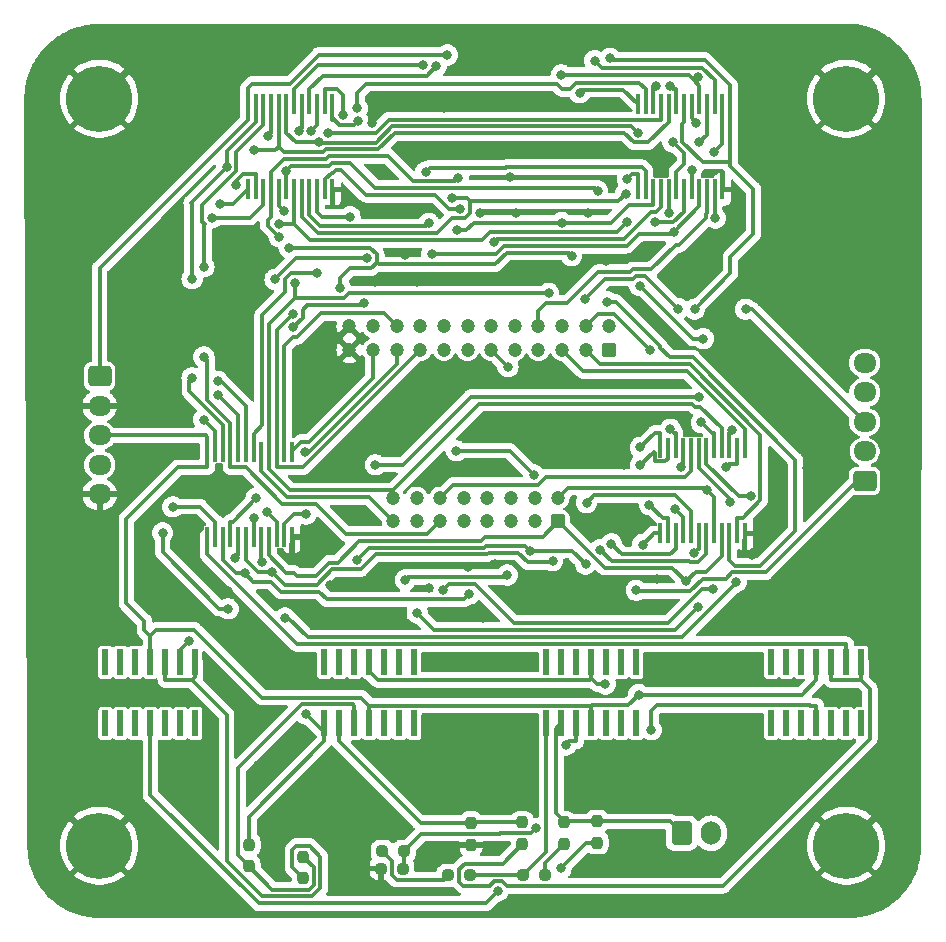
<source format=gbr>
%TF.GenerationSoftware,KiCad,Pcbnew,(7.0.0)*%
%TF.CreationDate,2024-03-07T06:24:15-03:00*%
%TF.ProjectId,pcb_peau_v1,7063625f-7065-4617-955f-76312e6b6963,rev?*%
%TF.SameCoordinates,Original*%
%TF.FileFunction,Copper,L1,Top*%
%TF.FilePolarity,Positive*%
%FSLAX46Y46*%
G04 Gerber Fmt 4.6, Leading zero omitted, Abs format (unit mm)*
G04 Created by KiCad (PCBNEW (7.0.0)) date 2024-03-07 06:24:15*
%MOMM*%
%LPD*%
G01*
G04 APERTURE LIST*
G04 Aperture macros list*
%AMRoundRect*
0 Rectangle with rounded corners*
0 $1 Rounding radius*
0 $2 $3 $4 $5 $6 $7 $8 $9 X,Y pos of 4 corners*
0 Add a 4 corners polygon primitive as box body*
4,1,4,$2,$3,$4,$5,$6,$7,$8,$9,$2,$3,0*
0 Add four circle primitives for the rounded corners*
1,1,$1+$1,$2,$3*
1,1,$1+$1,$4,$5*
1,1,$1+$1,$6,$7*
1,1,$1+$1,$8,$9*
0 Add four rect primitives between the rounded corners*
20,1,$1+$1,$2,$3,$4,$5,0*
20,1,$1+$1,$4,$5,$6,$7,0*
20,1,$1+$1,$6,$7,$8,$9,0*
20,1,$1+$1,$8,$9,$2,$3,0*%
G04 Aperture macros list end*
%TA.AperFunction,SMDPad,CuDef*%
%ADD10R,0.450000X1.750000*%
%TD*%
%TA.AperFunction,SMDPad,CuDef*%
%ADD11RoundRect,0.237500X-0.237500X0.250000X-0.237500X-0.250000X0.237500X-0.250000X0.237500X0.250000X0*%
%TD*%
%TA.AperFunction,SMDPad,CuDef*%
%ADD12R,0.600000X2.200000*%
%TD*%
%TA.AperFunction,ComponentPad*%
%ADD13C,5.600000*%
%TD*%
%TA.AperFunction,ComponentPad*%
%ADD14RoundRect,0.250000X-0.600000X-0.750000X0.600000X-0.750000X0.600000X0.750000X-0.600000X0.750000X0*%
%TD*%
%TA.AperFunction,ComponentPad*%
%ADD15O,1.700000X2.000000*%
%TD*%
%TA.AperFunction,SMDPad,CuDef*%
%ADD16RoundRect,0.237500X0.250000X0.237500X-0.250000X0.237500X-0.250000X-0.237500X0.250000X-0.237500X0*%
%TD*%
%TA.AperFunction,SMDPad,CuDef*%
%ADD17RoundRect,0.237500X-0.250000X-0.237500X0.250000X-0.237500X0.250000X0.237500X-0.250000X0.237500X0*%
%TD*%
%TA.AperFunction,ComponentPad*%
%ADD18RoundRect,0.250000X0.725000X-0.600000X0.725000X0.600000X-0.725000X0.600000X-0.725000X-0.600000X0*%
%TD*%
%TA.AperFunction,ComponentPad*%
%ADD19O,1.950000X1.700000*%
%TD*%
%TA.AperFunction,ComponentPad*%
%ADD20RoundRect,0.250000X0.350000X0.350000X-0.350000X0.350000X-0.350000X-0.350000X0.350000X-0.350000X0*%
%TD*%
%TA.AperFunction,ComponentPad*%
%ADD21C,1.200000*%
%TD*%
%TA.AperFunction,ComponentPad*%
%ADD22RoundRect,0.250000X-0.725000X0.600000X-0.725000X-0.600000X0.725000X-0.600000X0.725000X0.600000X0*%
%TD*%
%TA.AperFunction,SMDPad,CuDef*%
%ADD23RoundRect,0.237500X0.237500X-0.250000X0.237500X0.250000X-0.237500X0.250000X-0.237500X-0.250000X0*%
%TD*%
%TA.AperFunction,ViaPad*%
%ADD24C,0.800000*%
%TD*%
%TA.AperFunction,Conductor*%
%ADD25C,0.300000*%
%TD*%
G04 APERTURE END LIST*
D10*
%TO.P,U5,1,COM*%
%TO.N,1-ENTREE*%
X222751999Y-87343999D03*
%TO.P,U5,2,I7*%
%TO.N,Net-(J4-Pin_8)*%
X223401999Y-87343999D03*
%TO.P,U5,3,I6*%
%TO.N,Net-(J4-Pin_7)*%
X224051999Y-87343999D03*
%TO.P,U5,4,I5*%
%TO.N,Net-(J4-Pin_6)*%
X224701999Y-87343999D03*
%TO.P,U5,5,I4*%
%TO.N,Net-(J4-Pin_5)*%
X225351999Y-87343999D03*
%TO.P,U5,6,I3*%
%TO.N,Net-(J4-Pin_4)*%
X226001999Y-87343999D03*
%TO.P,U5,7,I2*%
%TO.N,Net-(J4-Pin_3)*%
X226651999Y-87343999D03*
%TO.P,U5,8,I1*%
%TO.N,Net-(J4-Pin_2)*%
X227301999Y-87343999D03*
%TO.P,U5,9,I0*%
%TO.N,Net-(J4-Pin_1)*%
X227951999Y-87343999D03*
%TO.P,U5,10,S0*%
%TO.N,A1*%
X228601999Y-87343999D03*
%TO.P,U5,11,S1*%
%TO.N,B1*%
X229251999Y-87343999D03*
%TO.P,U5,12,GND*%
%TO.N,0*%
X229901999Y-87343999D03*
%TO.P,U5,13,S3*%
%TO.N,D1*%
X229901999Y-80143999D03*
%TO.P,U5,14,S2*%
%TO.N,C1*%
X229251999Y-80143999D03*
%TO.P,U5,15,~{E}*%
%TO.N,NE1*%
X228601999Y-80143999D03*
%TO.P,U5,16,I15*%
%TO.N,Net-(J4-Pin_16)*%
X227951999Y-80143999D03*
%TO.P,U5,17,I14*%
%TO.N,Net-(J4-Pin_15)*%
X227301999Y-80143999D03*
%TO.P,U5,18,I13*%
%TO.N,Net-(J4-Pin_14)*%
X226651999Y-80143999D03*
%TO.P,U5,19,I12*%
%TO.N,Net-(J4-Pin_13)*%
X226001999Y-80143999D03*
%TO.P,U5,20,I11*%
%TO.N,Net-(J4-Pin_12)*%
X225351999Y-80143999D03*
%TO.P,U5,21,I10*%
%TO.N,Net-(J4-Pin_11)*%
X224701999Y-80143999D03*
%TO.P,U5,22,I9*%
%TO.N,Net-(J4-Pin_10)*%
X224051999Y-80143999D03*
%TO.P,U5,23,I8*%
%TO.N,Net-(J4-Pin_9)*%
X223401999Y-80143999D03*
%TO.P,U5,24,VCC*%
%TO.N,+5V*%
X222751999Y-80143999D03*
%TD*%
%TO.P,U6,24,VCC*%
%TO.N,+5V*%
X184416999Y-80441999D03*
%TO.P,U6,23,I8*%
%TO.N,Net-(J4-Pin_9)*%
X185066999Y-80441999D03*
%TO.P,U6,22,I9*%
%TO.N,Net-(J4-Pin_10)*%
X185716999Y-80441999D03*
%TO.P,U6,21,I10*%
%TO.N,Net-(J4-Pin_11)*%
X186366999Y-80441999D03*
%TO.P,U6,20,I11*%
%TO.N,Net-(J4-Pin_12)*%
X187016999Y-80441999D03*
%TO.P,U6,19,I12*%
%TO.N,Net-(J4-Pin_13)*%
X187666999Y-80441999D03*
%TO.P,U6,18,I13*%
%TO.N,Net-(J4-Pin_14)*%
X188316999Y-80441999D03*
%TO.P,U6,17,I14*%
%TO.N,Net-(J4-Pin_15)*%
X188966999Y-80441999D03*
%TO.P,U6,16,I15*%
%TO.N,Net-(J4-Pin_16)*%
X189616999Y-80441999D03*
%TO.P,U6,15,~{E}*%
%TO.N,NE2*%
X190266999Y-80441999D03*
%TO.P,U6,14,S2*%
%TO.N,C2*%
X190916999Y-80441999D03*
%TO.P,U6,13,S3*%
%TO.N,D2*%
X191566999Y-80441999D03*
%TO.P,U6,12,GND*%
%TO.N,0*%
X191566999Y-87641999D03*
%TO.P,U6,11,S1*%
%TO.N,B2*%
X190916999Y-87641999D03*
%TO.P,U6,10,S0*%
%TO.N,A2*%
X190266999Y-87641999D03*
%TO.P,U6,9,I0*%
%TO.N,Net-(J4-Pin_1)*%
X189616999Y-87641999D03*
%TO.P,U6,8,I1*%
%TO.N,Net-(J4-Pin_2)*%
X188966999Y-87641999D03*
%TO.P,U6,7,I2*%
%TO.N,Net-(J4-Pin_3)*%
X188316999Y-87641999D03*
%TO.P,U6,6,I3*%
%TO.N,Net-(J4-Pin_4)*%
X187666999Y-87641999D03*
%TO.P,U6,5,I4*%
%TO.N,Net-(J4-Pin_5)*%
X187016999Y-87641999D03*
%TO.P,U6,4,I5*%
%TO.N,Net-(J4-Pin_6)*%
X186366999Y-87641999D03*
%TO.P,U6,3,I6*%
%TO.N,Net-(J4-Pin_7)*%
X185716999Y-87641999D03*
%TO.P,U6,2,I7*%
%TO.N,Net-(J4-Pin_8)*%
X185066999Y-87641999D03*
%TO.P,U6,1,COM*%
%TO.N,AOP2*%
X184416999Y-87641999D03*
%TD*%
D11*
%TO.P,R10,1*%
%TO.N,TRIOAOP1*%
X187940000Y-113699000D03*
%TO.P,R10,2*%
%TO.N,Net-(U8A-+)*%
X187940000Y-115524000D03*
%TD*%
D10*
%TO.P,U3,1,COM*%
%TO.N,2-ENTREE*%
X220866999Y-58209999D03*
%TO.P,U3,2,I7*%
%TO.N,Net-(J4-Pin_9)*%
X221516999Y-58209999D03*
%TO.P,U3,3,I6*%
%TO.N,Net-(J4-Pin_8)*%
X222166999Y-58209999D03*
%TO.P,U3,4,I5*%
%TO.N,Net-(J4-Pin_7)*%
X222816999Y-58209999D03*
%TO.P,U3,5,I4*%
%TO.N,Net-(J4-Pin_6)*%
X223466999Y-58209999D03*
%TO.P,U3,6,I3*%
%TO.N,Net-(J4-Pin_5)*%
X224116999Y-58209999D03*
%TO.P,U3,7,I2*%
%TO.N,Net-(J4-Pin_4)*%
X224766999Y-58209999D03*
%TO.P,U3,8,I1*%
%TO.N,Net-(J4-Pin_3)*%
X225416999Y-58209999D03*
%TO.P,U3,9,I0*%
%TO.N,Net-(J4-Pin_2)*%
X226066999Y-58209999D03*
%TO.P,U3,10,S0*%
%TO.N,A3*%
X226716999Y-58209999D03*
%TO.P,U3,11,S1*%
%TO.N,B3*%
X227366999Y-58209999D03*
%TO.P,U3,12,GND*%
%TO.N,0*%
X228016999Y-58209999D03*
%TO.P,U3,13,S3*%
%TO.N,D3*%
X228016999Y-51009999D03*
%TO.P,U3,14,S2*%
%TO.N,C3*%
X227366999Y-51009999D03*
%TO.P,U3,15,~{E}*%
%TO.N,NE1*%
X226716999Y-51009999D03*
%TO.P,U3,16,I15*%
%TO.N,Net-(J4-Pin_1)*%
X226066999Y-51009999D03*
%TO.P,U3,17,I14*%
%TO.N,Net-(J4-Pin_16)*%
X225416999Y-51009999D03*
%TO.P,U3,18,I13*%
%TO.N,Net-(J4-Pin_15)*%
X224766999Y-51009999D03*
%TO.P,U3,19,I12*%
%TO.N,Net-(J4-Pin_14)*%
X224116999Y-51009999D03*
%TO.P,U3,20,I11*%
%TO.N,Net-(J4-Pin_13)*%
X223466999Y-51009999D03*
%TO.P,U3,21,I10*%
%TO.N,Net-(J4-Pin_12)*%
X222816999Y-51009999D03*
%TO.P,U3,22,I9*%
%TO.N,Net-(J4-Pin_11)*%
X222166999Y-51009999D03*
%TO.P,U3,23,I8*%
%TO.N,Net-(J4-Pin_10)*%
X221516999Y-51009999D03*
%TO.P,U3,24,VCC*%
%TO.N,+5V*%
X220866999Y-51009999D03*
%TD*%
D12*
%TO.P,U7,1*%
%TO.N,Net-(U7A-+)*%
X183387999Y-98237999D03*
%TO.P,U7,2,-*%
%TO.N,AOP1*%
X182117999Y-98237999D03*
%TO.P,U7,3,+*%
%TO.N,Net-(U7A-+)*%
X180847999Y-98237999D03*
%TO.P,U7,4,V+*%
%TO.N,+5V*%
X179577999Y-98237999D03*
%TO.P,U7,5*%
%TO.N,N/C*%
X178307999Y-98237999D03*
%TO.P,U7,6*%
X177037999Y-98237999D03*
%TO.P,U7,7*%
X175767999Y-98237999D03*
%TO.P,U7,8*%
X175767999Y-103437999D03*
%TO.P,U7,9*%
X177037999Y-103437999D03*
%TO.P,U7,10*%
X178307999Y-103437999D03*
%TO.P,U7,11,V-*%
%TO.N,-5V*%
X179577999Y-103437999D03*
%TO.P,U7,12*%
%TO.N,N/C*%
X180847999Y-103437999D03*
%TO.P,U7,13*%
X182117999Y-103437999D03*
%TO.P,U7,14*%
X183387999Y-103437999D03*
%TD*%
%TO.P,U8,1*%
%TO.N,TRIOAOP1*%
X194309999Y-103437999D03*
%TO.P,U8,2,-*%
%TO.N,Net-(U8A--)*%
X195579999Y-103437999D03*
%TO.P,U8,3,+*%
%TO.N,Net-(U8A-+)*%
X196849999Y-103437999D03*
%TO.P,U8,4,V+*%
%TO.N,+5V*%
X198119999Y-103437999D03*
%TO.P,U8,5*%
%TO.N,N/C*%
X199389999Y-103437999D03*
%TO.P,U8,6*%
X200659999Y-103437999D03*
%TO.P,U8,7*%
X201929999Y-103437999D03*
%TO.P,U8,8*%
X201929999Y-98237999D03*
%TO.P,U8,9*%
X200659999Y-98237999D03*
%TO.P,U8,10*%
X199389999Y-98237999D03*
%TO.P,U8,11,V-*%
%TO.N,-5V*%
X198119999Y-98237999D03*
%TO.P,U8,12*%
%TO.N,N/C*%
X196849999Y-98237999D03*
%TO.P,U8,13*%
X195579999Y-98237999D03*
%TO.P,U8,14*%
X194309999Y-98237999D03*
%TD*%
D13*
%TO.P,H1,1,1*%
%TO.N,0*%
X175260000Y-50546000D03*
%TD*%
D14*
%TO.P,J3,1,Pin_1*%
%TO.N,AOP0IN+*%
X224556000Y-112730000D03*
D15*
%TO.P,J3,2,Pin_2*%
%TO.N,GND*%
X227055999Y-112729999D03*
%TD*%
D13*
%TO.P,H3,1,1*%
%TO.N,0*%
X238506000Y-113792000D03*
%TD*%
D16*
%TO.P,R22,1*%
%TO.N,Net-(R22-Pad1)*%
X206632500Y-116286000D03*
%TO.P,R22,2*%
%TO.N,Net-(R20-Pad1)*%
X204807500Y-116286000D03*
%TD*%
D12*
%TO.P,U2,1*%
%TO.N,Net-(R22-Pad1)*%
X213105999Y-103437999D03*
%TO.P,U2,2,-*%
%TO.N,AOP0IN+*%
X214375999Y-103437999D03*
%TO.P,U2,3,+*%
%TO.N,Net-(U2A-+)*%
X215645999Y-103437999D03*
%TO.P,U2,4,V+*%
%TO.N,+5V*%
X216915999Y-103437999D03*
%TO.P,U2,5*%
%TO.N,N/C*%
X218185999Y-103437999D03*
%TO.P,U2,6*%
X219455999Y-103437999D03*
%TO.P,U2,7*%
X220725999Y-103437999D03*
%TO.P,U2,8*%
X220725999Y-98237999D03*
%TO.P,U2,9*%
X219455999Y-98237999D03*
%TO.P,U2,10*%
X218185999Y-98237999D03*
%TO.P,U2,11,V-*%
%TO.N,-5V*%
X216915999Y-98237999D03*
%TO.P,U2,12*%
%TO.N,N/C*%
X215645999Y-98237999D03*
%TO.P,U2,13*%
X214375999Y-98237999D03*
%TO.P,U2,14*%
X213105999Y-98237999D03*
%TD*%
D13*
%TO.P,H4,1,1*%
%TO.N,0*%
X175260000Y-113792000D03*
%TD*%
D17*
%TO.P,R4,1*%
%TO.N,Net-(R22-Pad1)*%
X211157500Y-116286000D03*
%TO.P,R4,2*%
%TO.N,Net-(R23-Pad1)*%
X212982500Y-116286000D03*
%TD*%
D12*
%TO.P,U9,1*%
%TO.N,Net-(U9A-+)*%
X239775999Y-98237999D03*
%TO.P,U9,2,-*%
%TO.N,AOP2*%
X238505999Y-98237999D03*
%TO.P,U9,3,+*%
%TO.N,Net-(U9A-+)*%
X237235999Y-98237999D03*
%TO.P,U9,4,V+*%
%TO.N,+5V*%
X235965999Y-98237999D03*
%TO.P,U9,5*%
%TO.N,N/C*%
X234695999Y-98237999D03*
%TO.P,U9,6*%
X233425999Y-98237999D03*
%TO.P,U9,7*%
X232155999Y-98237999D03*
%TO.P,U9,8*%
X232155999Y-103437999D03*
%TO.P,U9,9*%
X233425999Y-103437999D03*
%TO.P,U9,10*%
X234695999Y-103437999D03*
%TO.P,U9,11,V-*%
%TO.N,-5V*%
X235965999Y-103437999D03*
%TO.P,U9,12*%
%TO.N,N/C*%
X237235999Y-103437999D03*
%TO.P,U9,13*%
X238505999Y-103437999D03*
%TO.P,U9,14*%
X239775999Y-103437999D03*
%TD*%
D13*
%TO.P,H2,1,1*%
%TO.N,0*%
X238506000Y-50546000D03*
%TD*%
D11*
%TO.P,R9,1*%
%TO.N,Net-(U8A--)*%
X211054000Y-111817500D03*
%TO.P,R9,2*%
%TO.N,Net-(U9A-+)*%
X211054000Y-113642500D03*
%TD*%
%TO.P,R8,1*%
%TO.N,Net-(U8A-+)*%
X192512000Y-114715000D03*
%TO.P,R8,2*%
%TO.N,Net-(U7A-+)*%
X192512000Y-116540000D03*
%TD*%
%TO.P,R21,1*%
%TO.N,AOP0IN+*%
X217404000Y-111714000D03*
%TO.P,R21,2*%
%TO.N,+12V*%
X217404000Y-113539000D03*
%TD*%
D18*
%TO.P,J2,1,Pin_1*%
%TO.N,1-ENTREE*%
X240062000Y-82906000D03*
D19*
%TO.P,J2,2,Pin_2*%
%TO.N,AOP0IN+*%
X240061999Y-80405999D03*
%TO.P,J2,3,Pin_3*%
%TO.N,2-ENTREE*%
X240061999Y-77905999D03*
%TO.P,J2,4,Pin_4*%
%TO.N,unconnected-(J2-Pin_4-Pad4)*%
X240061999Y-75405999D03*
%TO.P,J2,5,Pin_5*%
%TO.N,unconnected-(J2-Pin_5-Pad5)*%
X240061999Y-72905999D03*
%TD*%
D20*
%TO.P,J4,1,Pin_1*%
%TO.N,Net-(J4-Pin_1)*%
X214122000Y-86328000D03*
D21*
%TO.P,J4,2,Pin_2*%
%TO.N,Net-(J4-Pin_2)*%
X214122000Y-84328000D03*
%TO.P,J4,3,Pin_3*%
%TO.N,Net-(J4-Pin_3)*%
X212122000Y-86328000D03*
%TO.P,J4,4,Pin_4*%
%TO.N,Net-(J4-Pin_4)*%
X212122000Y-84328000D03*
%TO.P,J4,5,Pin_5*%
%TO.N,Net-(J4-Pin_5)*%
X210122000Y-86328000D03*
%TO.P,J4,6,Pin_6*%
%TO.N,Net-(J4-Pin_6)*%
X210122000Y-84328000D03*
%TO.P,J4,7,Pin_7*%
%TO.N,Net-(J4-Pin_7)*%
X208122000Y-86328000D03*
%TO.P,J4,8,Pin_8*%
%TO.N,Net-(J4-Pin_8)*%
X208122000Y-84328000D03*
%TO.P,J4,9,Pin_9*%
%TO.N,Net-(J4-Pin_9)*%
X206122000Y-86328000D03*
%TO.P,J4,10,Pin_10*%
%TO.N,Net-(J4-Pin_10)*%
X206122000Y-84328000D03*
%TO.P,J4,11,Pin_11*%
%TO.N,Net-(J4-Pin_11)*%
X204122000Y-86328000D03*
%TO.P,J4,12,Pin_12*%
%TO.N,Net-(J4-Pin_12)*%
X204122000Y-84328000D03*
%TO.P,J4,13,Pin_13*%
%TO.N,Net-(J4-Pin_13)*%
X202122000Y-86328000D03*
%TO.P,J4,14,Pin_14*%
%TO.N,Net-(J4-Pin_14)*%
X202122000Y-84328000D03*
%TO.P,J4,15,Pin_15*%
%TO.N,Net-(J4-Pin_15)*%
X200122000Y-86328000D03*
%TO.P,J4,16,Pin_16*%
%TO.N,Net-(J4-Pin_16)*%
X200122000Y-84328000D03*
%TD*%
D22*
%TO.P,J1,1,Pin_1*%
%TO.N,+5V*%
X175292000Y-74042000D03*
D19*
%TO.P,J1,2,Pin_2*%
%TO.N,0*%
X175291999Y-76541999D03*
%TO.P,J1,3,Pin_3*%
%TO.N,+5V*%
X175291999Y-79041999D03*
%TO.P,J1,4,Pin_4*%
%TO.N,+12V*%
X175291999Y-81541999D03*
%TO.P,J1,5,Pin_5*%
%TO.N,0*%
X175291999Y-84041999D03*
%TD*%
D23*
%TO.P,R23,1*%
%TO.N,Net-(R23-Pad1)*%
X214610000Y-113642500D03*
%TO.P,R23,2*%
%TO.N,AOP0IN+*%
X214610000Y-111817500D03*
%TD*%
D10*
%TO.P,U4,1,COM*%
%TO.N,AOP1*%
X187846999Y-58209999D03*
%TO.P,U4,2,I7*%
%TO.N,Net-(J4-Pin_9)*%
X188496999Y-58209999D03*
%TO.P,U4,3,I6*%
%TO.N,Net-(J4-Pin_8)*%
X189146999Y-58209999D03*
%TO.P,U4,4,I5*%
%TO.N,Net-(J4-Pin_7)*%
X189796999Y-58209999D03*
%TO.P,U4,5,I4*%
%TO.N,Net-(J4-Pin_6)*%
X190446999Y-58209999D03*
%TO.P,U4,6,I3*%
%TO.N,Net-(J4-Pin_5)*%
X191096999Y-58209999D03*
%TO.P,U4,7,I2*%
%TO.N,Net-(J4-Pin_4)*%
X191746999Y-58209999D03*
%TO.P,U4,8,I1*%
%TO.N,Net-(J4-Pin_3)*%
X192396999Y-58209999D03*
%TO.P,U4,9,I0*%
%TO.N,Net-(J4-Pin_2)*%
X193046999Y-58209999D03*
%TO.P,U4,10,S0*%
%TO.N,A4*%
X193696999Y-58209999D03*
%TO.P,U4,11,S1*%
%TO.N,B4*%
X194346999Y-58209999D03*
%TO.P,U4,12,GND*%
%TO.N,0*%
X194996999Y-58209999D03*
%TO.P,U4,13,S3*%
%TO.N,D4*%
X194996999Y-51009999D03*
%TO.P,U4,14,S2*%
%TO.N,C4*%
X194346999Y-51009999D03*
%TO.P,U4,15,~{E}*%
%TO.N,NE2*%
X193696999Y-51009999D03*
%TO.P,U4,16,I15*%
%TO.N,Net-(J4-Pin_1)*%
X193046999Y-51009999D03*
%TO.P,U4,17,I14*%
%TO.N,Net-(J4-Pin_16)*%
X192396999Y-51009999D03*
%TO.P,U4,18,I13*%
%TO.N,Net-(J4-Pin_15)*%
X191746999Y-51009999D03*
%TO.P,U4,19,I12*%
%TO.N,Net-(J4-Pin_14)*%
X191096999Y-51009999D03*
%TO.P,U4,20,I11*%
%TO.N,Net-(J4-Pin_13)*%
X190446999Y-51009999D03*
%TO.P,U4,21,I10*%
%TO.N,Net-(J4-Pin_12)*%
X189796999Y-51009999D03*
%TO.P,U4,22,I9*%
%TO.N,Net-(J4-Pin_11)*%
X189146999Y-51009999D03*
%TO.P,U4,23,I8*%
%TO.N,Net-(J4-Pin_10)*%
X188496999Y-51009999D03*
%TO.P,U4,24,VCC*%
%TO.N,+5V*%
X187846999Y-51009999D03*
%TD*%
D23*
%TO.P,R11,1*%
%TO.N,0*%
X206736000Y-113689500D03*
%TO.P,R11,2*%
%TO.N,Net-(U8A--)*%
X206736000Y-111864500D03*
%TD*%
D20*
%TO.P,J5,1,Pin_1*%
%TO.N,unconnected-(J5-Pin_1-Pad1)*%
X218440000Y-71818000D03*
D21*
%TO.P,J5,2,Pin_2*%
%TO.N,A1*%
X218440000Y-69818000D03*
%TO.P,J5,3,Pin_3*%
%TO.N,B1*%
X216440000Y-71818000D03*
%TO.P,J5,4,Pin_4*%
%TO.N,C1*%
X216440000Y-69818000D03*
%TO.P,J5,5,Pin_5*%
%TO.N,D1*%
X214440000Y-71818000D03*
%TO.P,J5,6,Pin_6*%
%TO.N,NE1*%
X214440000Y-69818000D03*
%TO.P,J5,7,Pin_7*%
%TO.N,unconnected-(J5-Pin_7-Pad7)*%
X212440000Y-71818000D03*
%TO.P,J5,8,Pin_8*%
%TO.N,A3*%
X212440000Y-69818000D03*
%TO.P,J5,9,Pin_9*%
%TO.N,B3*%
X210440000Y-71818000D03*
%TO.P,J5,10,Pin_10*%
%TO.N,C3*%
X210440000Y-69818000D03*
%TO.P,J5,11,Pin_11*%
%TO.N,D3*%
X208440000Y-71818000D03*
%TO.P,J5,12,Pin_12*%
%TO.N,unconnected-(J5-Pin_12-Pad12)*%
X208440000Y-69818000D03*
%TO.P,J5,13,Pin_13*%
%TO.N,A4*%
X206440000Y-71818000D03*
%TO.P,J5,14,Pin_14*%
%TO.N,B4*%
X206440000Y-69818000D03*
%TO.P,J5,15,Pin_15*%
%TO.N,C4*%
X204440000Y-71818000D03*
%TO.P,J5,16,Pin_16*%
%TO.N,D4*%
X204440000Y-69818000D03*
%TO.P,J5,17,Pin_17*%
%TO.N,NE2*%
X202440000Y-71818000D03*
%TO.P,J5,18,Pin_18*%
%TO.N,A2*%
X202440000Y-69818000D03*
%TO.P,J5,19,Pin_19*%
%TO.N,B2*%
X200440000Y-71818000D03*
%TO.P,J5,20,Pin_20*%
%TO.N,C2*%
X200440000Y-69818000D03*
%TO.P,J5,21,Pin_21*%
%TO.N,D2*%
X198440000Y-71818000D03*
%TO.P,J5,22,Pin_22*%
%TO.N,TRIOAOP1*%
X198440000Y-69818000D03*
%TO.P,J5,23,Pin_23*%
%TO.N,0*%
X196440000Y-71818000D03*
%TO.P,J5,24,Pin_24*%
X196440000Y-69818000D03*
%TD*%
D17*
%TO.P,R20,1*%
%TO.N,Net-(R20-Pad1)*%
X199219500Y-114254000D03*
%TO.P,R20,2*%
%TO.N,Net-(U2A-+)*%
X201044500Y-114254000D03*
%TD*%
D16*
%TO.P,R25,1*%
%TO.N,Net-(U2A-+)*%
X200957000Y-115716500D03*
%TO.P,R25,2*%
%TO.N,0*%
X199132000Y-115716500D03*
%TD*%
D24*
%TO.N,0*%
X219710000Y-81534000D03*
X233172000Y-84582000D03*
X235458000Y-90932000D03*
X235204000Y-81788000D03*
X199390000Y-59944000D03*
X210058000Y-54864000D03*
X198374000Y-52578000D03*
X195326000Y-112268000D03*
X203454000Y-114300000D03*
X222758000Y-56388000D03*
X222504000Y-91186000D03*
X216916000Y-86868000D03*
X208788000Y-89916000D03*
X206502000Y-90170000D03*
X214884000Y-90678000D03*
X186182000Y-92202000D03*
X201676000Y-55880000D03*
X218186000Y-64262000D03*
X223266000Y-70358000D03*
%TO.N,Net-(J4-Pin_1)*%
X214376000Y-48514000D03*
X203784612Y-47778038D03*
%TO.N,0*%
X218694000Y-85852000D03*
X219964000Y-87884000D03*
X217932000Y-91694000D03*
X203200000Y-91948000D03*
X203708000Y-93980000D03*
X207772000Y-94488000D03*
X217678000Y-93726000D03*
X223012000Y-98044000D03*
X229362000Y-98806000D03*
X187452000Y-62992000D03*
%TO.N,Net-(J4-Pin_10)*%
X183116000Y-65786000D03*
X183116000Y-74168000D03*
%TO.N,Net-(J4-Pin_11)*%
X184116500Y-72390000D03*
X184116500Y-64770000D03*
%TO.N,0*%
X196596000Y-58928000D03*
X194056000Y-88138000D03*
%TO.N,A4*%
X196485200Y-60527000D03*
%TO.N,Net-(J4-Pin_3)*%
X216428109Y-89944441D03*
X217671100Y-88718150D03*
%TO.N,0*%
X236982000Y-101092000D03*
X230556800Y-89154000D03*
X206248000Y-82042000D03*
X198628000Y-66040000D03*
X181864000Y-61722000D03*
X231648000Y-93472000D03*
X181102000Y-91186000D03*
X194818000Y-93980000D03*
X194818000Y-91694000D03*
X196596000Y-85598000D03*
X215646000Y-80264000D03*
X208026000Y-78740000D03*
X203708000Y-75438000D03*
X196088000Y-81534000D03*
X192786000Y-76200000D03*
X219456000Y-66802000D03*
X224790000Y-64008000D03*
X226060000Y-66548000D03*
X229870000Y-72390000D03*
X227584000Y-69342000D03*
X205486000Y-65786000D03*
X211582000Y-65786000D03*
X199644000Y-56896000D03*
X201168000Y-63754000D03*
X202184000Y-66040000D03*
X208280000Y-65786000D03*
X207518000Y-60198000D03*
X216662000Y-60198000D03*
X210566000Y-60198000D03*
X210058000Y-57150000D03*
X204470000Y-51308000D03*
X187706000Y-104648000D03*
X188722000Y-106934000D03*
X189992000Y-97536000D03*
X186944000Y-95758000D03*
X210058000Y-100838000D03*
X208534000Y-98298000D03*
X206756000Y-105156000D03*
X218186000Y-107950000D03*
X226314000Y-105410000D03*
%TO.N,AOP1*%
X182864868Y-96475041D03*
X185451200Y-59481675D03*
%TO.N,-5V*%
X222004500Y-103972200D03*
X218105800Y-100089400D03*
X209026800Y-117628400D03*
%TO.N,Net-(U2A-+)*%
X214767000Y-105251500D03*
X212243000Y-112311400D03*
%TO.N,TRIOAOP1*%
X192747900Y-102629800D03*
X191648300Y-69908498D03*
X197670600Y-67841100D03*
%TO.N,B2*%
X192683525Y-80415525D03*
X192775300Y-85707200D03*
%TO.N,A2*%
X197899100Y-64062900D03*
X190151400Y-65844100D03*
X189455600Y-85533700D03*
%TO.N,NE2*%
X191648300Y-68749549D03*
X193215501Y-53254000D03*
%TO.N,D4*%
X197142100Y-52424800D03*
%TO.N,C4*%
X195920100Y-51924700D03*
%TO.N,B4*%
X205808300Y-59840700D03*
%TO.N,D3*%
X209854600Y-73232600D03*
X227310800Y-55050725D03*
%TO.N,C3*%
X217219700Y-47316500D03*
%TO.N,B3*%
X227418800Y-60655300D03*
%TO.N,NE1*%
X226073725Y-54231225D03*
X228821500Y-78591800D03*
%TO.N,C1*%
X221917100Y-71822900D03*
X228309600Y-81720600D03*
%TO.N,A1*%
X218285000Y-67745700D03*
%TO.N,Net-(J4-Pin_16)*%
X191840600Y-66125800D03*
X192135400Y-53278700D03*
X213305000Y-67010900D03*
X225806000Y-52578000D03*
%TO.N,Net-(J4-Pin_15)*%
X225658500Y-68362800D03*
X226234000Y-77943900D03*
X226063600Y-75799300D03*
X198628000Y-81534000D03*
X218502058Y-47124500D03*
X202692000Y-47711700D03*
%TO.N,Net-(J4-Pin_14)*%
X193852600Y-54216154D03*
X220837000Y-53409800D03*
X223586800Y-49456000D03*
X193687000Y-65271800D03*
X230420000Y-84184800D03*
%TO.N,Net-(J4-Pin_13)*%
X188337600Y-54896300D03*
X185268386Y-74462918D03*
X202175600Y-94095600D03*
X225964700Y-93579400D03*
X228689700Y-84644500D03*
%TO.N,Net-(J4-Pin_12)*%
X185291138Y-75599116D03*
X189552200Y-53714300D03*
X194590200Y-53441700D03*
%TO.N,Net-(J4-Pin_11)*%
X224510800Y-81721100D03*
X227196700Y-92066500D03*
X204388700Y-92114500D03*
X222362500Y-49442000D03*
%TO.N,Net-(J4-Pin_10)*%
X223622100Y-78536900D03*
X186034800Y-56337300D03*
X197115300Y-51352800D03*
%TO.N,Net-(J4-Pin_9)*%
X186853700Y-57843200D03*
X184112100Y-77703400D03*
X221074001Y-81546550D03*
X202912600Y-56722500D03*
%TO.N,Net-(J4-Pin_8)*%
X221841500Y-84924700D03*
X224269500Y-68311700D03*
X216398400Y-67500400D03*
X214425700Y-61028000D03*
X205516700Y-61664600D03*
X184797300Y-60618700D03*
X181474600Y-85090800D03*
%TO.N,Net-(J4-Pin_7)*%
X218621001Y-88226700D03*
X205650100Y-57292500D03*
X208661500Y-62677600D03*
X206544400Y-92500100D03*
X187560000Y-90713200D03*
X190503600Y-62230000D03*
%TO.N,Net-(J4-Pin_6)*%
X191347300Y-63169000D03*
X195663300Y-66576400D03*
X205483800Y-80344700D03*
X212055200Y-82404700D03*
X224019500Y-85304100D03*
X188530600Y-84353800D03*
X215245200Y-63815200D03*
X223516200Y-60190100D03*
X190927500Y-60070700D03*
%TO.N,Net-(J4-Pin_5)*%
X191099100Y-56643300D03*
X186738100Y-89458000D03*
X217446900Y-58361000D03*
X223817759Y-54201190D03*
X209804000Y-90866200D03*
X201168000Y-91287700D03*
X216526388Y-84734837D03*
%TO.N,Net-(J4-Pin_4)*%
X225622700Y-88970400D03*
X213640425Y-89652325D03*
X219940051Y-61009600D03*
X222278775Y-61009600D03*
X189855100Y-90595893D03*
X190503600Y-61117136D03*
%TO.N,Net-(J4-Pin_3)*%
X225417000Y-56591900D03*
X188317000Y-86051700D03*
X197062700Y-89557500D03*
X211751300Y-88806400D03*
X219818800Y-58575200D03*
X205128800Y-58933900D03*
X180623000Y-87304200D03*
X186182000Y-93726000D03*
%TO.N,Net-(J4-Pin_2)*%
X203414000Y-63677300D03*
X203172766Y-61097000D03*
X226728500Y-83673800D03*
X226389500Y-70854700D03*
X221028300Y-66365800D03*
X223890917Y-61855232D03*
X229174500Y-91470100D03*
X190981975Y-94514025D03*
X189035600Y-89777100D03*
%TO.N,Net-(J4-Pin_1)*%
X224944900Y-91402300D03*
X225970800Y-48733600D03*
%TO.N,2-ENTREE*%
X229986300Y-68367000D03*
X219965800Y-57329200D03*
%TO.N,1-ENTREE*%
X221252800Y-88284400D03*
X220726000Y-92159100D03*
%TO.N,+12V*%
X214347300Y-115691000D03*
%TO.N,+5V*%
X221074800Y-80062800D03*
X220943200Y-100990800D03*
X204731075Y-46831575D03*
X215929900Y-50014200D03*
%TD*%
D25*
%TO.N,Net-(J4-Pin_9)*%
X223402000Y-81034000D02*
X223402000Y-80144000D01*
X223197000Y-81239000D02*
X223402000Y-81034000D01*
X222307000Y-81239000D02*
X223197000Y-81239000D01*
X222307000Y-80505101D02*
X222307000Y-81239000D01*
X222211225Y-80409326D02*
X222307000Y-80505101D01*
X221074001Y-81546550D02*
X222211225Y-80409326D01*
%TO.N,A1*%
X218999556Y-67745700D02*
X218285000Y-67745700D01*
X222737100Y-71483244D02*
X218999556Y-67745700D01*
X222737100Y-71607100D02*
X222737100Y-71483244D01*
X225507902Y-72441300D02*
X223571300Y-72441300D01*
X234188000Y-87122000D02*
X234188000Y-81121398D01*
X231231800Y-90078200D02*
X234188000Y-87122000D01*
X234188000Y-81121398D02*
X225507902Y-72441300D01*
X229108000Y-90078200D02*
X231231800Y-90078200D01*
X228602000Y-89572200D02*
X229108000Y-90078200D01*
X223571300Y-72441300D02*
X222737100Y-71607100D01*
X228602000Y-87344000D02*
X228602000Y-89572200D01*
%TO.N,Net-(J4-Pin_2)*%
X224586000Y-96146100D02*
X229174500Y-91557600D01*
X229174500Y-91557600D02*
X229174500Y-91470100D01*
X191275625Y-94514025D02*
X192907700Y-96146100D01*
X190981975Y-94514025D02*
X191275625Y-94514025D01*
X192907700Y-96146100D02*
X224586000Y-96146100D01*
%TO.N,Net-(J4-Pin_7)*%
X206110000Y-92934500D02*
X206544400Y-92500100D01*
X193894446Y-92264000D02*
X194564946Y-92934500D01*
X190658000Y-92264000D02*
X193894446Y-92264000D01*
X194564946Y-92934500D02*
X206110000Y-92934500D01*
X189834000Y-91440000D02*
X190658000Y-92264000D01*
X188286800Y-91440000D02*
X189834000Y-91440000D01*
X187560000Y-90713200D02*
X188286800Y-91440000D01*
%TO.N,Net-(J4-Pin_1)*%
X189617000Y-89198844D02*
X189617000Y-87642000D01*
X191096156Y-90678000D02*
X189617000Y-89198844D01*
X191726956Y-90678000D02*
X191096156Y-90678000D01*
X195434500Y-89807500D02*
X194738742Y-89807500D01*
X197262900Y-87979100D02*
X195434500Y-89807500D01*
X194738742Y-89807500D02*
X193614242Y-90932000D01*
X193614242Y-90932000D02*
X191980956Y-90932000D01*
X212787900Y-87662100D02*
X207902200Y-87662100D01*
X214122000Y-86328000D02*
X212787900Y-87662100D01*
X207902200Y-87662100D02*
X207585200Y-87979100D01*
X207585200Y-87979100D02*
X197262900Y-87979100D01*
X191980956Y-90932000D02*
X191726956Y-90678000D01*
%TO.N,1-ENTREE*%
X239420000Y-82906000D02*
X240062000Y-82906000D01*
X228834200Y-90648200D02*
X231677800Y-90648200D01*
X228320100Y-91162400D02*
X228320100Y-91162300D01*
X226347100Y-91162400D02*
X228320100Y-91162400D01*
X231677800Y-90648200D02*
X239420000Y-82906000D01*
X225285300Y-92224200D02*
X226347100Y-91162400D01*
X220791100Y-92224200D02*
X225285300Y-92224200D01*
X220726000Y-92159100D02*
X220791100Y-92224200D01*
X228320100Y-91162300D02*
X228834200Y-90648200D01*
%TO.N,+5V*%
X180086000Y-95504000D02*
X179578000Y-96012000D01*
X183296200Y-95504000D02*
X180086000Y-95504000D01*
X197440100Y-101237900D02*
X189030100Y-101237900D01*
X189030100Y-101237900D02*
X183296200Y-95504000D01*
X198120000Y-101917800D02*
X197440100Y-101237900D01*
%TO.N,Net-(J4-Pin_15)*%
X224767000Y-52548600D02*
X224767000Y-51010000D01*
X224636700Y-54170900D02*
X224636700Y-52678900D01*
X226336525Y-55870725D02*
X224636700Y-54170900D01*
X228675800Y-55870725D02*
X226336525Y-55870725D01*
X226519400Y-47244000D02*
X228675800Y-49400400D01*
X228675800Y-49400400D02*
X228675800Y-55870725D01*
X224636700Y-52678900D02*
X224767000Y-52548600D01*
X218621558Y-47244000D02*
X226519400Y-47244000D01*
X218502058Y-47124500D02*
X218621558Y-47244000D01*
%TO.N,C3*%
X225385902Y-47944000D02*
X217847200Y-47944000D01*
X226313100Y-47913600D02*
X225416302Y-47913600D01*
X225416302Y-47913600D02*
X225385902Y-47944000D01*
X227367000Y-48967500D02*
X226313100Y-47913600D01*
X217847200Y-47944000D02*
X217219700Y-47316500D01*
X227367000Y-51010000D02*
X227367000Y-48967500D01*
%TO.N,Net-(J4-Pin_2)*%
X202923266Y-61346500D02*
X193978602Y-61346500D01*
X193047000Y-60414898D02*
X193047000Y-58210000D01*
X203172766Y-61097000D02*
X202923266Y-61346500D01*
X193978602Y-61346500D02*
X193047000Y-60414898D01*
%TO.N,C2*%
X199340000Y-68718000D02*
X200440000Y-69818000D01*
X191987956Y-70728498D02*
X193998454Y-68718000D01*
X191653502Y-70728498D02*
X191987956Y-70728498D01*
X190917000Y-80442000D02*
X190917000Y-71465000D01*
X190917000Y-71465000D02*
X191653502Y-70728498D01*
X193998454Y-68718000D02*
X199340000Y-68718000D01*
%TO.N,TRIOAOP1*%
X197541500Y-67970200D02*
X197670600Y-67841100D01*
X192887800Y-67970200D02*
X197541500Y-67970200D01*
X192468300Y-69088498D02*
X192468300Y-68389700D01*
X192468300Y-68389700D02*
X192887800Y-67970200D01*
X191648300Y-69908498D02*
X192468300Y-69088498D01*
%TO.N,NE2*%
X190267000Y-70130849D02*
X190267000Y-80442000D01*
X191648300Y-68749549D02*
X190267000Y-70130849D01*
%TO.N,Net-(J4-Pin_6)*%
X195663300Y-65702700D02*
X195663300Y-66576400D01*
X198300000Y-64882900D02*
X196483100Y-64882900D01*
X198757500Y-64425400D02*
X198300000Y-64882900D01*
X196483100Y-64882900D02*
X195663300Y-65702700D01*
%TO.N,Net-(J4-Pin_10)*%
X197115300Y-50026700D02*
X197115300Y-51352800D01*
X197866000Y-49276000D02*
X197115300Y-50026700D01*
X215589600Y-49192300D02*
X215071600Y-49710300D01*
X214412644Y-49710300D02*
X213978344Y-49276000D01*
X220996200Y-49192300D02*
X215589600Y-49192300D01*
X215071600Y-49710300D02*
X214412644Y-49710300D01*
X221517000Y-49713100D02*
X220996200Y-49192300D01*
X213978344Y-49276000D02*
X197866000Y-49276000D01*
X221517000Y-51010000D02*
X221517000Y-49713100D01*
%TO.N,+5V*%
X188214000Y-49276000D02*
X187847000Y-49643000D01*
X187847000Y-49643000D02*
X187847000Y-51010000D01*
X191377998Y-49276000D02*
X188214000Y-49276000D01*
X193829498Y-46824500D02*
X191377998Y-49276000D01*
X204731075Y-46831575D02*
X204724000Y-46824500D01*
X204724000Y-46824500D02*
X193829498Y-46824500D01*
%TO.N,Net-(J4-Pin_5)*%
X224117000Y-56732244D02*
X224117000Y-58210000D01*
X224790000Y-56059244D02*
X224117000Y-56732244D01*
X224790000Y-55173431D02*
X224790000Y-56059244D01*
X223817759Y-54201190D02*
X224790000Y-55173431D01*
%TO.N,Net-(J4-Pin_6)*%
X198906100Y-64574000D02*
X198757500Y-64425400D01*
X208730858Y-64574000D02*
X198906100Y-64574000D01*
X209739158Y-63565700D02*
X208730858Y-64574000D01*
X214995700Y-63565700D02*
X209739158Y-63565700D01*
X215245200Y-63815200D02*
X214995700Y-63565700D01*
%TO.N,+5V*%
X179068600Y-95502600D02*
X179578000Y-96012000D01*
X177546000Y-86106000D02*
X177546000Y-93218000D01*
X179068600Y-94740600D02*
X179068600Y-95502600D01*
X181913100Y-81738900D02*
X177546000Y-86106000D01*
X184417000Y-81738900D02*
X181913100Y-81738900D01*
X184417000Y-80442000D02*
X184417000Y-81738900D01*
X177546000Y-93218000D02*
X179068600Y-94740600D01*
X179578000Y-96012000D02*
X179578000Y-98238000D01*
X220046000Y-101888000D02*
X220943200Y-100990800D01*
X216944100Y-101888000D02*
X220046000Y-101888000D01*
X216916000Y-101916100D02*
X216944100Y-101888000D01*
%TO.N,-5V*%
X222470000Y-101888000D02*
X222004500Y-102353500D01*
X222004500Y-102353500D02*
X222004500Y-103972200D01*
X235417900Y-101888000D02*
X222470000Y-101888000D01*
X235446000Y-101916100D02*
X235417900Y-101888000D01*
X235966000Y-101916100D02*
X235446000Y-101916100D01*
X235966000Y-103438000D02*
X235966000Y-101916100D01*
%TO.N,D2*%
X191567000Y-80372394D02*
X191567000Y-80442000D01*
X193036726Y-79609070D02*
X193023181Y-79595525D01*
X192343869Y-79595525D02*
X191567000Y-80372394D01*
X198440000Y-74205796D02*
X193036726Y-79609070D01*
X198440000Y-71818000D02*
X198440000Y-74205796D01*
X193023181Y-79595525D02*
X192343869Y-79595525D01*
%TO.N,B2*%
X200440000Y-73011898D02*
X200440000Y-71818000D01*
X192683525Y-80415525D02*
X193036373Y-80415525D01*
X193036373Y-80415525D02*
X200440000Y-73011898D01*
%TO.N,Net-(J4-Pin_14)*%
X190973400Y-65830800D02*
X191532400Y-65271800D01*
X189047000Y-68853000D02*
X190973400Y-66926600D01*
X188317000Y-78891000D02*
X189047000Y-78161000D01*
X190973400Y-66926600D02*
X190973400Y-65830800D01*
X188317000Y-80442000D02*
X188317000Y-78891000D01*
X189047000Y-78161000D02*
X189047000Y-68853000D01*
X191532400Y-65271800D02*
X193687000Y-65271800D01*
%TO.N,Net-(J4-Pin_1)*%
X218040300Y-90246300D02*
X214122000Y-86328000D01*
X223788900Y-90246300D02*
X218040300Y-90246300D01*
X224944900Y-91402300D02*
X223788900Y-90246300D01*
%TO.N,Net-(J4-Pin_3)*%
X225962356Y-89790400D02*
X226652000Y-89100756D01*
X225283044Y-89790400D02*
X225962356Y-89790400D01*
X226652000Y-89100756D02*
X226652000Y-87344000D01*
X218629250Y-89676300D02*
X225168944Y-89676300D01*
X217671100Y-88718150D02*
X218629250Y-89676300D01*
X225168944Y-89676300D02*
X225283044Y-89790400D01*
%TO.N,D1*%
X216203300Y-73581300D02*
X214440000Y-71818000D01*
X225007900Y-73581300D02*
X216203300Y-73581300D01*
X229902000Y-78475400D02*
X225007900Y-73581300D01*
X229902000Y-80144000D02*
X229902000Y-78475400D01*
%TO.N,Net-(J4-Pin_5)*%
X223999600Y-84102800D02*
X225352000Y-85455200D01*
X216526388Y-84734837D02*
X217158425Y-84102800D01*
X225352000Y-85455200D02*
X225352000Y-87344000D01*
X217158425Y-84102800D02*
X223999600Y-84102800D01*
X201417500Y-91038200D02*
X201168000Y-91287700D01*
X209632000Y-91038200D02*
X201417500Y-91038200D01*
X209804000Y-90866200D02*
X209632000Y-91038200D01*
%TO.N,Net-(J4-Pin_4)*%
X190953207Y-91694000D02*
X189855100Y-90595893D01*
X193658344Y-91694000D02*
X190953207Y-91694000D01*
X194974844Y-90377500D02*
X193658344Y-91694000D01*
X197402356Y-90377500D02*
X194974844Y-90377500D01*
X211578244Y-89793000D02*
X210747244Y-88962000D01*
X213499750Y-89793000D02*
X211578244Y-89793000D01*
X208214504Y-88962000D02*
X208057404Y-89119100D01*
X208057404Y-89119100D02*
X198660756Y-89119100D01*
X198660756Y-89119100D02*
X197402356Y-90377500D01*
X213640425Y-89652325D02*
X213499750Y-89793000D01*
X210747244Y-88962000D02*
X208214504Y-88962000D01*
%TO.N,Net-(J4-Pin_3)*%
X198071100Y-88549100D02*
X197062700Y-89557500D01*
X207978402Y-88392000D02*
X207821302Y-88549100D01*
X207821302Y-88549100D02*
X198071100Y-88549100D01*
X211336900Y-88392000D02*
X207978402Y-88392000D01*
X211751300Y-88806400D02*
X211336900Y-88392000D01*
%TO.N,Net-(J4-Pin_15)*%
X206692600Y-75799300D02*
X226063600Y-75799300D01*
X200957900Y-81534000D02*
X206692600Y-75799300D01*
X198628000Y-81534000D02*
X200957900Y-81534000D01*
%TO.N,Net-(J4-Pin_3)*%
X180623000Y-88929000D02*
X180623000Y-87304200D01*
X186182000Y-93726000D02*
X185420000Y-93726000D01*
X185420000Y-93726000D02*
X180623000Y-88929000D01*
%TO.N,Net-(J4-Pin_4)*%
X189375256Y-90597100D02*
X188693400Y-90597100D01*
X189855100Y-90595893D02*
X189376463Y-90595893D01*
X188693400Y-90597100D02*
X187667000Y-89570700D01*
X187667000Y-89570700D02*
X187667000Y-87642000D01*
X189376463Y-90595893D02*
X189375256Y-90597100D01*
%TO.N,+5V*%
X219641000Y-49784000D02*
X220867000Y-51010000D01*
X216160100Y-49784000D02*
X219641000Y-49784000D01*
X215929900Y-50014200D02*
X216160100Y-49784000D01*
%TO.N,Net-(J4-Pin_1)*%
X193047000Y-49713100D02*
X193047000Y-51010000D01*
X194161100Y-48599000D02*
X193047000Y-49713100D01*
X203784612Y-47778038D02*
X202963650Y-48599000D01*
X202963650Y-48599000D02*
X194161100Y-48599000D01*
%TO.N,B4*%
X194347000Y-57367000D02*
X194347000Y-58210000D01*
X195076000Y-56793700D02*
X194920300Y-56793700D01*
X194920300Y-56793700D02*
X194347000Y-57367000D01*
X203714700Y-58682000D02*
X197874000Y-58682000D01*
X197874000Y-58682000D02*
X195735700Y-56543700D01*
X204873400Y-59840700D02*
X203714700Y-58682000D01*
X195735700Y-56543700D02*
X195326000Y-56543700D01*
X195326000Y-56543700D02*
X195076000Y-56793700D01*
X205808300Y-59840700D02*
X204873400Y-59840700D01*
%TO.N,Net-(J4-Pin_13)*%
X194235556Y-55083700D02*
X190928900Y-55083700D01*
X194487556Y-54831700D02*
X194235556Y-55083700D01*
X200276960Y-53446900D02*
X198892160Y-54831700D01*
X219714444Y-53446900D02*
X200276960Y-53446900D01*
X198892160Y-54831700D02*
X194487556Y-54831700D01*
X220497344Y-54229800D02*
X219714444Y-53446900D01*
X223467000Y-52469500D02*
X221706700Y-54229800D01*
X190928900Y-55083700D02*
X190447000Y-54601800D01*
X221706700Y-54229800D02*
X220497344Y-54229800D01*
X223467000Y-51010000D02*
X223467000Y-52469500D01*
%TO.N,Net-(J4-Pin_14)*%
X220304100Y-52876900D02*
X220837000Y-53409800D01*
X200040858Y-52876900D02*
X220304100Y-52876900D01*
X193898146Y-54261700D02*
X198656058Y-54261700D01*
X193852600Y-54216154D02*
X193898146Y-54261700D01*
X198656058Y-54261700D02*
X200040858Y-52876900D01*
%TO.N,Net-(J4-Pin_12)*%
X198669956Y-53441700D02*
X194590200Y-53441700D01*
X199804756Y-52306900D02*
X198669956Y-53441700D01*
X222817000Y-51010000D02*
X222817000Y-52306900D01*
X222817000Y-52306900D02*
X199804756Y-52306900D01*
%TO.N,Net-(J4-Pin_9)*%
X221517000Y-56670600D02*
X221517000Y-58210000D01*
X221176400Y-56330000D02*
X221517000Y-56670600D01*
X209660344Y-56388000D02*
X209718344Y-56330000D01*
X209718344Y-56330000D02*
X221176400Y-56330000D01*
X202912600Y-56722500D02*
X203247100Y-56388000D01*
X203247100Y-56388000D02*
X209660344Y-56388000D01*
%TO.N,Net-(J4-Pin_7)*%
X189797000Y-56719200D02*
X189797000Y-58210000D01*
X194471658Y-55653700D02*
X190862500Y-55653700D01*
X199675700Y-55403700D02*
X194721658Y-55403700D01*
X205400600Y-57542000D02*
X201814000Y-57542000D01*
X190862500Y-55653700D02*
X189797000Y-56719200D01*
X205650100Y-57292500D02*
X205400600Y-57542000D01*
X201814000Y-57542000D02*
X199675700Y-55403700D01*
X194721658Y-55403700D02*
X194471658Y-55653700D01*
%TO.N,Net-(J4-Pin_2)*%
X208821456Y-63677300D02*
X203414000Y-63677300D01*
X219919002Y-62995700D02*
X209503056Y-62995700D01*
X220938702Y-61976000D02*
X219919002Y-62995700D01*
X223770149Y-61976000D02*
X220938702Y-61976000D01*
X223890917Y-61855232D02*
X223770149Y-61976000D01*
X209503056Y-62995700D02*
X208821456Y-63677300D01*
X226067000Y-59610300D02*
X226067000Y-58210000D01*
X223890917Y-61786383D02*
X226067000Y-59610300D01*
X223890917Y-61855232D02*
X223890917Y-61786383D01*
%TO.N,A3*%
X226717000Y-60197444D02*
X226717000Y-58210000D01*
X226598800Y-60315644D02*
X226717000Y-60197444D01*
X226598800Y-60675200D02*
X226598800Y-60315644D01*
X224355900Y-62918100D02*
X226598800Y-60675200D01*
X224068100Y-62918100D02*
X224355900Y-62918100D01*
X213093100Y-67830900D02*
X214871100Y-67830900D01*
X214871100Y-67830900D02*
X217486000Y-65216000D01*
X220452542Y-64975800D02*
X222010400Y-64975800D01*
X222010400Y-64975800D02*
X224068100Y-62918100D01*
X212440000Y-68484000D02*
X213093100Y-67830900D01*
X217486000Y-65216000D02*
X220212342Y-65216000D01*
X212440000Y-69818000D02*
X212440000Y-68484000D01*
X220212342Y-65216000D02*
X220452542Y-64975800D01*
%TO.N,Net-(J4-Pin_7)*%
X219682900Y-62425700D02*
X208913400Y-62425700D01*
X221951700Y-60156900D02*
X219682900Y-62425700D01*
X222817000Y-59727100D02*
X222387200Y-60156900D01*
X222387200Y-60156900D02*
X221951700Y-60156900D01*
X208913400Y-62425700D02*
X208661500Y-62677600D01*
X222817000Y-58210000D02*
X222817000Y-59727100D01*
%TO.N,Net-(J4-Pin_4)*%
X224767000Y-60101600D02*
X224767000Y-58210000D01*
X223859000Y-61009600D02*
X224767000Y-60101600D01*
X222278775Y-61009600D02*
X223859000Y-61009600D01*
X219093951Y-61855700D02*
X208321200Y-61855700D01*
X207690400Y-62486500D02*
X193076600Y-62486500D01*
X219940051Y-61009600D02*
X219093951Y-61855700D01*
X208321200Y-61855700D02*
X207690400Y-62486500D01*
X193076600Y-62486500D02*
X191747000Y-61156900D01*
%TO.N,Net-(J4-Pin_8)*%
X218112800Y-65786000D02*
X216398400Y-67500400D01*
X220448444Y-65786000D02*
X218112800Y-65786000D01*
X221503600Y-65545800D02*
X220688644Y-65545800D01*
X220688644Y-65545800D02*
X220448444Y-65786000D01*
X224269500Y-68311700D02*
X221503600Y-65545800D01*
%TO.N,AOP1*%
X186575325Y-59481675D02*
X187847000Y-58210000D01*
X185451200Y-59481675D02*
X186575325Y-59481675D01*
%TO.N,Net-(J4-Pin_7)*%
X189797000Y-60533100D02*
X189797000Y-58210000D01*
X189513500Y-60816600D02*
X189797000Y-60533100D01*
X189513500Y-61286692D02*
X189513500Y-60816600D01*
X190456808Y-62230000D02*
X189513500Y-61286692D01*
X190503600Y-62230000D02*
X190456808Y-62230000D01*
%TO.N,Net-(J4-Pin_4)*%
X190543364Y-61156900D02*
X190503600Y-61117136D01*
X191747000Y-61156900D02*
X190543364Y-61156900D01*
%TO.N,Net-(J4-Pin_6)*%
X190447000Y-59590200D02*
X190447000Y-58210000D01*
X190927500Y-60070700D02*
X190447000Y-59590200D01*
%TO.N,Net-(J4-Pin_12)*%
X187017000Y-77324978D02*
X187017000Y-80442000D01*
X185291138Y-75599116D02*
X187017000Y-77324978D01*
%TO.N,Net-(J4-Pin_13)*%
X187667000Y-76545500D02*
X187667000Y-80442000D01*
X185268386Y-74462918D02*
X185584418Y-74462918D01*
X185584418Y-74462918D02*
X187667000Y-76545500D01*
%TO.N,AOP1*%
X182118000Y-97221909D02*
X182118000Y-98238000D01*
X182864868Y-96475041D02*
X182118000Y-97221909D01*
%TO.N,Net-(J4-Pin_16)*%
X207450600Y-76369300D02*
X200122000Y-83697900D01*
X226120300Y-76619300D02*
X225723944Y-76619300D01*
X227952000Y-78451000D02*
X226120300Y-76619300D01*
X225723944Y-76619300D02*
X225473944Y-76369300D01*
X227952000Y-80144000D02*
X227952000Y-78451000D01*
X225473944Y-76369300D02*
X207450600Y-76369300D01*
%TO.N,Net-(J4-Pin_1)*%
X225149800Y-48514000D02*
X225670100Y-49034300D01*
X214376000Y-48514000D02*
X225149800Y-48514000D01*
%TO.N,Net-(J4-Pin_15)*%
X191747000Y-49713100D02*
X191747000Y-51010000D01*
X202692000Y-47711700D02*
X193748400Y-47711700D01*
X193748400Y-47711700D02*
X191747000Y-49713100D01*
%TO.N,Net-(J4-Pin_7)*%
X224052000Y-88640900D02*
X224052000Y-87344000D01*
X223586600Y-89106300D02*
X224052000Y-88640900D01*
X219500601Y-89106300D02*
X223586600Y-89106300D01*
X218621001Y-88226700D02*
X219500601Y-89106300D01*
%TO.N,Net-(J4-Pin_11)*%
X223447900Y-94934000D02*
X226315400Y-92066500D01*
X207058500Y-91655100D02*
X210337400Y-94934000D01*
X204848100Y-91655100D02*
X207058500Y-91655100D01*
X210337400Y-94934000D02*
X223447900Y-94934000D01*
X226315400Y-92066500D02*
X227196700Y-92066500D01*
X204388700Y-92114500D02*
X204848100Y-91655100D01*
%TO.N,Net-(J4-Pin_13)*%
X224040100Y-95504000D02*
X203584000Y-95504000D01*
X203584000Y-95504000D02*
X202175600Y-94095600D01*
X225964700Y-93579400D02*
X224040100Y-95504000D01*
%TO.N,Net-(J4-Pin_10)*%
X183116000Y-65786000D02*
X183116000Y-59418000D01*
X183035050Y-59337050D02*
X186034800Y-56337300D01*
X183116000Y-59418000D02*
X183035050Y-59337050D01*
X182880000Y-75307200D02*
X182880000Y-74404000D01*
X182880000Y-74404000D02*
X183116000Y-74168000D01*
%TO.N,Net-(J4-Pin_11)*%
X184116500Y-61247500D02*
X184191472Y-61172528D01*
X184116500Y-64770000D02*
X184116500Y-61247500D01*
X183977300Y-60958356D02*
X184191472Y-61172528D01*
X184404000Y-72677500D02*
X184116500Y-72390000D01*
X184404000Y-76022500D02*
X184404000Y-72677500D01*
%TO.N,Net-(J4-Pin_10)*%
X185717000Y-78144200D02*
X182880000Y-75307200D01*
X185717000Y-80442000D02*
X185717000Y-78144200D01*
%TO.N,Net-(J4-Pin_11)*%
X186367000Y-77985500D02*
X186367000Y-80442000D01*
X184404000Y-76022500D02*
X186367000Y-77985500D01*
X183977300Y-59557100D02*
X183977300Y-60958356D01*
X186856700Y-56677700D02*
X183977300Y-59557100D01*
X186856700Y-55031700D02*
X186856700Y-56677700D01*
X189147000Y-52741400D02*
X186856700Y-55031700D01*
X189147000Y-51010000D02*
X189147000Y-52741400D01*
%TO.N,B2*%
X190917000Y-86531002D02*
X190917000Y-87642000D01*
X191740802Y-85707200D02*
X190917000Y-86531002D01*
X192775300Y-85707200D02*
X191740802Y-85707200D01*
%TO.N,Net-(J4-Pin_15)*%
X228698100Y-63909900D02*
X228698100Y-65323200D01*
X230632000Y-61976000D02*
X228698100Y-63909900D01*
X230632000Y-58166000D02*
X230632000Y-61976000D01*
X228675800Y-56209800D02*
X230632000Y-58166000D01*
X228675800Y-55626000D02*
X228675800Y-56209800D01*
X228698100Y-65323200D02*
X225658500Y-68362800D01*
%TO.N,D3*%
X228017000Y-54344525D02*
X228017000Y-51010000D01*
X227310800Y-55050725D02*
X228017000Y-54344525D01*
%TO.N,NE1*%
X226717000Y-53587950D02*
X226717000Y-51010000D01*
X226073725Y-54231225D02*
X226717000Y-53587950D01*
%TO.N,Net-(J4-Pin_16)*%
X225417000Y-52189000D02*
X225417000Y-51010000D01*
X225806000Y-52578000D02*
X225417000Y-52189000D01*
%TO.N,A4*%
X194131000Y-60527000D02*
X196485200Y-60527000D01*
X193697000Y-60093000D02*
X194131000Y-60527000D01*
X193697000Y-58210000D02*
X193697000Y-60093000D01*
%TO.N,Net-(J4-Pin_5)*%
X194707760Y-56223700D02*
X191518700Y-56223700D01*
X194957760Y-55973700D02*
X194707760Y-56223700D01*
X198642700Y-58112000D02*
X196504400Y-55973700D01*
X196504400Y-55973700D02*
X194957760Y-55973700D01*
X217197900Y-58112000D02*
X198642700Y-58112000D01*
X191518700Y-56223700D02*
X191099100Y-56643300D01*
X217446900Y-58361000D02*
X217197900Y-58112000D01*
%TO.N,Net-(J4-Pin_14)*%
X191097000Y-53402500D02*
X191097000Y-51010000D01*
X191910654Y-54216154D02*
X191097000Y-53402500D01*
X193852600Y-54216154D02*
X191910654Y-54216154D01*
%TO.N,NE2*%
X193697000Y-52772501D02*
X193697000Y-51010000D01*
X193215501Y-53254000D02*
X193697000Y-52772501D01*
%TO.N,Net-(J4-Pin_3)*%
X215290068Y-88806400D02*
X211751300Y-88806400D01*
X216428109Y-89944441D02*
X215290068Y-88806400D01*
%TO.N,Net-(J4-Pin_1)*%
X227952000Y-89294000D02*
X227952000Y-87344000D01*
X225754800Y-90592400D02*
X226653600Y-90592400D01*
X226653600Y-90592400D02*
X227952000Y-89294000D01*
X224944900Y-91402300D02*
X225754800Y-90592400D01*
%TO.N,Net-(J4-Pin_3)*%
X206683800Y-60206900D02*
X206683800Y-59204000D01*
X206228000Y-60662700D02*
X206683800Y-60206900D01*
X203845900Y-61916500D02*
X205099700Y-60662700D01*
X193742500Y-61916500D02*
X203845900Y-61916500D01*
X205099700Y-60662700D02*
X206228000Y-60662700D01*
X192397000Y-58210000D02*
X192397000Y-60571000D01*
X192397000Y-60571000D02*
X193742500Y-61916500D01*
%TO.N,AOP2*%
X238506000Y-98238000D02*
X238506000Y-96716100D01*
X184417000Y-87642000D02*
X184417000Y-88938900D01*
X192025100Y-96716100D02*
X238506000Y-96716100D01*
X184417000Y-89108000D02*
X192025100Y-96716100D01*
X184417000Y-88938900D02*
X184417000Y-89108000D01*
%TO.N,-5V*%
X198120000Y-98238000D02*
X198120000Y-98998900D01*
X216916000Y-98238000D02*
X216916000Y-99617300D01*
X216773400Y-99759900D02*
X216916000Y-99617300D01*
X198881000Y-99759900D02*
X216773400Y-99759900D01*
X198120000Y-98998900D02*
X198881000Y-99759900D01*
X217388100Y-100089400D02*
X218105800Y-100089400D01*
X216916000Y-99617300D02*
X217388100Y-100089400D01*
X179578000Y-109479500D02*
X179578000Y-103438000D01*
X188765700Y-118667200D02*
X179578000Y-109479500D01*
X207988000Y-118667200D02*
X188765700Y-118667200D01*
X209026800Y-117628400D02*
X207988000Y-118667200D01*
%TO.N,Net-(U2A-+)*%
X201044500Y-115629000D02*
X201044500Y-114254000D01*
X200957000Y-115716500D02*
X201044500Y-115629000D01*
X215058600Y-104959900D02*
X214767000Y-105251500D01*
X215646000Y-104959900D02*
X215058600Y-104959900D01*
X202521500Y-112777000D02*
X201044500Y-114254000D01*
X209156800Y-112777000D02*
X202521500Y-112777000D01*
X209206000Y-112727800D02*
X209156800Y-112777000D01*
X211826600Y-112727800D02*
X209206000Y-112727800D01*
X212243000Y-112311400D02*
X211826600Y-112727800D01*
X215646000Y-103438000D02*
X215646000Y-104959900D01*
%TO.N,Net-(R20-Pad1)*%
X204421400Y-116672100D02*
X204807500Y-116286000D01*
X200444100Y-116672100D02*
X204421400Y-116672100D01*
X200044500Y-116272500D02*
X200444100Y-116672100D01*
X200044500Y-115079000D02*
X200044500Y-116272500D01*
X199219500Y-114254000D02*
X200044500Y-115079000D01*
%TO.N,Net-(U9A-+)*%
X237236000Y-98238000D02*
X237236000Y-99759900D01*
X239776000Y-98238000D02*
X239776000Y-99759900D01*
X237236000Y-99759900D02*
X239776000Y-99759900D01*
X209404700Y-115291800D02*
X211054000Y-113642500D01*
X206199400Y-115291800D02*
X209404700Y-115291800D01*
X205720000Y-115771200D02*
X206199400Y-115291800D01*
X205720000Y-116828800D02*
X205720000Y-115771200D01*
X206076600Y-117185400D02*
X205720000Y-116828800D01*
X208307600Y-117185400D02*
X206076600Y-117185400D01*
X208686500Y-116806500D02*
X208307600Y-117185400D01*
X209367200Y-116806500D02*
X208686500Y-116806500D01*
X209746100Y-117185400D02*
X209367200Y-116806500D01*
X228058200Y-117185400D02*
X209746100Y-117185400D01*
X240497900Y-104745700D02*
X228058200Y-117185400D01*
X240497900Y-100481800D02*
X240497900Y-104745700D01*
X239776000Y-99759900D02*
X240497900Y-100481800D01*
%TO.N,Net-(U8A--)*%
X206759500Y-111817500D02*
X206736000Y-111841000D01*
X211054000Y-111817500D02*
X206759500Y-111817500D01*
X206736000Y-111841000D02*
X206736000Y-111864500D01*
X202461100Y-111841000D02*
X195580000Y-104959900D01*
X206736000Y-111841000D02*
X202461100Y-111841000D01*
X195580000Y-103438000D02*
X195580000Y-104959900D01*
%TO.N,Net-(U7A-+)*%
X183388000Y-98238000D02*
X183388000Y-98998900D01*
X180848000Y-98238000D02*
X180848000Y-99759900D01*
X186052200Y-102710900D02*
X183101200Y-99759900D01*
X186052200Y-115084700D02*
X186052200Y-102710900D01*
X189052800Y-118085300D02*
X186052200Y-115084700D01*
X193284800Y-118085300D02*
X189052800Y-118085300D01*
X193981700Y-117388400D02*
X193284800Y-118085300D01*
X193981700Y-114709300D02*
X193981700Y-117388400D01*
X193077100Y-113804700D02*
X193981700Y-114709300D01*
X191940700Y-113804700D02*
X193077100Y-113804700D01*
X191595800Y-114149600D02*
X191940700Y-113804700D01*
X191595800Y-115623800D02*
X191595800Y-114149600D01*
X192512000Y-116540000D02*
X191595800Y-115623800D01*
X183388000Y-99473100D02*
X183101200Y-99759900D01*
X183388000Y-98998900D02*
X183388000Y-99473100D01*
X183101200Y-99759900D02*
X180848000Y-99759900D01*
%TO.N,Net-(U8A-+)*%
X196850000Y-103438000D02*
X196850000Y-101916100D01*
X193409800Y-115612800D02*
X192512000Y-114715000D01*
X193409800Y-117113500D02*
X193409800Y-115612800D01*
X193018300Y-117505000D02*
X193409800Y-117113500D01*
X189921000Y-117505000D02*
X193018300Y-117505000D01*
X187940000Y-115524000D02*
X189921000Y-117505000D01*
X187023800Y-114607800D02*
X187940000Y-115524000D01*
X187023800Y-107191700D02*
X187023800Y-114607800D01*
X192407600Y-101807900D02*
X187023800Y-107191700D01*
X196741800Y-101807900D02*
X192407600Y-101807900D01*
X196850000Y-101916100D02*
X196741800Y-101807900D01*
%TO.N,Net-(R23-Pad1)*%
X212982500Y-115270000D02*
X212982500Y-116286000D01*
X214610000Y-113642500D02*
X212982500Y-115270000D01*
%TO.N,Net-(R22-Pad1)*%
X213106000Y-114337500D02*
X213106000Y-103438000D01*
X211157500Y-116286000D02*
X213106000Y-114337500D01*
X206683900Y-116234600D02*
X206632500Y-116286000D01*
X211106100Y-116234600D02*
X206683900Y-116234600D01*
X211157500Y-116286000D02*
X211106100Y-116234600D01*
%TO.N,TRIOAOP1*%
X187940000Y-111329900D02*
X187940000Y-113699000D01*
X194310000Y-104959900D02*
X187940000Y-111329900D01*
X194310000Y-103438000D02*
X194310000Y-104198900D01*
X194310000Y-104198900D02*
X194310000Y-104959900D01*
X192747900Y-102636800D02*
X192747900Y-102629800D01*
X194310000Y-104198900D02*
X192747900Y-102636800D01*
%TO.N,A2*%
X190267000Y-87642000D02*
X190267000Y-86345100D01*
X189455600Y-85533700D02*
X190267000Y-86345100D01*
X191932600Y-64062900D02*
X190151400Y-65844100D01*
X197899100Y-64062900D02*
X191932600Y-64062900D01*
%TO.N,NE2*%
X192519100Y-81738900D02*
X190267000Y-81738900D01*
X202440000Y-71818000D02*
X192519100Y-81738900D01*
X190267000Y-80442000D02*
X190267000Y-81738900D01*
%TO.N,D4*%
X194997000Y-51010000D02*
X194997000Y-52306900D01*
X196820300Y-52746600D02*
X197142100Y-52424800D01*
X195579800Y-52746600D02*
X196820300Y-52746600D01*
X195098200Y-52265000D02*
X195579800Y-52746600D01*
X195098200Y-52264900D02*
X195098200Y-52265000D01*
X195060000Y-52264900D02*
X195098200Y-52264900D01*
X195018000Y-52306900D02*
X195060000Y-52264900D01*
X194997000Y-52306900D02*
X195018000Y-52306900D01*
%TO.N,C4*%
X194347000Y-51010000D02*
X194347000Y-49713100D01*
X195920100Y-50229400D02*
X195920100Y-51924700D01*
X195403800Y-49713100D02*
X195920100Y-50229400D01*
X194347000Y-49713100D02*
X195403800Y-49713100D01*
%TO.N,D3*%
X208440000Y-71818000D02*
X209854600Y-73232600D01*
%TO.N,B3*%
X227367000Y-60603500D02*
X227418800Y-60655300D01*
X227367000Y-58210000D02*
X227367000Y-60603500D01*
%TO.N,NE1*%
X228602000Y-78811300D02*
X228821500Y-78591800D01*
X228602000Y-80144000D02*
X228602000Y-78811300D01*
%TO.N,C1*%
X229252000Y-80144000D02*
X229252000Y-81440900D01*
X218839900Y-68745700D02*
X221917100Y-71822900D01*
X217512300Y-68745700D02*
X218839900Y-68745700D01*
X216440000Y-69818000D02*
X217512300Y-68745700D01*
X228589300Y-81440900D02*
X228309600Y-81720600D01*
X229252000Y-81440900D02*
X228589300Y-81440900D01*
%TO.N,B1*%
X229252000Y-87344000D02*
X229252000Y-86047100D01*
X217633300Y-73011300D02*
X216440000Y-71818000D01*
X225271800Y-73011300D02*
X217633300Y-73011300D01*
X231241900Y-78981400D02*
X225271800Y-73011300D01*
X231241900Y-84525200D02*
X231241900Y-78981400D01*
X229720000Y-86047100D02*
X231241900Y-84525200D01*
X229252000Y-86047100D02*
X229720000Y-86047100D01*
%TO.N,Net-(J4-Pin_16)*%
X200122000Y-83697900D02*
X200122000Y-84328000D01*
X192397000Y-53017100D02*
X192397000Y-51010000D01*
X192135400Y-53278700D02*
X192397000Y-53017100D01*
X189617000Y-81901200D02*
X189617000Y-80442000D01*
X191410400Y-83694600D02*
X189617000Y-81901200D01*
X200118700Y-83694600D02*
X191410400Y-83694600D01*
X200122000Y-83697900D02*
X200118700Y-83694600D01*
X191840600Y-66125800D02*
X191840600Y-67398300D01*
X189617000Y-69621900D02*
X189617000Y-80442000D01*
X191840600Y-67398300D02*
X189617000Y-69621900D01*
X196391100Y-67010900D02*
X213305000Y-67010900D01*
X196003700Y-67398300D02*
X196391100Y-67010900D01*
X191840600Y-67398300D02*
X196003700Y-67398300D01*
%TO.N,Net-(J4-Pin_15)*%
X188967000Y-82092400D02*
X188967000Y-80442000D01*
X191141100Y-84266500D02*
X188967000Y-82092400D01*
X198060500Y-84266500D02*
X191141100Y-84266500D01*
X200122000Y-86328000D02*
X198060500Y-84266500D01*
X227137200Y-78847100D02*
X227302000Y-78847100D01*
X226234000Y-77943900D02*
X227137200Y-78847100D01*
X227302000Y-80144000D02*
X227302000Y-78847100D01*
%TO.N,Net-(J4-Pin_14)*%
X224117000Y-51010000D02*
X224117000Y-49713100D01*
X226652000Y-80144000D02*
X226652000Y-81440900D01*
X223843900Y-49713100D02*
X223586800Y-49456000D01*
X224117000Y-49713100D02*
X223843900Y-49713100D01*
X229395900Y-84184800D02*
X230420000Y-84184800D01*
X226652000Y-81440900D02*
X229395900Y-84184800D01*
%TO.N,Net-(J4-Pin_13)*%
X190447000Y-54601800D02*
X190447000Y-51010000D01*
X228689700Y-84472700D02*
X228689700Y-84644500D01*
X226002100Y-81785100D02*
X228689700Y-84472700D01*
X226002000Y-81785100D02*
X226002100Y-81785100D01*
X226002000Y-80144000D02*
X226002000Y-81785100D01*
X190152500Y-54896300D02*
X188337600Y-54896300D01*
X190447000Y-54601800D02*
X190152500Y-54896300D01*
%TO.N,Net-(J4-Pin_12)*%
X205223400Y-83226600D02*
X204122000Y-84328000D01*
X212395600Y-83226600D02*
X205223400Y-83226600D01*
X213057900Y-82564300D02*
X212395600Y-83226600D01*
X224878600Y-82564300D02*
X213057900Y-82564300D01*
X225352000Y-82090900D02*
X224878600Y-82564300D01*
X225352000Y-80144000D02*
X225352000Y-82090900D01*
X189797000Y-53469500D02*
X189552200Y-53714300D01*
X189797000Y-51010000D02*
X189797000Y-53469500D01*
%TO.N,Net-(J4-Pin_11)*%
X187667000Y-81738900D02*
X186367000Y-81738900D01*
X190766500Y-84838400D02*
X187667000Y-81738900D01*
X193595700Y-84838400D02*
X190766500Y-84838400D01*
X196166400Y-87409100D02*
X193595700Y-84838400D01*
X203040900Y-87409100D02*
X196166400Y-87409100D01*
X204122000Y-86328000D02*
X203040900Y-87409100D01*
X186367000Y-80442000D02*
X186367000Y-81738900D01*
X224702000Y-81529900D02*
X224510800Y-81721100D01*
X224702000Y-80144000D02*
X224702000Y-81529900D01*
X222167000Y-49637500D02*
X222167000Y-51010000D01*
X222362500Y-49442000D02*
X222167000Y-49637500D01*
%TO.N,Net-(J4-Pin_10)*%
X223932300Y-78847100D02*
X223622100Y-78536900D01*
X224052000Y-78847100D02*
X223932300Y-78847100D01*
X224052000Y-80144000D02*
X224052000Y-78847100D01*
X188497000Y-52545000D02*
X188497000Y-51010000D01*
X186034800Y-55007200D02*
X188497000Y-52545000D01*
X186034800Y-56337300D02*
X186034800Y-55007200D01*
%TO.N,Net-(J4-Pin_9)*%
X188497000Y-58210000D02*
X188497000Y-56913100D01*
X187429900Y-56913100D02*
X188497000Y-56913100D01*
X187429900Y-56913200D02*
X187429900Y-56913100D01*
X186853700Y-57489400D02*
X187429900Y-56913200D01*
X186853700Y-57843200D02*
X186853700Y-57489400D01*
X185067000Y-78658300D02*
X184112100Y-77703400D01*
X185067000Y-80442000D02*
X185067000Y-78658300D01*
%TO.N,Net-(J4-Pin_8)*%
X189147000Y-58210000D02*
X189147000Y-59506900D01*
X223402000Y-87344000D02*
X223402000Y-86047100D01*
X222963900Y-86047100D02*
X221841500Y-84924700D01*
X223402000Y-86047100D02*
X222963900Y-86047100D01*
X222167000Y-58210000D02*
X222167000Y-59506900D01*
X218601200Y-61028000D02*
X214425700Y-61028000D01*
X220122300Y-59506900D02*
X218601200Y-61028000D01*
X222167000Y-59506900D02*
X220122300Y-59506900D01*
X206346800Y-61664600D02*
X205516700Y-61664600D01*
X206983400Y-61028000D02*
X206346800Y-61664600D01*
X214425700Y-61028000D02*
X206983400Y-61028000D01*
X188035200Y-60618700D02*
X189147000Y-59506900D01*
X184797300Y-60618700D02*
X188035200Y-60618700D01*
X183812700Y-85090800D02*
X185067000Y-86345100D01*
X181474600Y-85090800D02*
X183812700Y-85090800D01*
X185067000Y-87642000D02*
X185067000Y-86345100D01*
%TO.N,Net-(J4-Pin_7)*%
X185717000Y-89599300D02*
X185717000Y-87642000D01*
X186830900Y-90713200D02*
X185717000Y-89599300D01*
X187560000Y-90713200D02*
X186830900Y-90713200D01*
%TO.N,Net-(J4-Pin_6)*%
X209995200Y-80344700D02*
X212055200Y-82404700D01*
X205483800Y-80344700D02*
X209995200Y-80344700D01*
X224702000Y-85986600D02*
X224019500Y-85304100D01*
X224702000Y-87344000D02*
X224702000Y-85986600D01*
X186539300Y-86345100D02*
X186367000Y-86345100D01*
X188530600Y-84353800D02*
X186539300Y-86345100D01*
X198757500Y-63718600D02*
X198757500Y-64425400D01*
X198207900Y-63169000D02*
X198757500Y-63718600D01*
X191347300Y-63169000D02*
X198207900Y-63169000D01*
X223467000Y-60140900D02*
X223516200Y-60190100D01*
X223467000Y-58210000D02*
X223467000Y-60140900D01*
X186367000Y-87642000D02*
X186367000Y-86345100D01*
%TO.N,Net-(J4-Pin_5)*%
X191097000Y-58210000D02*
X191097000Y-56913100D01*
X187017000Y-87642000D02*
X187017000Y-88938900D01*
X191099100Y-56911000D02*
X191099100Y-56643300D01*
X191097000Y-56913100D02*
X191099100Y-56911000D01*
X187017000Y-89179100D02*
X186738100Y-89458000D01*
X187017000Y-88938900D02*
X187017000Y-89179100D01*
%TO.N,Net-(J4-Pin_4)*%
X226002000Y-87344000D02*
X226002000Y-88640900D01*
X225952200Y-88640900D02*
X225622700Y-88970400D01*
X226002000Y-88640900D02*
X225952200Y-88640900D01*
X191747000Y-58210000D02*
X191747000Y-61156900D01*
%TO.N,Net-(J4-Pin_3)*%
X225417000Y-58210000D02*
X225417000Y-56913100D01*
X188317000Y-87642000D02*
X188317000Y-86051700D01*
X219190000Y-59204000D02*
X206683800Y-59204000D01*
X219818800Y-58575200D02*
X219190000Y-59204000D01*
X206413700Y-58933900D02*
X205128800Y-58933900D01*
X206683800Y-59204000D02*
X206413700Y-58933900D01*
X225417000Y-56913100D02*
X225417000Y-56591900D01*
%TO.N,Net-(J4-Pin_2)*%
X227302000Y-84247300D02*
X226728500Y-83673800D01*
X227302000Y-87344000D02*
X227302000Y-84247300D01*
X188967000Y-89708500D02*
X189035600Y-89777100D01*
X188967000Y-87642000D02*
X188967000Y-89708500D01*
X225517200Y-70854700D02*
X221028300Y-66365800D01*
X226389500Y-70854700D02*
X225517200Y-70854700D01*
X214972600Y-83477400D02*
X214122000Y-84328000D01*
X226532100Y-83477400D02*
X214972600Y-83477400D01*
X226728500Y-83673800D02*
X226532100Y-83477400D01*
%TO.N,Net-(J4-Pin_1)*%
X225970800Y-48733600D02*
X225670100Y-49034300D01*
X226067000Y-49431200D02*
X226067000Y-51010000D01*
X225670100Y-49034300D02*
X226067000Y-49431200D01*
%TO.N,2-ENTREE*%
X220867000Y-58210000D02*
X220867000Y-56913100D01*
X230523000Y-68367000D02*
X229986300Y-68367000D01*
X240062000Y-77906000D02*
X230523000Y-68367000D01*
X220381900Y-56913100D02*
X219965800Y-57329200D01*
X220867000Y-56913100D02*
X220381900Y-56913100D01*
%TO.N,AOP0IN+*%
X223540000Y-111714000D02*
X217404000Y-111714000D01*
X224556000Y-112730000D02*
X223540000Y-111714000D01*
X214610000Y-111714000D02*
X217404000Y-111714000D01*
X214610000Y-111714000D02*
X214610000Y-111817500D01*
X213945100Y-111049100D02*
X214610000Y-111714000D01*
X213945100Y-103868900D02*
X213945100Y-111049100D01*
X214376000Y-103438000D02*
X213945100Y-103868900D01*
%TO.N,1-ENTREE*%
X222193200Y-87344000D02*
X221252800Y-88284400D01*
X222752000Y-87344000D02*
X222193200Y-87344000D01*
%TO.N,+12V*%
X216499300Y-113539000D02*
X217404000Y-113539000D01*
X214347300Y-115691000D02*
X216499300Y-113539000D01*
%TO.N,+5V*%
X216916000Y-103438000D02*
X216916000Y-101916100D01*
X222752000Y-80144000D02*
X222752000Y-78847100D01*
X222290500Y-78847100D02*
X221074800Y-80062800D01*
X222752000Y-78847100D02*
X222290500Y-78847100D01*
X234735100Y-100990800D02*
X235966000Y-99759900D01*
X220943200Y-100990800D02*
X234735100Y-100990800D01*
X235966000Y-98238000D02*
X235966000Y-99759900D01*
X198120000Y-103438000D02*
X198120000Y-102349500D01*
X184313900Y-79042000D02*
X184417000Y-79145100D01*
X175292000Y-79042000D02*
X184313900Y-79042000D01*
X184417000Y-80442000D02*
X184417000Y-79145100D01*
X198120000Y-102349500D02*
X198120000Y-101917800D01*
X198121700Y-101916100D02*
X216916000Y-101916100D01*
X198120000Y-101917800D02*
X198121700Y-101916100D01*
X175292000Y-64861900D02*
X187847000Y-52306900D01*
X175292000Y-74042000D02*
X175292000Y-64861900D01*
X187847000Y-51010000D02*
X187847000Y-52306900D01*
%TD*%
%TA.AperFunction,Conductor*%
%TO.N,0*%
G36*
X195009941Y-105303093D02*
G01*
X195052715Y-105346203D01*
X195061919Y-105361765D01*
X195067438Y-105367284D01*
X195076926Y-105376772D01*
X195089563Y-105391568D01*
X195097449Y-105402423D01*
X195097451Y-105402425D01*
X195102037Y-105408737D01*
X195108047Y-105413708D01*
X195108049Y-105413711D01*
X195137212Y-105437836D01*
X195145853Y-105445699D01*
X201943794Y-112243640D01*
X201951650Y-112252272D01*
X201951719Y-112252355D01*
X201955898Y-112258940D01*
X201959437Y-112262263D01*
X201984799Y-112315426D01*
X201981956Y-112375780D01*
X201950928Y-112427624D01*
X201136371Y-113242181D01*
X201096143Y-113269061D01*
X201048690Y-113278500D01*
X200748473Y-113278500D01*
X200748453Y-113278500D01*
X200745324Y-113278501D01*
X200742192Y-113278820D01*
X200742190Y-113278821D01*
X200650982Y-113288137D01*
X200650972Y-113288138D01*
X200644247Y-113288826D01*
X200637826Y-113290953D01*
X200637820Y-113290955D01*
X200487338Y-113340820D01*
X200487332Y-113340822D01*
X200480484Y-113343092D01*
X200474340Y-113346881D01*
X200474339Y-113346882D01*
X200339799Y-113429867D01*
X200333650Y-113433660D01*
X200328542Y-113438767D01*
X200328538Y-113438771D01*
X200219681Y-113547629D01*
X200164094Y-113579723D01*
X200099906Y-113579723D01*
X200044319Y-113547629D01*
X199935461Y-113438771D01*
X199930350Y-113433660D01*
X199783516Y-113343092D01*
X199776664Y-113340821D01*
X199776661Y-113340820D01*
X199669281Y-113305238D01*
X199619753Y-113288826D01*
X199613020Y-113288138D01*
X199613015Y-113288137D01*
X199521808Y-113278819D01*
X199521791Y-113278818D01*
X199518677Y-113278500D01*
X199515528Y-113278500D01*
X198923473Y-113278500D01*
X198923453Y-113278500D01*
X198920324Y-113278501D01*
X198917192Y-113278820D01*
X198917190Y-113278821D01*
X198825982Y-113288137D01*
X198825972Y-113288138D01*
X198819247Y-113288826D01*
X198812826Y-113290953D01*
X198812820Y-113290955D01*
X198662338Y-113340820D01*
X198662332Y-113340822D01*
X198655484Y-113343092D01*
X198649340Y-113346881D01*
X198649339Y-113346882D01*
X198514799Y-113429867D01*
X198508650Y-113433660D01*
X198503542Y-113438767D01*
X198503538Y-113438771D01*
X198391771Y-113550538D01*
X198391767Y-113550542D01*
X198386660Y-113555650D01*
X198382868Y-113561797D01*
X198382867Y-113561799D01*
X198331920Y-113644398D01*
X198296092Y-113702484D01*
X198293822Y-113709332D01*
X198293820Y-113709338D01*
X198250090Y-113841308D01*
X198241826Y-113866247D01*
X198241138Y-113872977D01*
X198241137Y-113872984D01*
X198231819Y-113964191D01*
X198231818Y-113964209D01*
X198231500Y-113967323D01*
X198231500Y-113970470D01*
X198231500Y-113970471D01*
X198231500Y-114537526D01*
X198231500Y-114537545D01*
X198231501Y-114540676D01*
X198231820Y-114543808D01*
X198231821Y-114543809D01*
X198241137Y-114635017D01*
X198241138Y-114635025D01*
X198241826Y-114641753D01*
X198243954Y-114648175D01*
X198243955Y-114648179D01*
X198290529Y-114788730D01*
X198296092Y-114805516D01*
X198304934Y-114819851D01*
X198327179Y-114855916D01*
X198344935Y-114907810D01*
X198338569Y-114962288D01*
X198309326Y-115008690D01*
X198304662Y-115013354D01*
X198295762Y-115024610D01*
X198212840Y-115159047D01*
X198206774Y-115172055D01*
X198156947Y-115322424D01*
X198154131Y-115335580D01*
X198144819Y-115426723D01*
X198144500Y-115433000D01*
X198144500Y-115450174D01*
X198147950Y-115463049D01*
X198160826Y-115466500D01*
X199258000Y-115466500D01*
X199320000Y-115483113D01*
X199365387Y-115528500D01*
X199382000Y-115590500D01*
X199382000Y-116675173D01*
X199385450Y-116688048D01*
X199398326Y-116691499D01*
X199427997Y-116691499D01*
X199434276Y-116691179D01*
X199469330Y-116687598D01*
X199525324Y-116694796D01*
X199566064Y-116721906D01*
X199566536Y-116721337D01*
X199571995Y-116725853D01*
X199571999Y-116725856D01*
X199572546Y-116726308D01*
X199572548Y-116726310D01*
X199601718Y-116750442D01*
X199610359Y-116758305D01*
X199926796Y-117074741D01*
X199934659Y-117083382D01*
X199934717Y-117083452D01*
X199938898Y-117090040D01*
X199989947Y-117137978D01*
X199992743Y-117140688D01*
X200013066Y-117161011D01*
X200016542Y-117163707D01*
X200025422Y-117171291D01*
X200058707Y-117202548D01*
X200065537Y-117206303D01*
X200065543Y-117206307D01*
X200077307Y-117212774D01*
X200093569Y-117223457D01*
X200104168Y-117231678D01*
X200110337Y-117236463D01*
X200117495Y-117239560D01*
X200117496Y-117239561D01*
X200152238Y-117254595D01*
X200162726Y-117259733D01*
X200202732Y-117281727D01*
X200221628Y-117286578D01*
X200223283Y-117287003D01*
X200241698Y-117293307D01*
X200261174Y-117301736D01*
X200268874Y-117302955D01*
X200268876Y-117302956D01*
X200281730Y-117304991D01*
X200306274Y-117308878D01*
X200317705Y-117311246D01*
X200361923Y-117322600D01*
X200383146Y-117322600D01*
X200402543Y-117324126D01*
X200423505Y-117327447D01*
X200468959Y-117323150D01*
X200480630Y-117322600D01*
X204340327Y-117322600D01*
X204351996Y-117323150D01*
X204352081Y-117323158D01*
X204359696Y-117324860D01*
X204429662Y-117322660D01*
X204433557Y-117322600D01*
X204458425Y-117322600D01*
X204462325Y-117322600D01*
X204466694Y-117322047D01*
X204478339Y-117321130D01*
X204523969Y-117319697D01*
X204544351Y-117313774D01*
X204563391Y-117309831D01*
X204584458Y-117307171D01*
X204601706Y-117300341D01*
X204626908Y-117290364D01*
X204637957Y-117286580D01*
X204681798Y-117273844D01*
X204686035Y-117271337D01*
X204733541Y-117261499D01*
X205103527Y-117261499D01*
X205106676Y-117261499D01*
X205158155Y-117256240D01*
X205206766Y-117260943D01*
X205249793Y-117284053D01*
X205257421Y-117290364D01*
X205277212Y-117306736D01*
X205285853Y-117314599D01*
X205559294Y-117588040D01*
X205567154Y-117596677D01*
X205567219Y-117596756D01*
X205571398Y-117603340D01*
X205577081Y-117608677D01*
X205577083Y-117608679D01*
X205622432Y-117651264D01*
X205625229Y-117653975D01*
X205645566Y-117674312D01*
X205648637Y-117676694D01*
X205649038Y-117677005D01*
X205657924Y-117684593D01*
X205691207Y-117715848D01*
X205709801Y-117726069D01*
X205726063Y-117736752D01*
X205736670Y-117744980D01*
X205736674Y-117744982D01*
X205742837Y-117749763D01*
X205749994Y-117752860D01*
X205784738Y-117767895D01*
X205795226Y-117773033D01*
X205813668Y-117783172D01*
X205815244Y-117784038D01*
X205861840Y-117828910D01*
X205879496Y-117891142D01*
X205863409Y-117953799D01*
X205817955Y-117999827D01*
X205755506Y-118016700D01*
X194570711Y-118016700D01*
X194505117Y-117997930D01*
X194459381Y-117947304D01*
X194447348Y-117880147D01*
X194472660Y-117816792D01*
X194473256Y-117816024D01*
X194480874Y-117807094D01*
X194512148Y-117773793D01*
X194522374Y-117755190D01*
X194533046Y-117738942D01*
X194546062Y-117722164D01*
X194564195Y-117680257D01*
X194569325Y-117669786D01*
X194591327Y-117629768D01*
X194596606Y-117609202D01*
X194602910Y-117590795D01*
X194604485Y-117587153D01*
X194611335Y-117571327D01*
X194618477Y-117526229D01*
X194620839Y-117514822D01*
X194632200Y-117470577D01*
X194632200Y-117449348D01*
X194633727Y-117429950D01*
X194635825Y-117416703D01*
X194637046Y-117408995D01*
X194632750Y-117363547D01*
X194632200Y-117351878D01*
X194632200Y-115999997D01*
X198144501Y-115999997D01*
X198144821Y-116006279D01*
X198154130Y-116097412D01*
X198156949Y-116110581D01*
X198206774Y-116260944D01*
X198212840Y-116273952D01*
X198295760Y-116408386D01*
X198304665Y-116419648D01*
X198416351Y-116531334D01*
X198427613Y-116540239D01*
X198562047Y-116623159D01*
X198575055Y-116629225D01*
X198725424Y-116679052D01*
X198738580Y-116681868D01*
X198829723Y-116691180D01*
X198836000Y-116691500D01*
X198865674Y-116691500D01*
X198878549Y-116688049D01*
X198882000Y-116675174D01*
X198882000Y-115982826D01*
X198878549Y-115969950D01*
X198865674Y-115966500D01*
X198160827Y-115966500D01*
X198147951Y-115969950D01*
X198144501Y-115982826D01*
X198144501Y-115999997D01*
X194632200Y-115999997D01*
X194632200Y-114790373D01*
X194632750Y-114778704D01*
X194632758Y-114778618D01*
X194634460Y-114771004D01*
X194632261Y-114701024D01*
X194632200Y-114697129D01*
X194632200Y-114672277D01*
X194632200Y-114668375D01*
X194631648Y-114664012D01*
X194630731Y-114652363D01*
X194630475Y-114644203D01*
X194629298Y-114606731D01*
X194623376Y-114586348D01*
X194619430Y-114567294D01*
X194618776Y-114562116D01*
X194616771Y-114546242D01*
X194599967Y-114503801D01*
X194596184Y-114492751D01*
X194585622Y-114456395D01*
X194585621Y-114456394D01*
X194583445Y-114448902D01*
X194579473Y-114442187D01*
X194579472Y-114442183D01*
X194572636Y-114430624D01*
X194564076Y-114413150D01*
X194562637Y-114409515D01*
X194556268Y-114393429D01*
X194551681Y-114387115D01*
X194529431Y-114356490D01*
X194523017Y-114346726D01*
X194503751Y-114314148D01*
X194503750Y-114314147D01*
X194499781Y-114307435D01*
X194484774Y-114292427D01*
X194472136Y-114277631D01*
X194467979Y-114271909D01*
X194459663Y-114260463D01*
X194453012Y-114254961D01*
X194424480Y-114231357D01*
X194415840Y-114223494D01*
X193594399Y-113402053D01*
X193586536Y-113393412D01*
X193586482Y-113393347D01*
X193582302Y-113386760D01*
X193531266Y-113338834D01*
X193528469Y-113336123D01*
X193510889Y-113318543D01*
X193510889Y-113318542D01*
X193508135Y-113315789D01*
X193505056Y-113313401D01*
X193505051Y-113313396D01*
X193504648Y-113313083D01*
X193495769Y-113305499D01*
X193468185Y-113279596D01*
X193468179Y-113279592D01*
X193462493Y-113274252D01*
X193455657Y-113270494D01*
X193455656Y-113270493D01*
X193443894Y-113264027D01*
X193427631Y-113253344D01*
X193417024Y-113245116D01*
X193417022Y-113245115D01*
X193410864Y-113240338D01*
X193403712Y-113237243D01*
X193403707Y-113237240D01*
X193368969Y-113222208D01*
X193358479Y-113217069D01*
X193325307Y-113198832D01*
X193325302Y-113198830D01*
X193318468Y-113195073D01*
X193297896Y-113189790D01*
X193279497Y-113183490D01*
X193267187Y-113178163D01*
X193267181Y-113178161D01*
X193260026Y-113175065D01*
X193252327Y-113173845D01*
X193252322Y-113173844D01*
X193214937Y-113167923D01*
X193203499Y-113165554D01*
X193166835Y-113156140D01*
X193166830Y-113156139D01*
X193159277Y-113154200D01*
X193151475Y-113154200D01*
X193138054Y-113154200D01*
X193118655Y-113152673D01*
X193105402Y-113150573D01*
X193105396Y-113150572D01*
X193097695Y-113149353D01*
X193089929Y-113150087D01*
X193089927Y-113150087D01*
X193052240Y-113153650D01*
X193040570Y-113154200D01*
X192021772Y-113154200D01*
X192010103Y-113153650D01*
X192010016Y-113153641D01*
X192002403Y-113151940D01*
X191994605Y-113152185D01*
X191932437Y-113154139D01*
X191928542Y-113154200D01*
X191899775Y-113154200D01*
X191895907Y-113154688D01*
X191895898Y-113154689D01*
X191895376Y-113154755D01*
X191883759Y-113155668D01*
X191845924Y-113156857D01*
X191845916Y-113156858D01*
X191838130Y-113157103D01*
X191830642Y-113159278D01*
X191830643Y-113159278D01*
X191817748Y-113163024D01*
X191798709Y-113166966D01*
X191785383Y-113168650D01*
X191785376Y-113168651D01*
X191777642Y-113169629D01*
X191770394Y-113172498D01*
X191770392Y-113172499D01*
X191735189Y-113186436D01*
X191724143Y-113190217D01*
X191687798Y-113200777D01*
X191687791Y-113200779D01*
X191680301Y-113202956D01*
X191673588Y-113206925D01*
X191673583Y-113206928D01*
X191662029Y-113213761D01*
X191644566Y-113222316D01*
X191632081Y-113227259D01*
X191632070Y-113227264D01*
X191624829Y-113230132D01*
X191589666Y-113255679D01*
X191587901Y-113256961D01*
X191578144Y-113263370D01*
X191545548Y-113282648D01*
X191545543Y-113282651D01*
X191538835Y-113286619D01*
X191533319Y-113292134D01*
X191533316Y-113292137D01*
X191523822Y-113301630D01*
X191509038Y-113314257D01*
X191498175Y-113322149D01*
X191498166Y-113322157D01*
X191491863Y-113326737D01*
X191486896Y-113332739D01*
X191486885Y-113332751D01*
X191462755Y-113361919D01*
X191454895Y-113370557D01*
X191193154Y-113632298D01*
X191184519Y-113640156D01*
X191184439Y-113640221D01*
X191177860Y-113644398D01*
X191172527Y-113650076D01*
X191172522Y-113650081D01*
X191129932Y-113695434D01*
X191127228Y-113698225D01*
X191106889Y-113718565D01*
X191104512Y-113721628D01*
X191104488Y-113721656D01*
X191104163Y-113722076D01*
X191096607Y-113730921D01*
X191070692Y-113758519D01*
X191070687Y-113758524D01*
X191065352Y-113764207D01*
X191061597Y-113771036D01*
X191061589Y-113771048D01*
X191055121Y-113782813D01*
X191044447Y-113799064D01*
X191039471Y-113805480D01*
X191031438Y-113815836D01*
X191028341Y-113822991D01*
X191028340Y-113822994D01*
X191013306Y-113857733D01*
X191008170Y-113868216D01*
X190989930Y-113901396D01*
X190989927Y-113901402D01*
X190986173Y-113908232D01*
X190984234Y-113915780D01*
X190984231Y-113915790D01*
X190980889Y-113928804D01*
X190974592Y-113947196D01*
X190969264Y-113959510D01*
X190969262Y-113959516D01*
X190966165Y-113966674D01*
X190964945Y-113974372D01*
X190964944Y-113974378D01*
X190959023Y-114011762D01*
X190956655Y-114023193D01*
X190945300Y-114067423D01*
X190945300Y-114075225D01*
X190945300Y-114088646D01*
X190943773Y-114108045D01*
X190941673Y-114121297D01*
X190941672Y-114121304D01*
X190940453Y-114129005D01*
X190941187Y-114136770D01*
X190941187Y-114136772D01*
X190944750Y-114174460D01*
X190945300Y-114186130D01*
X190945300Y-115542727D01*
X190944750Y-115554396D01*
X190944741Y-115554482D01*
X190943040Y-115562096D01*
X190943285Y-115569892D01*
X190943285Y-115569893D01*
X190945239Y-115632062D01*
X190945300Y-115635957D01*
X190945300Y-115664725D01*
X190945787Y-115668585D01*
X190945789Y-115668608D01*
X190945854Y-115669120D01*
X190946768Y-115680741D01*
X190947957Y-115718575D01*
X190947958Y-115718582D01*
X190948203Y-115726369D01*
X190950377Y-115733855D01*
X190950378Y-115733856D01*
X190954123Y-115746747D01*
X190958068Y-115765797D01*
X190959750Y-115779117D01*
X190959751Y-115779124D01*
X190960729Y-115786858D01*
X190963600Y-115794109D01*
X190963602Y-115794117D01*
X190977537Y-115829315D01*
X190981320Y-115840362D01*
X190994056Y-115884198D01*
X190998025Y-115890909D01*
X190998028Y-115890916D01*
X191004862Y-115902472D01*
X191013420Y-115919941D01*
X191021232Y-115939671D01*
X191025816Y-115945980D01*
X191048067Y-115976608D01*
X191054477Y-115986367D01*
X191073745Y-116018946D01*
X191077719Y-116025665D01*
X191083238Y-116031184D01*
X191092726Y-116040672D01*
X191105363Y-116055468D01*
X191113249Y-116066323D01*
X191113251Y-116066325D01*
X191117837Y-116072637D01*
X191123847Y-116077608D01*
X191123849Y-116077611D01*
X191153012Y-116101736D01*
X191161653Y-116109599D01*
X191500181Y-116448127D01*
X191527061Y-116488355D01*
X191536500Y-116535807D01*
X191536501Y-116730499D01*
X191519888Y-116792500D01*
X191474501Y-116837887D01*
X191412501Y-116854500D01*
X190241808Y-116854500D01*
X190194355Y-116845061D01*
X190154127Y-116818181D01*
X188951818Y-115615872D01*
X188924938Y-115575644D01*
X188915499Y-115528191D01*
X188915499Y-115227973D01*
X188915499Y-115224824D01*
X188905174Y-115123747D01*
X188850908Y-114959984D01*
X188760340Y-114813150D01*
X188646371Y-114699180D01*
X188614277Y-114643594D01*
X188614277Y-114579406D01*
X188646371Y-114523819D01*
X188694850Y-114475340D01*
X188760340Y-114409850D01*
X188850908Y-114263016D01*
X188905174Y-114099253D01*
X188915500Y-113998177D01*
X188915499Y-113399824D01*
X188905174Y-113298747D01*
X188850908Y-113134984D01*
X188760340Y-112988150D01*
X188638350Y-112866160D01*
X188636098Y-112864771D01*
X188602891Y-112823393D01*
X188590500Y-112769361D01*
X188590500Y-111650708D01*
X188599939Y-111603255D01*
X188626819Y-111563027D01*
X189813554Y-110376292D01*
X194712656Y-105477188D01*
X194721291Y-105469332D01*
X194721347Y-105469285D01*
X194727940Y-105465102D01*
X194775897Y-105414031D01*
X194778515Y-105411329D01*
X194798911Y-105390935D01*
X194801610Y-105387454D01*
X194809174Y-105378595D01*
X194840448Y-105345293D01*
X194844209Y-105338449D01*
X194845665Y-105336447D01*
X194892306Y-105297550D01*
X194951823Y-105285465D01*
X195009941Y-105303093D01*
G37*
%TD.AperFunction*%
%TA.AperFunction,Conductor*%
G36*
X231493500Y-102555113D02*
G01*
X231538887Y-102600500D01*
X231555500Y-102662500D01*
X231555500Y-104579285D01*
X231555500Y-104579302D01*
X231555501Y-104582864D01*
X231555912Y-104586411D01*
X231555913Y-104586422D01*
X231557340Y-104598722D01*
X231558415Y-104607991D01*
X231562181Y-104616521D01*
X231562182Y-104616523D01*
X231585873Y-104670178D01*
X231603794Y-104710765D01*
X231683235Y-104790206D01*
X231750884Y-104820076D01*
X231777477Y-104831818D01*
X231777478Y-104831818D01*
X231786009Y-104835585D01*
X231811135Y-104838500D01*
X232500864Y-104838499D01*
X232525991Y-104835585D01*
X232628765Y-104790206D01*
X232703319Y-104715651D01*
X232758906Y-104683558D01*
X232823094Y-104683558D01*
X232878681Y-104715651D01*
X232953235Y-104790206D01*
X233020884Y-104820076D01*
X233047477Y-104831818D01*
X233047478Y-104831818D01*
X233056009Y-104835585D01*
X233081135Y-104838500D01*
X233770864Y-104838499D01*
X233795991Y-104835585D01*
X233898765Y-104790206D01*
X233973319Y-104715651D01*
X234028906Y-104683558D01*
X234093094Y-104683558D01*
X234148681Y-104715651D01*
X234223235Y-104790206D01*
X234290884Y-104820076D01*
X234317477Y-104831818D01*
X234317478Y-104831818D01*
X234326009Y-104835585D01*
X234351135Y-104838500D01*
X235040864Y-104838499D01*
X235065991Y-104835585D01*
X235168765Y-104790206D01*
X235243319Y-104715651D01*
X235298906Y-104683558D01*
X235363094Y-104683558D01*
X235418681Y-104715651D01*
X235493235Y-104790206D01*
X235560884Y-104820076D01*
X235587477Y-104831818D01*
X235587478Y-104831818D01*
X235596009Y-104835585D01*
X235621135Y-104838500D01*
X236310864Y-104838499D01*
X236335991Y-104835585D01*
X236438765Y-104790206D01*
X236513319Y-104715651D01*
X236568906Y-104683558D01*
X236633094Y-104683558D01*
X236688681Y-104715651D01*
X236763235Y-104790206D01*
X236830884Y-104820076D01*
X236857477Y-104831818D01*
X236857478Y-104831818D01*
X236866009Y-104835585D01*
X236891135Y-104838500D01*
X237580864Y-104838499D01*
X237605991Y-104835585D01*
X237708765Y-104790206D01*
X237783319Y-104715651D01*
X237838906Y-104683558D01*
X237903094Y-104683558D01*
X237958681Y-104715651D01*
X238033235Y-104790206D01*
X238100884Y-104820076D01*
X238127477Y-104831818D01*
X238127478Y-104831818D01*
X238136009Y-104835585D01*
X238161135Y-104838500D01*
X238850864Y-104838499D01*
X238875991Y-104835585D01*
X238978765Y-104790206D01*
X239053319Y-104715651D01*
X239108906Y-104683558D01*
X239173094Y-104683558D01*
X239228681Y-104715651D01*
X239303235Y-104790206D01*
X239313749Y-104794848D01*
X239318182Y-104797885D01*
X239355012Y-104837360D01*
X239371576Y-104888744D01*
X239364735Y-104942296D01*
X239335786Y-104987866D01*
X227825073Y-116498581D01*
X227784845Y-116525461D01*
X227737392Y-116534900D01*
X215077700Y-116534900D01*
X215022565Y-116521968D01*
X214978930Y-116485870D01*
X214955896Y-116434135D01*
X214958268Y-116377554D01*
X214985550Y-116327928D01*
X215002177Y-116309462D01*
X215079833Y-116223216D01*
X215174479Y-116059284D01*
X215232974Y-115879256D01*
X215246468Y-115750854D01*
X215257868Y-115710434D01*
X215282105Y-115676139D01*
X216562569Y-114395676D01*
X216608969Y-114366431D01*
X216663448Y-114360064D01*
X216715345Y-114377820D01*
X216852484Y-114462408D01*
X217016247Y-114516674D01*
X217117323Y-114527000D01*
X217690676Y-114526999D01*
X217791753Y-114516674D01*
X217955516Y-114462408D01*
X218102350Y-114371840D01*
X218224340Y-114249850D01*
X218314908Y-114103016D01*
X218369174Y-113939253D01*
X218379500Y-113838177D01*
X218379499Y-113239824D01*
X218369174Y-113138747D01*
X218314908Y-112974984D01*
X218224340Y-112828150D01*
X218110371Y-112714181D01*
X218078277Y-112658594D01*
X218078277Y-112594406D01*
X218110371Y-112538819D01*
X218160690Y-112488500D01*
X218224340Y-112424850D01*
X218228133Y-112418698D01*
X218232613Y-112413035D01*
X218234498Y-112414526D01*
X218270353Y-112380215D01*
X218330772Y-112364500D01*
X223081500Y-112364500D01*
X223143500Y-112381113D01*
X223188887Y-112426500D01*
X223205500Y-112488500D01*
X223205500Y-113526859D01*
X223205500Y-113526878D01*
X223205501Y-113530008D01*
X223205820Y-113533140D01*
X223205821Y-113533141D01*
X223215312Y-113626061D01*
X223215313Y-113626069D01*
X223216001Y-113632797D01*
X223218129Y-113639219D01*
X223218130Y-113639223D01*
X223256571Y-113755230D01*
X223271186Y-113799334D01*
X223285780Y-113822994D01*
X223359497Y-113942511D01*
X223359500Y-113942515D01*
X223363288Y-113948656D01*
X223487344Y-114072712D01*
X223493485Y-114076500D01*
X223493488Y-114076502D01*
X223530374Y-114099253D01*
X223636666Y-114164814D01*
X223803203Y-114219999D01*
X223905991Y-114230500D01*
X225206008Y-114230499D01*
X225308797Y-114219999D01*
X225475334Y-114164814D01*
X225624656Y-114072712D01*
X225748712Y-113948656D01*
X225840814Y-113799334D01*
X225841698Y-113799879D01*
X225873662Y-113760046D01*
X225927618Y-113736300D01*
X225986441Y-113740153D01*
X226036838Y-113770734D01*
X226184599Y-113918495D01*
X226189031Y-113921598D01*
X226189033Y-113921600D01*
X226302868Y-114001308D01*
X226378170Y-114054035D01*
X226383070Y-114056320D01*
X226383072Y-114056321D01*
X226407273Y-114067606D01*
X226592337Y-114153903D01*
X226820592Y-114215063D01*
X227056000Y-114235659D01*
X227291408Y-114215063D01*
X227519663Y-114153903D01*
X227733829Y-114054035D01*
X227927401Y-113918495D01*
X228094495Y-113751401D01*
X228230035Y-113557829D01*
X228329903Y-113343663D01*
X228391063Y-113115408D01*
X228406500Y-112938966D01*
X228406500Y-112521034D01*
X228391063Y-112344592D01*
X228329903Y-112116337D01*
X228230035Y-111902171D01*
X228094495Y-111708599D01*
X227927401Y-111541505D01*
X227922970Y-111538402D01*
X227922966Y-111538399D01*
X227738259Y-111409066D01*
X227738257Y-111409064D01*
X227733830Y-111405965D01*
X227728933Y-111403681D01*
X227728927Y-111403678D01*
X227524572Y-111308386D01*
X227524570Y-111308385D01*
X227519663Y-111306097D01*
X227514438Y-111304697D01*
X227514430Y-111304694D01*
X227296634Y-111246337D01*
X227296630Y-111246336D01*
X227291408Y-111244937D01*
X227286020Y-111244465D01*
X227286017Y-111244465D01*
X227061395Y-111224813D01*
X227056000Y-111224341D01*
X227050605Y-111224813D01*
X226825982Y-111244465D01*
X226825977Y-111244465D01*
X226820592Y-111244937D01*
X226815371Y-111246335D01*
X226815365Y-111246337D01*
X226597569Y-111304694D01*
X226597557Y-111304698D01*
X226592337Y-111306097D01*
X226587432Y-111308383D01*
X226587427Y-111308386D01*
X226383081Y-111403675D01*
X226383077Y-111403677D01*
X226378171Y-111405965D01*
X226373738Y-111409068D01*
X226373731Y-111409073D01*
X226189034Y-111538399D01*
X226189029Y-111538402D01*
X226184599Y-111541505D01*
X226180775Y-111545328D01*
X226180775Y-111545329D01*
X226036838Y-111689266D01*
X225986443Y-111719845D01*
X225927621Y-111723700D01*
X225873667Y-111699957D01*
X225841697Y-111660120D01*
X225840814Y-111660666D01*
X225752502Y-111517488D01*
X225752500Y-111517485D01*
X225748712Y-111511344D01*
X225624656Y-111387288D01*
X225618515Y-111383500D01*
X225618511Y-111383497D01*
X225481480Y-111298977D01*
X225475334Y-111295186D01*
X225446924Y-111285772D01*
X225315225Y-111242131D01*
X225315224Y-111242130D01*
X225308797Y-111240001D01*
X225302064Y-111239313D01*
X225302059Y-111239312D01*
X225209140Y-111229819D01*
X225209123Y-111229818D01*
X225206009Y-111229500D01*
X225202860Y-111229500D01*
X224023418Y-111229500D01*
X223977771Y-111220792D01*
X223938535Y-111195893D01*
X223931080Y-111188892D01*
X223931078Y-111188890D01*
X223925393Y-111183552D01*
X223918557Y-111179794D01*
X223918556Y-111179793D01*
X223906794Y-111173327D01*
X223890531Y-111162644D01*
X223879924Y-111154416D01*
X223879922Y-111154415D01*
X223873764Y-111149638D01*
X223866612Y-111146543D01*
X223866607Y-111146540D01*
X223831869Y-111131508D01*
X223821379Y-111126369D01*
X223788207Y-111108132D01*
X223788202Y-111108130D01*
X223781368Y-111104373D01*
X223760796Y-111099090D01*
X223742397Y-111092790D01*
X223730087Y-111087463D01*
X223730081Y-111087461D01*
X223722926Y-111084365D01*
X223715227Y-111083145D01*
X223715222Y-111083144D01*
X223677837Y-111077223D01*
X223666399Y-111074854D01*
X223629735Y-111065440D01*
X223629730Y-111065439D01*
X223622177Y-111063500D01*
X223614375Y-111063500D01*
X223600954Y-111063500D01*
X223581555Y-111061973D01*
X223568302Y-111059873D01*
X223568296Y-111059872D01*
X223560595Y-111058653D01*
X223552829Y-111059387D01*
X223552827Y-111059387D01*
X223515140Y-111062950D01*
X223503470Y-111063500D01*
X218330772Y-111063500D01*
X218270353Y-111047785D01*
X218234498Y-111013473D01*
X218232613Y-111014965D01*
X218228133Y-111009299D01*
X218224340Y-111003150D01*
X218102350Y-110881160D01*
X217955516Y-110790592D01*
X217948664Y-110788321D01*
X217948661Y-110788320D01*
X217856088Y-110757644D01*
X217791753Y-110736326D01*
X217785020Y-110735638D01*
X217785015Y-110735637D01*
X217693808Y-110726319D01*
X217693791Y-110726318D01*
X217690677Y-110726000D01*
X217687528Y-110726000D01*
X217120473Y-110726000D01*
X217120453Y-110726000D01*
X217117324Y-110726001D01*
X217114192Y-110726320D01*
X217114190Y-110726321D01*
X217022982Y-110735637D01*
X217022972Y-110735638D01*
X217016247Y-110736326D01*
X217009826Y-110738453D01*
X217009820Y-110738455D01*
X216859338Y-110788320D01*
X216859332Y-110788322D01*
X216852484Y-110790592D01*
X216846340Y-110794381D01*
X216846339Y-110794382D01*
X216711799Y-110877367D01*
X216705650Y-110881160D01*
X216700542Y-110886267D01*
X216700538Y-110886271D01*
X216588771Y-110998038D01*
X216588767Y-110998042D01*
X216583660Y-111003150D01*
X216579868Y-111009297D01*
X216575387Y-111014965D01*
X216573501Y-111013473D01*
X216537647Y-111047785D01*
X216477228Y-111063500D01*
X215438552Y-111063500D01*
X215391099Y-111054061D01*
X215350871Y-111027181D01*
X215313461Y-110989771D01*
X215308350Y-110984660D01*
X215161516Y-110894092D01*
X215154664Y-110891821D01*
X215154661Y-110891820D01*
X215062088Y-110861144D01*
X214997753Y-110839826D01*
X214991020Y-110839138D01*
X214991015Y-110839137D01*
X214899808Y-110829819D01*
X214899791Y-110829818D01*
X214896677Y-110829500D01*
X214893528Y-110829500D01*
X214719600Y-110829500D01*
X214657600Y-110812887D01*
X214612213Y-110767500D01*
X214595600Y-110705500D01*
X214595600Y-106276000D01*
X214612213Y-106214000D01*
X214657600Y-106168613D01*
X214719600Y-106152000D01*
X214855143Y-106152000D01*
X214861646Y-106152000D01*
X215046803Y-106112644D01*
X215219730Y-106035651D01*
X215372871Y-105924388D01*
X215499533Y-105783716D01*
X215563801Y-105672399D01*
X215609188Y-105627013D01*
X215671188Y-105610400D01*
X215683031Y-105610400D01*
X215686925Y-105610400D01*
X215703395Y-105608319D01*
X215711139Y-105607587D01*
X215768860Y-105603956D01*
X215777376Y-105601188D01*
X215800171Y-105596093D01*
X215809058Y-105594971D01*
X215862854Y-105573671D01*
X215870141Y-105571047D01*
X215925171Y-105553168D01*
X215932733Y-105548368D01*
X215953539Y-105537766D01*
X215961871Y-105534468D01*
X216008671Y-105500464D01*
X216015088Y-105496103D01*
X216063940Y-105465102D01*
X216070077Y-105458566D01*
X216087586Y-105443131D01*
X216094837Y-105437863D01*
X216131720Y-105393278D01*
X216136843Y-105387467D01*
X216176448Y-105345293D01*
X216180762Y-105337444D01*
X216193888Y-105318130D01*
X216199600Y-105311226D01*
X216224240Y-105258861D01*
X216227738Y-105251995D01*
X216255627Y-105201268D01*
X216257855Y-105192589D01*
X216265768Y-105170611D01*
X216269579Y-105162513D01*
X216280418Y-105105687D01*
X216282111Y-105098115D01*
X216296500Y-105042077D01*
X216296500Y-105033112D01*
X216298696Y-105009877D01*
X216298915Y-105008727D01*
X216300376Y-105001070D01*
X216296745Y-104943357D01*
X216296500Y-104935571D01*
X216296500Y-104915718D01*
X216311481Y-104856634D01*
X216352804Y-104811827D01*
X216410485Y-104792123D01*
X216470586Y-104802283D01*
X216537477Y-104831818D01*
X216537478Y-104831818D01*
X216546009Y-104835585D01*
X216571135Y-104838500D01*
X217260864Y-104838499D01*
X217285991Y-104835585D01*
X217388765Y-104790206D01*
X217463319Y-104715651D01*
X217518906Y-104683558D01*
X217583094Y-104683558D01*
X217638681Y-104715651D01*
X217713235Y-104790206D01*
X217780884Y-104820076D01*
X217807477Y-104831818D01*
X217807478Y-104831818D01*
X217816009Y-104835585D01*
X217841135Y-104838500D01*
X218530864Y-104838499D01*
X218555991Y-104835585D01*
X218658765Y-104790206D01*
X218733319Y-104715651D01*
X218788906Y-104683558D01*
X218853094Y-104683558D01*
X218908681Y-104715651D01*
X218983235Y-104790206D01*
X219050884Y-104820076D01*
X219077477Y-104831818D01*
X219077478Y-104831818D01*
X219086009Y-104835585D01*
X219111135Y-104838500D01*
X219800864Y-104838499D01*
X219825991Y-104835585D01*
X219928765Y-104790206D01*
X220003319Y-104715651D01*
X220058906Y-104683558D01*
X220123094Y-104683558D01*
X220178681Y-104715651D01*
X220253235Y-104790206D01*
X220320884Y-104820076D01*
X220347477Y-104831818D01*
X220347478Y-104831818D01*
X220356009Y-104835585D01*
X220381135Y-104838500D01*
X221070864Y-104838499D01*
X221095991Y-104835585D01*
X221198765Y-104790206D01*
X221278206Y-104710765D01*
X221279247Y-104708405D01*
X221324283Y-104670178D01*
X221388626Y-104659070D01*
X221449691Y-104682187D01*
X221502904Y-104720848D01*
X221551770Y-104756351D01*
X221724697Y-104833344D01*
X221909854Y-104872700D01*
X222092643Y-104872700D01*
X222099146Y-104872700D01*
X222284303Y-104833344D01*
X222457230Y-104756351D01*
X222610371Y-104645088D01*
X222737033Y-104504416D01*
X222831679Y-104340484D01*
X222890174Y-104160456D01*
X222909960Y-103972200D01*
X222890174Y-103783944D01*
X222831679Y-103603916D01*
X222737033Y-103439984D01*
X222686850Y-103384250D01*
X222663236Y-103345716D01*
X222655000Y-103301278D01*
X222655000Y-102674308D01*
X222664439Y-102626855D01*
X222691319Y-102586627D01*
X222703127Y-102574819D01*
X222743355Y-102547939D01*
X222790808Y-102538500D01*
X231431500Y-102538500D01*
X231493500Y-102555113D01*
G37*
%TD.AperFunction*%
%TA.AperFunction,Conductor*%
G36*
X210016500Y-113394913D02*
G01*
X210061887Y-113440300D01*
X210078500Y-113502300D01*
X210078500Y-113646691D01*
X210069061Y-113694144D01*
X210042181Y-113734372D01*
X209171573Y-114604981D01*
X209131345Y-114631861D01*
X209083892Y-114641300D01*
X207614045Y-114641300D01*
X207557750Y-114627785D01*
X207513727Y-114590185D01*
X207491572Y-114536698D01*
X207496114Y-114478982D01*
X207526364Y-114429619D01*
X207550834Y-114405148D01*
X207559739Y-114393886D01*
X207642659Y-114259452D01*
X207648725Y-114246444D01*
X207698552Y-114096075D01*
X207701368Y-114082919D01*
X207710680Y-113991776D01*
X207711000Y-113985500D01*
X207711000Y-113955826D01*
X207707549Y-113942950D01*
X207694674Y-113939500D01*
X205777327Y-113939500D01*
X205764451Y-113942950D01*
X205761001Y-113955826D01*
X205761001Y-113985497D01*
X205761321Y-113991779D01*
X205770630Y-114082912D01*
X205773449Y-114096081D01*
X205823274Y-114246444D01*
X205829340Y-114259452D01*
X205912260Y-114393886D01*
X205921165Y-114405148D01*
X205997688Y-114481671D01*
X206029611Y-114536628D01*
X206030113Y-114600182D01*
X205999063Y-114655637D01*
X205953033Y-114683355D01*
X205953651Y-114684782D01*
X205946490Y-114687880D01*
X205939002Y-114690056D01*
X205932293Y-114694023D01*
X205932285Y-114694027D01*
X205920730Y-114700861D01*
X205903262Y-114709418D01*
X205883529Y-114717232D01*
X205877218Y-114721816D01*
X205877214Y-114721819D01*
X205846591Y-114744066D01*
X205836836Y-114750474D01*
X205804251Y-114769746D01*
X205804245Y-114769750D01*
X205797535Y-114773719D01*
X205792019Y-114779234D01*
X205792016Y-114779237D01*
X205782522Y-114788730D01*
X205767738Y-114801357D01*
X205756875Y-114809249D01*
X205756866Y-114809257D01*
X205750563Y-114813837D01*
X205745596Y-114819839D01*
X205745585Y-114819851D01*
X205721455Y-114849019D01*
X205713595Y-114857657D01*
X205317354Y-115253898D01*
X205308719Y-115261756D01*
X205308639Y-115261821D01*
X205302060Y-115265998D01*
X205296726Y-115271677D01*
X205296721Y-115271682D01*
X205288804Y-115280113D01*
X205241805Y-115311387D01*
X205185814Y-115318584D01*
X205109811Y-115310820D01*
X205109807Y-115310819D01*
X205106677Y-115310500D01*
X205103528Y-115310500D01*
X204511473Y-115310500D01*
X204511453Y-115310500D01*
X204508324Y-115310501D01*
X204505192Y-115310820D01*
X204505190Y-115310821D01*
X204413982Y-115320137D01*
X204413972Y-115320138D01*
X204407247Y-115320826D01*
X204400826Y-115322953D01*
X204400820Y-115322955D01*
X204250338Y-115372820D01*
X204250332Y-115372822D01*
X204243484Y-115375092D01*
X204237340Y-115378881D01*
X204237339Y-115378882D01*
X204102799Y-115461867D01*
X204096650Y-115465660D01*
X204091542Y-115470767D01*
X204091538Y-115470771D01*
X203979771Y-115582538D01*
X203979767Y-115582542D01*
X203974660Y-115587650D01*
X203970868Y-115593797D01*
X203970867Y-115593799D01*
X203893905Y-115718575D01*
X203884092Y-115734484D01*
X203881822Y-115741332D01*
X203881820Y-115741338D01*
X203832255Y-115890916D01*
X203829826Y-115898247D01*
X203829138Y-115904979D01*
X203829137Y-115904985D01*
X203828605Y-115910199D01*
X203808183Y-115966738D01*
X203763569Y-116007028D01*
X203705247Y-116021600D01*
X202069000Y-116021600D01*
X202007000Y-116004987D01*
X201961613Y-115959600D01*
X201945000Y-115897600D01*
X201944999Y-115432973D01*
X201944999Y-115429824D01*
X201934674Y-115328747D01*
X201880408Y-115164984D01*
X201849590Y-115115020D01*
X201831833Y-115063121D01*
X201838203Y-115008640D01*
X201867450Y-114962239D01*
X201877340Y-114952350D01*
X201967908Y-114805516D01*
X202022174Y-114641753D01*
X202032500Y-114540677D01*
X202032499Y-114237306D01*
X202041938Y-114189854D01*
X202068815Y-114149629D01*
X202754626Y-113463819D01*
X202794855Y-113436939D01*
X202842308Y-113427500D01*
X205716216Y-113427500D01*
X205748310Y-113431725D01*
X205777326Y-113439500D01*
X207694673Y-113439500D01*
X207723689Y-113431725D01*
X207755783Y-113427500D01*
X209075727Y-113427500D01*
X209087396Y-113428050D01*
X209087481Y-113428058D01*
X209095096Y-113429760D01*
X209165062Y-113427560D01*
X209168957Y-113427500D01*
X209193825Y-113427500D01*
X209197725Y-113427500D01*
X209202094Y-113426947D01*
X209213739Y-113426030D01*
X209259369Y-113424597D01*
X209279751Y-113418674D01*
X209298791Y-113414731D01*
X209319858Y-113412071D01*
X209337106Y-113405241D01*
X209362308Y-113395264D01*
X209373357Y-113391480D01*
X209401780Y-113383222D01*
X209436373Y-113378300D01*
X209954500Y-113378300D01*
X210016500Y-113394913D01*
G37*
%TD.AperFunction*%
%TA.AperFunction,Conductor*%
G36*
X212443500Y-102583213D02*
G01*
X212488887Y-102628600D01*
X212505500Y-102690600D01*
X212505500Y-103152581D01*
X212497483Y-103194611D01*
X212496373Y-103196632D01*
X212494433Y-103204186D01*
X212494432Y-103204190D01*
X212457440Y-103348264D01*
X212457439Y-103348270D01*
X212455500Y-103355823D01*
X212455500Y-103363625D01*
X212455500Y-111286900D01*
X212438887Y-111348900D01*
X212393500Y-111394287D01*
X212331500Y-111410900D01*
X212148354Y-111410900D01*
X212134277Y-111413891D01*
X212074550Y-111411863D01*
X212022708Y-111382132D01*
X211990795Y-111331605D01*
X211964908Y-111253484D01*
X211874340Y-111106650D01*
X211752350Y-110984660D01*
X211605516Y-110894092D01*
X211598664Y-110891821D01*
X211598661Y-110891820D01*
X211506088Y-110861144D01*
X211441753Y-110839826D01*
X211435020Y-110839138D01*
X211435015Y-110839137D01*
X211343808Y-110829819D01*
X211343791Y-110829818D01*
X211340677Y-110829500D01*
X211337528Y-110829500D01*
X210770473Y-110829500D01*
X210770453Y-110829500D01*
X210767324Y-110829501D01*
X210764192Y-110829820D01*
X210764190Y-110829821D01*
X210672982Y-110839137D01*
X210672972Y-110839138D01*
X210666247Y-110839826D01*
X210659826Y-110841953D01*
X210659820Y-110841955D01*
X210509338Y-110891820D01*
X210509332Y-110891822D01*
X210502484Y-110894092D01*
X210496340Y-110897881D01*
X210496339Y-110897882D01*
X210420140Y-110944882D01*
X210355650Y-110984660D01*
X210350542Y-110989767D01*
X210350538Y-110989771D01*
X210238771Y-111101538D01*
X210238767Y-111101542D01*
X210233660Y-111106650D01*
X210229868Y-111112797D01*
X210225387Y-111118465D01*
X210223501Y-111116973D01*
X210187647Y-111151285D01*
X210127228Y-111167000D01*
X207621052Y-111167000D01*
X207573599Y-111157561D01*
X207533371Y-111130681D01*
X207439461Y-111036771D01*
X207434350Y-111031660D01*
X207287516Y-110941092D01*
X207280664Y-110938821D01*
X207280661Y-110938820D01*
X207188088Y-110908144D01*
X207123753Y-110886826D01*
X207117020Y-110886138D01*
X207117015Y-110886137D01*
X207025808Y-110876819D01*
X207025791Y-110876818D01*
X207022677Y-110876500D01*
X207019528Y-110876500D01*
X206452473Y-110876500D01*
X206452453Y-110876500D01*
X206449324Y-110876501D01*
X206446192Y-110876820D01*
X206446190Y-110876821D01*
X206354982Y-110886137D01*
X206354972Y-110886138D01*
X206348247Y-110886826D01*
X206341826Y-110888953D01*
X206341820Y-110888955D01*
X206191338Y-110938820D01*
X206191332Y-110938822D01*
X206184484Y-110941092D01*
X206178340Y-110944881D01*
X206178339Y-110944882D01*
X206043799Y-111027867D01*
X206037650Y-111031660D01*
X206032542Y-111036767D01*
X206032538Y-111036771D01*
X205915660Y-111153650D01*
X205914062Y-111152052D01*
X205881584Y-111178112D01*
X205827559Y-111190500D01*
X202781908Y-111190500D01*
X202734455Y-111181061D01*
X202694227Y-111154181D01*
X196590226Y-105050180D01*
X196559976Y-105000817D01*
X196555434Y-104943101D01*
X196577589Y-104889614D01*
X196621612Y-104852014D01*
X196677903Y-104838499D01*
X197194864Y-104838499D01*
X197219991Y-104835585D01*
X197322765Y-104790206D01*
X197397319Y-104715651D01*
X197452906Y-104683558D01*
X197517094Y-104683558D01*
X197572681Y-104715651D01*
X197647235Y-104790206D01*
X197714884Y-104820076D01*
X197741477Y-104831818D01*
X197741478Y-104831818D01*
X197750009Y-104835585D01*
X197775135Y-104838500D01*
X198464864Y-104838499D01*
X198489991Y-104835585D01*
X198592765Y-104790206D01*
X198667319Y-104715651D01*
X198722906Y-104683558D01*
X198787094Y-104683558D01*
X198842681Y-104715651D01*
X198917235Y-104790206D01*
X198984884Y-104820076D01*
X199011477Y-104831818D01*
X199011478Y-104831818D01*
X199020009Y-104835585D01*
X199045135Y-104838500D01*
X199734864Y-104838499D01*
X199759991Y-104835585D01*
X199862765Y-104790206D01*
X199937319Y-104715651D01*
X199992906Y-104683558D01*
X200057094Y-104683558D01*
X200112681Y-104715651D01*
X200187235Y-104790206D01*
X200254884Y-104820076D01*
X200281477Y-104831818D01*
X200281478Y-104831818D01*
X200290009Y-104835585D01*
X200315135Y-104838500D01*
X201004864Y-104838499D01*
X201029991Y-104835585D01*
X201132765Y-104790206D01*
X201207319Y-104715651D01*
X201262906Y-104683558D01*
X201327094Y-104683558D01*
X201382681Y-104715651D01*
X201457235Y-104790206D01*
X201524884Y-104820076D01*
X201551477Y-104831818D01*
X201551478Y-104831818D01*
X201560009Y-104835585D01*
X201585135Y-104838500D01*
X202274864Y-104838499D01*
X202299991Y-104835585D01*
X202402765Y-104790206D01*
X202482206Y-104710765D01*
X202527585Y-104607991D01*
X202530500Y-104582865D01*
X202530499Y-102690599D01*
X202547112Y-102628600D01*
X202592499Y-102583213D01*
X202654499Y-102566600D01*
X212381500Y-102566600D01*
X212443500Y-102583213D01*
G37*
%TD.AperFunction*%
%TA.AperFunction,Conductor*%
G36*
X192027035Y-103201443D02*
G01*
X192082930Y-103237052D01*
X192142029Y-103302688D01*
X192295170Y-103413951D01*
X192468097Y-103490944D01*
X192653254Y-103530300D01*
X192670092Y-103530300D01*
X192717545Y-103539739D01*
X192757773Y-103566619D01*
X193623181Y-104432027D01*
X193650061Y-104472255D01*
X193659500Y-104519708D01*
X193659500Y-104639092D01*
X193650061Y-104686545D01*
X193623181Y-104726773D01*
X187885981Y-110463973D01*
X187836618Y-110494223D01*
X187778902Y-110498765D01*
X187725415Y-110476610D01*
X187687815Y-110432587D01*
X187674300Y-110376292D01*
X187674300Y-107512508D01*
X187683739Y-107465055D01*
X187710619Y-107424827D01*
X188754273Y-106381173D01*
X191903102Y-103232342D01*
X191960783Y-103199708D01*
X192027035Y-103201443D01*
G37*
%TD.AperFunction*%
%TA.AperFunction,Conductor*%
G36*
X184150817Y-97297676D02*
G01*
X184200180Y-97327926D01*
X188512794Y-101640540D01*
X188520654Y-101649177D01*
X188520719Y-101649256D01*
X188524898Y-101655840D01*
X188530581Y-101661177D01*
X188530583Y-101661179D01*
X188575932Y-101703764D01*
X188578729Y-101706475D01*
X188599065Y-101726811D01*
X188602136Y-101729193D01*
X188602537Y-101729504D01*
X188611423Y-101737092D01*
X188644707Y-101768348D01*
X188651538Y-101772103D01*
X188651539Y-101772104D01*
X188663304Y-101778572D01*
X188679569Y-101789256D01*
X188696336Y-101802262D01*
X188738229Y-101820390D01*
X188748720Y-101825529D01*
X188788732Y-101847527D01*
X188796286Y-101849466D01*
X188796288Y-101849467D01*
X188798942Y-101850148D01*
X188809287Y-101852804D01*
X188827697Y-101859106D01*
X188847173Y-101867535D01*
X188892279Y-101874678D01*
X188903678Y-101877039D01*
X188947923Y-101888400D01*
X188969152Y-101888400D01*
X188988549Y-101889926D01*
X189009505Y-101893246D01*
X189049145Y-101889498D01*
X189054953Y-101888950D01*
X189066622Y-101888400D01*
X191107792Y-101888400D01*
X191164087Y-101901915D01*
X191208110Y-101939515D01*
X191230265Y-101993002D01*
X191225723Y-102050718D01*
X191195473Y-102100081D01*
X186914381Y-106381173D01*
X186865018Y-106411423D01*
X186807302Y-106415965D01*
X186753815Y-106393810D01*
X186716215Y-106349787D01*
X186702700Y-106293492D01*
X186702700Y-102791972D01*
X186703250Y-102780303D01*
X186703258Y-102780217D01*
X186704960Y-102772603D01*
X186702760Y-102702636D01*
X186702700Y-102698742D01*
X186702700Y-102673876D01*
X186702700Y-102669975D01*
X186702148Y-102665609D01*
X186701230Y-102653955D01*
X186699797Y-102608330D01*
X186693875Y-102587949D01*
X186689932Y-102568907D01*
X186687271Y-102547842D01*
X186670461Y-102505387D01*
X186666681Y-102494344D01*
X186656120Y-102457990D01*
X186656118Y-102457987D01*
X186653944Y-102450501D01*
X186643136Y-102432227D01*
X186634580Y-102414762D01*
X186626768Y-102395029D01*
X186599937Y-102358099D01*
X186593523Y-102348335D01*
X186574253Y-102315752D01*
X186570281Y-102309035D01*
X186555273Y-102294027D01*
X186542636Y-102279231D01*
X186541216Y-102277277D01*
X186530163Y-102262063D01*
X186494980Y-102232957D01*
X186486340Y-102225094D01*
X184046106Y-99784860D01*
X184013682Y-99728013D01*
X184014708Y-99662788D01*
X184017635Y-99656027D01*
X184024776Y-99610932D01*
X184027140Y-99599517D01*
X184038500Y-99555277D01*
X184038500Y-99534049D01*
X184040027Y-99514651D01*
X184042125Y-99501404D01*
X184043346Y-99493696D01*
X184039050Y-99448248D01*
X184038500Y-99436579D01*
X184038500Y-98200970D01*
X184038500Y-98197075D01*
X184023071Y-98074942D01*
X183997206Y-98009617D01*
X183988499Y-97963970D01*
X183988499Y-97415607D01*
X184002014Y-97359312D01*
X184039614Y-97315289D01*
X184093101Y-97293134D01*
X184150817Y-97297676D01*
G37*
%TD.AperFunction*%
%TA.AperFunction,Conductor*%
G36*
X236664451Y-100100196D02*
G01*
X236707712Y-100141463D01*
X236730798Y-100177840D01*
X236736483Y-100183179D01*
X236736484Y-100183180D01*
X236737331Y-100183975D01*
X236752762Y-100201478D01*
X236753450Y-100202425D01*
X236753453Y-100202428D01*
X236758037Y-100208737D01*
X236764046Y-100213708D01*
X236802600Y-100245603D01*
X236808439Y-100250750D01*
X236850607Y-100290348D01*
X236858453Y-100294661D01*
X236877767Y-100307786D01*
X236878661Y-100308526D01*
X236878663Y-100308527D01*
X236884674Y-100313500D01*
X236936994Y-100338120D01*
X236943934Y-100341655D01*
X236994632Y-100369527D01*
X237003271Y-100371745D01*
X237003314Y-100371756D01*
X237025275Y-100379661D01*
X237033387Y-100383479D01*
X237090207Y-100394317D01*
X237097770Y-100396007D01*
X237153823Y-100410400D01*
X237162788Y-100410400D01*
X237186023Y-100412596D01*
X237194830Y-100414276D01*
X237252542Y-100410645D01*
X237260329Y-100410400D01*
X239455192Y-100410400D01*
X239502645Y-100419839D01*
X239542873Y-100446719D01*
X239811081Y-100714926D01*
X239837961Y-100755154D01*
X239847400Y-100802607D01*
X239847400Y-101913500D01*
X239830787Y-101975500D01*
X239785400Y-102020887D01*
X239723400Y-102037500D01*
X239434714Y-102037500D01*
X239434696Y-102037500D01*
X239431136Y-102037501D01*
X239427589Y-102037912D01*
X239427577Y-102037913D01*
X239415277Y-102039340D01*
X239415275Y-102039340D01*
X239406009Y-102040415D01*
X239397479Y-102044180D01*
X239397476Y-102044182D01*
X239313745Y-102081153D01*
X239313743Y-102081154D01*
X239303235Y-102085794D01*
X239295112Y-102093916D01*
X239295109Y-102093919D01*
X239228681Y-102160348D01*
X239173094Y-102192442D01*
X239108906Y-102192442D01*
X239053319Y-102160348D01*
X238986890Y-102093919D01*
X238978765Y-102085794D01*
X238948376Y-102072376D01*
X238884522Y-102044181D01*
X238884517Y-102044179D01*
X238875991Y-102040415D01*
X238866726Y-102039340D01*
X238854414Y-102037911D01*
X238854401Y-102037910D01*
X238850865Y-102037500D01*
X238847290Y-102037500D01*
X238164714Y-102037500D01*
X238164696Y-102037500D01*
X238161136Y-102037501D01*
X238157589Y-102037912D01*
X238157577Y-102037913D01*
X238145277Y-102039340D01*
X238145275Y-102039340D01*
X238136009Y-102040415D01*
X238127479Y-102044180D01*
X238127476Y-102044182D01*
X238043745Y-102081153D01*
X238043743Y-102081154D01*
X238033235Y-102085794D01*
X238025112Y-102093916D01*
X238025109Y-102093919D01*
X237958681Y-102160348D01*
X237903094Y-102192442D01*
X237838906Y-102192442D01*
X237783319Y-102160348D01*
X237716890Y-102093919D01*
X237708765Y-102085794D01*
X237678376Y-102072376D01*
X237614522Y-102044181D01*
X237614517Y-102044179D01*
X237605991Y-102040415D01*
X237596726Y-102039340D01*
X237584414Y-102037911D01*
X237584401Y-102037910D01*
X237580865Y-102037500D01*
X237577290Y-102037500D01*
X236894714Y-102037500D01*
X236894696Y-102037500D01*
X236891136Y-102037501D01*
X236887589Y-102037912D01*
X236887577Y-102037913D01*
X236875277Y-102039340D01*
X236875275Y-102039340D01*
X236866009Y-102040415D01*
X236857478Y-102044181D01*
X236857473Y-102044183D01*
X236793621Y-102072376D01*
X236731580Y-102082363D01*
X236672610Y-102060654D01*
X236631855Y-102012823D01*
X236620970Y-101957232D01*
X236620376Y-101957270D01*
X236616745Y-101899557D01*
X236616500Y-101891771D01*
X236616500Y-101879070D01*
X236616500Y-101875175D01*
X236614418Y-101858697D01*
X236613687Y-101850956D01*
X236610056Y-101793240D01*
X236607285Y-101784714D01*
X236602194Y-101761934D01*
X236602048Y-101760778D01*
X236602047Y-101760777D01*
X236601071Y-101753042D01*
X236598199Y-101745787D01*
X236579778Y-101699261D01*
X236577139Y-101691932D01*
X236563247Y-101649177D01*
X236559268Y-101636929D01*
X236554462Y-101629356D01*
X236543866Y-101608560D01*
X236543440Y-101607484D01*
X236540568Y-101600229D01*
X236506578Y-101553446D01*
X236502200Y-101547005D01*
X236475378Y-101504741D01*
X236471202Y-101498160D01*
X236464664Y-101492020D01*
X236449234Y-101474518D01*
X236448547Y-101473572D01*
X236448546Y-101473571D01*
X236443963Y-101467263D01*
X236399397Y-101430394D01*
X236393556Y-101425245D01*
X236357080Y-101390992D01*
X236357078Y-101390990D01*
X236351393Y-101385652D01*
X236344558Y-101381894D01*
X236344552Y-101381890D01*
X236343529Y-101381328D01*
X236324234Y-101368215D01*
X236323333Y-101367469D01*
X236323330Y-101367467D01*
X236317326Y-101362500D01*
X236310271Y-101359180D01*
X236264991Y-101337872D01*
X236258053Y-101334337D01*
X236214202Y-101310230D01*
X236207368Y-101306473D01*
X236199811Y-101304532D01*
X236199810Y-101304532D01*
X236198680Y-101304242D01*
X236176726Y-101296338D01*
X236175672Y-101295842D01*
X236175668Y-101295840D01*
X236168613Y-101292521D01*
X236160956Y-101291060D01*
X236160946Y-101291057D01*
X236111790Y-101281680D01*
X236104213Y-101279987D01*
X236048177Y-101265600D01*
X236040375Y-101265600D01*
X236039212Y-101265600D01*
X236015977Y-101263404D01*
X236014827Y-101263184D01*
X236014822Y-101263183D01*
X236007170Y-101261724D01*
X235999391Y-101262213D01*
X235999386Y-101262213D01*
X235949457Y-101265355D01*
X235941671Y-101265600D01*
X235679607Y-101265600D01*
X235623312Y-101252085D01*
X235579289Y-101214485D01*
X235557134Y-101160998D01*
X235561676Y-101103282D01*
X235591926Y-101053919D01*
X235975405Y-100670440D01*
X236368656Y-100277188D01*
X236377291Y-100269332D01*
X236377347Y-100269285D01*
X236383940Y-100265102D01*
X236431897Y-100214031D01*
X236434515Y-100211329D01*
X236454911Y-100190935D01*
X236457610Y-100187454D01*
X236465174Y-100178595D01*
X236496448Y-100145293D01*
X236500213Y-100138443D01*
X236502694Y-100135029D01*
X236548459Y-100096555D01*
X236606907Y-100083969D01*
X236664451Y-100100196D01*
G37*
%TD.AperFunction*%
%TA.AperFunction,Conductor*%
G36*
X185442466Y-81373370D02*
G01*
X185443055Y-81371951D01*
X185454335Y-81376623D01*
X185464492Y-81383409D01*
X185485058Y-81387500D01*
X185592500Y-81387500D01*
X185654500Y-81404113D01*
X185699887Y-81449500D01*
X185716500Y-81511500D01*
X185716500Y-81665688D01*
X185714304Y-81688923D01*
X185714084Y-81690072D01*
X185714083Y-81690078D01*
X185712624Y-81697730D01*
X185713113Y-81705507D01*
X185713113Y-81705513D01*
X185716255Y-81755443D01*
X185716500Y-81763229D01*
X185716500Y-81779825D01*
X185716987Y-81783683D01*
X185716988Y-81783695D01*
X185718580Y-81796300D01*
X185719311Y-81804040D01*
X185722441Y-81853772D01*
X185722944Y-81861760D01*
X185725352Y-81869173D01*
X185725354Y-81869180D01*
X185725717Y-81870296D01*
X185730803Y-81893048D01*
X185730950Y-81894216D01*
X185730951Y-81894223D01*
X185731929Y-81901958D01*
X185734798Y-81909204D01*
X185734801Y-81909216D01*
X185753220Y-81955736D01*
X185755859Y-81963065D01*
X185771321Y-82010653D01*
X185771323Y-82010657D01*
X185773732Y-82018071D01*
X185777909Y-82024653D01*
X185777912Y-82024659D01*
X185778538Y-82025645D01*
X185789129Y-82046429D01*
X185792432Y-82054771D01*
X185797014Y-82061078D01*
X185797016Y-82061081D01*
X185826435Y-82101574D01*
X185830806Y-82108005D01*
X185861798Y-82156840D01*
X185867483Y-82162179D01*
X185867484Y-82162180D01*
X185868331Y-82162975D01*
X185883762Y-82180478D01*
X185884450Y-82181425D01*
X185884453Y-82181428D01*
X185889037Y-82187737D01*
X185929788Y-82221450D01*
X185933600Y-82224603D01*
X185939439Y-82229750D01*
X185981607Y-82269348D01*
X185989453Y-82273661D01*
X186008767Y-82286786D01*
X186009661Y-82287526D01*
X186009663Y-82287527D01*
X186015674Y-82292500D01*
X186060233Y-82313468D01*
X186067994Y-82317120D01*
X186074934Y-82320655D01*
X186125632Y-82348527D01*
X186134314Y-82350756D01*
X186156275Y-82358661D01*
X186164387Y-82362479D01*
X186221207Y-82373317D01*
X186228770Y-82375007D01*
X186284823Y-82389400D01*
X186293788Y-82389400D01*
X186317023Y-82391596D01*
X186325830Y-82393276D01*
X186383542Y-82389645D01*
X186391329Y-82389400D01*
X187346192Y-82389400D01*
X187393645Y-82398839D01*
X187433873Y-82425719D01*
X188296954Y-83288800D01*
X188328617Y-83342821D01*
X188329847Y-83405426D01*
X188300331Y-83460650D01*
X188250694Y-83492426D01*
X188250797Y-83492656D01*
X188249284Y-83493329D01*
X188249280Y-83493331D01*
X188244865Y-83495296D01*
X188244856Y-83495300D01*
X188083807Y-83567005D01*
X188083802Y-83567007D01*
X188077870Y-83569649D01*
X188072616Y-83573465D01*
X188072611Y-83573469D01*
X187929988Y-83677090D01*
X187929981Y-83677095D01*
X187924729Y-83680912D01*
X187920384Y-83685737D01*
X187920379Y-83685742D01*
X187802413Y-83816756D01*
X187802408Y-83816762D01*
X187798067Y-83821584D01*
X187794822Y-83827204D01*
X187794818Y-83827210D01*
X187706669Y-83979889D01*
X187706666Y-83979894D01*
X187703421Y-83985516D01*
X187701415Y-83991688D01*
X187701413Y-83991694D01*
X187646933Y-84159364D01*
X187646931Y-84159373D01*
X187644926Y-84165544D01*
X187644247Y-84172003D01*
X187644247Y-84172004D01*
X187631430Y-84293943D01*
X187620029Y-84334365D01*
X187595790Y-84368662D01*
X186293696Y-85670756D01*
X186264194Y-85692579D01*
X186243734Y-85699813D01*
X186244135Y-85701045D01*
X186235605Y-85703816D01*
X186212839Y-85708905D01*
X186211676Y-85709051D01*
X186211669Y-85709052D01*
X186203942Y-85710029D01*
X186196700Y-85712896D01*
X186196689Y-85712899D01*
X186150165Y-85731319D01*
X186142840Y-85733956D01*
X186095249Y-85749420D01*
X186095242Y-85749423D01*
X186087829Y-85751832D01*
X186081245Y-85756009D01*
X186081243Y-85756011D01*
X186080252Y-85756640D01*
X186059471Y-85767228D01*
X186058985Y-85767421D01*
X186058379Y-85767661D01*
X186058376Y-85767662D01*
X186051129Y-85770532D01*
X186044826Y-85775110D01*
X186044819Y-85775115D01*
X186004338Y-85804526D01*
X185997900Y-85808901D01*
X185955642Y-85835720D01*
X185955637Y-85835723D01*
X185949060Y-85839898D01*
X185943728Y-85845574D01*
X185943721Y-85845581D01*
X185942913Y-85846442D01*
X185925428Y-85861857D01*
X185924477Y-85862547D01*
X185924467Y-85862555D01*
X185918163Y-85867137D01*
X185913189Y-85873148D01*
X185913187Y-85873151D01*
X185881295Y-85911700D01*
X185876149Y-85917538D01*
X185843175Y-85952654D01*
X185836552Y-85959707D01*
X185832797Y-85966535D01*
X185832788Y-85966549D01*
X185832226Y-85967573D01*
X185819122Y-85986855D01*
X185813406Y-85993766D01*
X185812150Y-85992727D01*
X185773841Y-86028409D01*
X185713015Y-86043259D01*
X185652688Y-86026496D01*
X185608241Y-85982396D01*
X185589050Y-85949946D01*
X185589049Y-85949945D01*
X185585081Y-85943235D01*
X185570073Y-85928227D01*
X185557436Y-85913431D01*
X185554128Y-85908878D01*
X185544963Y-85896263D01*
X185517025Y-85873151D01*
X185509780Y-85867157D01*
X185501140Y-85859294D01*
X184329999Y-84688153D01*
X184322136Y-84679512D01*
X184322082Y-84679447D01*
X184317902Y-84672860D01*
X184266866Y-84624934D01*
X184264069Y-84622223D01*
X184246489Y-84604643D01*
X184243735Y-84601889D01*
X184240656Y-84599501D01*
X184240651Y-84599496D01*
X184240248Y-84599183D01*
X184231369Y-84591599D01*
X184203785Y-84565696D01*
X184203779Y-84565692D01*
X184198093Y-84560352D01*
X184191257Y-84556594D01*
X184191256Y-84556593D01*
X184179494Y-84550127D01*
X184163231Y-84539444D01*
X184152624Y-84531216D01*
X184152622Y-84531215D01*
X184146464Y-84526438D01*
X184139312Y-84523343D01*
X184139307Y-84523340D01*
X184104569Y-84508308D01*
X184094079Y-84503169D01*
X184060907Y-84484932D01*
X184060902Y-84484930D01*
X184054068Y-84481173D01*
X184033496Y-84475890D01*
X184015097Y-84469590D01*
X184002787Y-84464263D01*
X184002781Y-84464261D01*
X183995626Y-84461165D01*
X183987927Y-84459945D01*
X183987922Y-84459944D01*
X183950537Y-84454023D01*
X183939099Y-84451654D01*
X183902435Y-84442240D01*
X183902430Y-84442239D01*
X183894877Y-84440300D01*
X183887075Y-84440300D01*
X183873654Y-84440300D01*
X183854255Y-84438773D01*
X183841002Y-84436673D01*
X183840996Y-84436672D01*
X183833295Y-84435453D01*
X183825529Y-84436187D01*
X183825527Y-84436187D01*
X183787840Y-84439750D01*
X183776170Y-84440300D01*
X182151575Y-84440300D01*
X182113257Y-84434231D01*
X182078690Y-84416618D01*
X181932588Y-84310469D01*
X181932587Y-84310468D01*
X181927330Y-84306649D01*
X181900158Y-84294551D01*
X181760345Y-84232301D01*
X181760340Y-84232299D01*
X181754403Y-84229656D01*
X181748044Y-84228304D01*
X181748040Y-84228303D01*
X181575608Y-84191652D01*
X181575605Y-84191651D01*
X181569246Y-84190300D01*
X181379954Y-84190300D01*
X181373595Y-84191651D01*
X181373591Y-84191652D01*
X181201159Y-84228303D01*
X181201152Y-84228305D01*
X181194797Y-84229656D01*
X181188862Y-84232298D01*
X181188854Y-84232301D01*
X181027807Y-84304005D01*
X181027802Y-84304007D01*
X181021870Y-84306649D01*
X181016616Y-84310465D01*
X181016611Y-84310469D01*
X180873988Y-84414090D01*
X180873981Y-84414095D01*
X180868729Y-84417912D01*
X180864384Y-84422737D01*
X180864379Y-84422742D01*
X180746413Y-84553756D01*
X180746408Y-84553762D01*
X180742067Y-84558584D01*
X180738822Y-84564204D01*
X180738818Y-84564210D01*
X180650669Y-84716889D01*
X180650666Y-84716894D01*
X180647421Y-84722516D01*
X180645415Y-84728688D01*
X180645413Y-84728694D01*
X180590933Y-84896364D01*
X180590931Y-84896373D01*
X180588926Y-84902544D01*
X180588248Y-84908994D01*
X180588246Y-84909004D01*
X180572372Y-85060052D01*
X180569140Y-85090800D01*
X180569819Y-85097260D01*
X180588246Y-85272595D01*
X180588247Y-85272603D01*
X180588926Y-85279056D01*
X180590931Y-85285228D01*
X180590933Y-85285235D01*
X180643041Y-85445604D01*
X180647421Y-85459084D01*
X180650668Y-85464708D01*
X180650669Y-85464710D01*
X180732520Y-85606481D01*
X180742067Y-85623016D01*
X180746411Y-85627841D01*
X180746413Y-85627843D01*
X180862383Y-85756640D01*
X180868729Y-85763688D01*
X180873987Y-85767508D01*
X180873988Y-85767509D01*
X180895582Y-85783198D01*
X181021870Y-85874951D01*
X181194797Y-85951944D01*
X181379954Y-85991300D01*
X181562743Y-85991300D01*
X181569246Y-85991300D01*
X181754403Y-85951944D01*
X181927330Y-85874951D01*
X182078689Y-85764982D01*
X182113257Y-85747369D01*
X182151575Y-85741300D01*
X183491892Y-85741300D01*
X183539345Y-85750739D01*
X183579573Y-85777619D01*
X184286773Y-86484819D01*
X184317023Y-86534182D01*
X184321565Y-86591898D01*
X184299410Y-86645385D01*
X184255387Y-86682985D01*
X184199092Y-86696500D01*
X184185058Y-86696500D01*
X184179083Y-86697688D01*
X184179078Y-86697689D01*
X184176471Y-86698208D01*
X184176470Y-86698208D01*
X184164492Y-86700591D01*
X184154338Y-86707374D01*
X184154336Y-86707376D01*
X184151326Y-86709387D01*
X184151323Y-86709389D01*
X184141172Y-86716172D01*
X184134389Y-86726323D01*
X184134387Y-86726326D01*
X184132376Y-86729336D01*
X184132374Y-86729338D01*
X184125591Y-86739492D01*
X184123208Y-86751470D01*
X184123208Y-86751471D01*
X184122689Y-86754078D01*
X184122688Y-86754083D01*
X184121500Y-86760058D01*
X184121500Y-86766153D01*
X184121500Y-86990925D01*
X184106162Y-87050662D01*
X184063943Y-87095622D01*
X184005641Y-87132621D01*
X184005638Y-87132623D01*
X183999060Y-87136798D01*
X183993727Y-87142476D01*
X183993722Y-87142481D01*
X183891889Y-87250923D01*
X183891886Y-87250925D01*
X183886552Y-87256607D01*
X183882798Y-87263434D01*
X183882796Y-87263438D01*
X183811130Y-87393797D01*
X183811128Y-87393800D01*
X183807373Y-87400632D01*
X183805434Y-87408181D01*
X183805432Y-87408188D01*
X183768440Y-87552264D01*
X183768439Y-87552270D01*
X183766500Y-87559823D01*
X183766500Y-87567625D01*
X183766500Y-89026927D01*
X183765950Y-89038596D01*
X183765941Y-89038682D01*
X183764240Y-89046296D01*
X183764485Y-89054092D01*
X183764485Y-89054093D01*
X183766439Y-89116262D01*
X183766500Y-89120157D01*
X183766500Y-89148925D01*
X183766987Y-89152785D01*
X183766989Y-89152808D01*
X183767054Y-89153320D01*
X183767968Y-89164941D01*
X183769157Y-89202775D01*
X183769158Y-89202782D01*
X183769403Y-89210569D01*
X183771577Y-89218055D01*
X183771578Y-89218056D01*
X183775323Y-89230947D01*
X183779268Y-89249997D01*
X183780950Y-89263317D01*
X183780951Y-89263324D01*
X183781929Y-89271058D01*
X183784800Y-89278309D01*
X183784802Y-89278317D01*
X183798737Y-89313515D01*
X183802520Y-89324562D01*
X183804351Y-89330865D01*
X183815256Y-89368398D01*
X183819225Y-89375109D01*
X183819228Y-89375116D01*
X183826062Y-89386672D01*
X183834620Y-89404141D01*
X183838840Y-89414799D01*
X183842432Y-89423871D01*
X183847016Y-89430180D01*
X183869267Y-89460808D01*
X183875677Y-89470567D01*
X183878738Y-89475742D01*
X183898919Y-89509865D01*
X183904438Y-89515384D01*
X183913926Y-89524872D01*
X183926563Y-89539668D01*
X183934449Y-89550523D01*
X183934451Y-89550525D01*
X183939037Y-89556837D01*
X183945047Y-89561808D01*
X183945049Y-89561811D01*
X183974212Y-89585936D01*
X183982853Y-89593799D01*
X191507794Y-97118740D01*
X191515654Y-97127377D01*
X191515719Y-97127456D01*
X191519898Y-97134040D01*
X191525581Y-97139377D01*
X191525583Y-97139379D01*
X191570932Y-97181964D01*
X191573729Y-97184674D01*
X191594065Y-97205011D01*
X191597136Y-97207393D01*
X191597537Y-97207704D01*
X191606423Y-97215292D01*
X191639707Y-97246548D01*
X191646538Y-97250303D01*
X191646539Y-97250304D01*
X191658304Y-97256772D01*
X191674569Y-97267456D01*
X191691336Y-97280462D01*
X191733229Y-97298590D01*
X191743720Y-97303729D01*
X191783732Y-97325727D01*
X191791286Y-97327666D01*
X191791288Y-97327667D01*
X191792297Y-97327926D01*
X191804287Y-97331004D01*
X191822697Y-97337306D01*
X191842173Y-97345735D01*
X191887279Y-97352878D01*
X191898678Y-97355239D01*
X191942923Y-97366600D01*
X191964152Y-97366600D01*
X191983549Y-97368126D01*
X192004505Y-97371446D01*
X192044145Y-97367698D01*
X192049953Y-97367150D01*
X192061622Y-97366600D01*
X193585500Y-97366600D01*
X193647500Y-97383213D01*
X193692887Y-97428600D01*
X193709500Y-97490600D01*
X193709500Y-99379285D01*
X193709500Y-99379302D01*
X193709501Y-99382864D01*
X193709912Y-99386411D01*
X193709913Y-99386422D01*
X193711340Y-99398722D01*
X193712415Y-99407991D01*
X193757794Y-99510765D01*
X193837235Y-99590206D01*
X193894161Y-99615341D01*
X193931477Y-99631818D01*
X193931478Y-99631818D01*
X193940009Y-99635585D01*
X193965135Y-99638500D01*
X194654864Y-99638499D01*
X194679991Y-99635585D01*
X194782765Y-99590206D01*
X194857319Y-99515651D01*
X194912906Y-99483558D01*
X194977094Y-99483558D01*
X195032681Y-99515652D01*
X195107235Y-99590206D01*
X195164161Y-99615341D01*
X195201477Y-99631818D01*
X195201478Y-99631818D01*
X195210009Y-99635585D01*
X195235135Y-99638500D01*
X195924864Y-99638499D01*
X195949991Y-99635585D01*
X196052765Y-99590206D01*
X196127319Y-99515651D01*
X196182906Y-99483558D01*
X196247094Y-99483558D01*
X196302681Y-99515652D01*
X196377235Y-99590206D01*
X196434161Y-99615341D01*
X196471477Y-99631818D01*
X196471478Y-99631818D01*
X196480009Y-99635585D01*
X196505135Y-99638500D01*
X197194864Y-99638499D01*
X197219991Y-99635585D01*
X197322765Y-99590206D01*
X197397319Y-99515651D01*
X197452906Y-99483558D01*
X197517094Y-99483558D01*
X197572681Y-99515652D01*
X197647235Y-99590206D01*
X197704161Y-99615341D01*
X197741477Y-99631818D01*
X197741478Y-99631818D01*
X197750009Y-99635585D01*
X197775135Y-99638500D01*
X197788286Y-99638499D01*
X197835739Y-99647936D01*
X197875972Y-99674818D01*
X198363694Y-100162540D01*
X198371554Y-100171177D01*
X198371618Y-100171254D01*
X198375798Y-100177840D01*
X198381481Y-100183177D01*
X198381483Y-100183179D01*
X198426832Y-100225764D01*
X198429629Y-100228475D01*
X198449966Y-100248812D01*
X198453037Y-100251194D01*
X198453438Y-100251505D01*
X198462324Y-100259093D01*
X198468874Y-100265244D01*
X198481604Y-100277199D01*
X198495607Y-100290348D01*
X198514201Y-100300569D01*
X198530463Y-100311252D01*
X198541070Y-100319480D01*
X198541074Y-100319482D01*
X198547237Y-100324263D01*
X198554394Y-100327360D01*
X198589138Y-100342395D01*
X198599626Y-100347533D01*
X198639632Y-100369527D01*
X198658957Y-100374488D01*
X198660183Y-100374803D01*
X198678598Y-100381107D01*
X198698074Y-100389536D01*
X198705774Y-100390755D01*
X198705776Y-100390756D01*
X198718630Y-100392791D01*
X198743174Y-100396678D01*
X198754605Y-100399046D01*
X198798823Y-100410400D01*
X198820046Y-100410400D01*
X198839443Y-100411926D01*
X198860405Y-100415247D01*
X198905862Y-100410950D01*
X198917532Y-100410400D01*
X216692327Y-100410400D01*
X216703996Y-100410950D01*
X216704081Y-100410958D01*
X216711696Y-100412660D01*
X216735351Y-100411916D01*
X216784893Y-100420562D01*
X216826928Y-100448174D01*
X216870794Y-100492040D01*
X216878654Y-100500677D01*
X216878719Y-100500756D01*
X216882898Y-100507340D01*
X216888581Y-100512677D01*
X216888583Y-100512679D01*
X216933932Y-100555264D01*
X216936729Y-100557975D01*
X216957065Y-100578311D01*
X216960136Y-100580693D01*
X216960537Y-100581004D01*
X216969423Y-100588592D01*
X217002707Y-100619848D01*
X217009538Y-100623603D01*
X217009539Y-100623604D01*
X217021304Y-100630072D01*
X217037569Y-100640756D01*
X217054336Y-100653762D01*
X217092878Y-100670440D01*
X217096229Y-100671890D01*
X217106720Y-100677029D01*
X217146732Y-100699027D01*
X217154286Y-100700966D01*
X217154288Y-100700967D01*
X217156942Y-100701648D01*
X217167287Y-100704304D01*
X217185697Y-100710606D01*
X217205173Y-100719035D01*
X217250279Y-100726178D01*
X217261678Y-100728539D01*
X217305923Y-100739900D01*
X217327152Y-100739900D01*
X217346549Y-100741426D01*
X217367505Y-100744746D01*
X217407145Y-100740998D01*
X217412953Y-100740450D01*
X217424622Y-100739900D01*
X217428825Y-100739900D01*
X217467143Y-100745969D01*
X217501710Y-100763582D01*
X217653070Y-100873551D01*
X217825997Y-100950544D01*
X218011154Y-100989900D01*
X218017659Y-100989900D01*
X218020312Y-100990179D01*
X218078473Y-101011926D01*
X218105800Y-101043921D01*
X218133127Y-101011926D01*
X218191288Y-100990179D01*
X218193941Y-100989900D01*
X218200446Y-100989900D01*
X218385603Y-100950544D01*
X218558530Y-100873551D01*
X218711671Y-100762288D01*
X218838333Y-100621616D01*
X218932979Y-100457684D01*
X218991474Y-100277656D01*
X219011260Y-100089400D01*
X218991474Y-99901144D01*
X218985501Y-99882760D01*
X218957812Y-99797543D01*
X218953881Y-99736298D01*
X218979800Y-99680669D01*
X219029221Y-99644283D01*
X219090036Y-99636052D01*
X219111135Y-99638500D01*
X219800864Y-99638499D01*
X219825991Y-99635585D01*
X219928765Y-99590206D01*
X220003319Y-99515651D01*
X220058906Y-99483558D01*
X220123094Y-99483558D01*
X220178681Y-99515652D01*
X220253235Y-99590206D01*
X220310161Y-99615341D01*
X220347477Y-99631818D01*
X220347478Y-99631818D01*
X220356009Y-99635585D01*
X220381135Y-99638500D01*
X221070864Y-99638499D01*
X221095991Y-99635585D01*
X221198765Y-99590206D01*
X221278206Y-99510765D01*
X221323585Y-99407991D01*
X221326500Y-99382865D01*
X221326499Y-97490599D01*
X221343112Y-97428600D01*
X221388499Y-97383213D01*
X221450499Y-97366600D01*
X231431500Y-97366600D01*
X231493500Y-97383213D01*
X231538887Y-97428600D01*
X231555500Y-97490600D01*
X231555500Y-99379285D01*
X231555500Y-99379302D01*
X231555501Y-99382864D01*
X231555912Y-99386411D01*
X231555913Y-99386422D01*
X231557340Y-99398722D01*
X231558415Y-99407991D01*
X231603794Y-99510765D01*
X231683235Y-99590206D01*
X231740161Y-99615341D01*
X231777477Y-99631818D01*
X231777478Y-99631818D01*
X231786009Y-99635585D01*
X231811135Y-99638500D01*
X232500864Y-99638499D01*
X232525991Y-99635585D01*
X232628765Y-99590206D01*
X232703319Y-99515651D01*
X232758906Y-99483558D01*
X232823094Y-99483558D01*
X232878681Y-99515652D01*
X232953235Y-99590206D01*
X233010161Y-99615341D01*
X233047477Y-99631818D01*
X233047478Y-99631818D01*
X233056009Y-99635585D01*
X233081135Y-99638500D01*
X233770864Y-99638499D01*
X233795991Y-99635585D01*
X233898765Y-99590206D01*
X233973319Y-99515651D01*
X234028906Y-99483558D01*
X234093094Y-99483558D01*
X234148681Y-99515652D01*
X234223235Y-99590206D01*
X234280161Y-99615341D01*
X234317477Y-99631818D01*
X234317478Y-99631818D01*
X234326009Y-99635585D01*
X234351135Y-99638500D01*
X234868093Y-99638499D01*
X234924387Y-99652014D01*
X234968410Y-99689613D01*
X234990565Y-99743101D01*
X234986023Y-99800817D01*
X234955773Y-99850180D01*
X234501973Y-100303981D01*
X234461745Y-100330861D01*
X234414292Y-100340300D01*
X221620175Y-100340300D01*
X221581857Y-100334231D01*
X221547290Y-100316618D01*
X221401188Y-100210469D01*
X221401187Y-100210468D01*
X221395930Y-100206649D01*
X221389992Y-100204005D01*
X221228945Y-100132301D01*
X221228940Y-100132299D01*
X221223003Y-100129656D01*
X221216644Y-100128304D01*
X221216640Y-100128303D01*
X221044208Y-100091652D01*
X221044205Y-100091651D01*
X221037846Y-100090300D01*
X220848554Y-100090300D01*
X220842195Y-100091651D01*
X220842191Y-100091652D01*
X220669759Y-100128303D01*
X220669752Y-100128305D01*
X220663397Y-100129656D01*
X220657462Y-100132298D01*
X220657454Y-100132301D01*
X220496407Y-100204005D01*
X220496402Y-100204007D01*
X220490470Y-100206649D01*
X220485216Y-100210465D01*
X220485211Y-100210469D01*
X220342588Y-100314090D01*
X220342581Y-100314095D01*
X220337329Y-100317912D01*
X220332984Y-100322737D01*
X220332979Y-100322742D01*
X220215013Y-100453756D01*
X220215008Y-100453762D01*
X220210667Y-100458584D01*
X220207422Y-100464204D01*
X220207418Y-100464210D01*
X220119269Y-100616889D01*
X220119266Y-100616894D01*
X220116021Y-100622516D01*
X220114015Y-100628688D01*
X220114013Y-100628694D01*
X220059533Y-100796364D01*
X220059531Y-100796373D01*
X220057526Y-100802544D01*
X220056847Y-100809003D01*
X220056847Y-100809004D01*
X220044030Y-100930943D01*
X220032630Y-100971364D01*
X220008390Y-101005662D01*
X219812870Y-101201183D01*
X219772645Y-101228061D01*
X219725192Y-101237500D01*
X218204251Y-101237500D01*
X218144135Y-101221953D01*
X218105800Y-101185574D01*
X218067465Y-101221953D01*
X218007349Y-101237500D01*
X217025172Y-101237500D01*
X217013503Y-101236950D01*
X217013416Y-101236941D01*
X217005803Y-101235240D01*
X216998005Y-101235485D01*
X216935837Y-101237439D01*
X216931942Y-101237500D01*
X216903175Y-101237500D01*
X216899307Y-101237988D01*
X216899298Y-101237989D01*
X216898776Y-101238055D01*
X216887159Y-101238968D01*
X216849324Y-101240157D01*
X216849316Y-101240158D01*
X216841530Y-101240403D01*
X216834042Y-101242578D01*
X216834043Y-101242578D01*
X216821148Y-101246324D01*
X216802109Y-101250266D01*
X216788788Y-101251949D01*
X216788778Y-101251951D01*
X216781042Y-101252929D01*
X216773793Y-101255798D01*
X216773789Y-101255800D01*
X216772210Y-101256425D01*
X216771031Y-101256892D01*
X216725385Y-101265600D01*
X198439108Y-101265600D01*
X198391655Y-101256161D01*
X198351427Y-101229281D01*
X197957399Y-100835253D01*
X197949536Y-100826612D01*
X197949482Y-100826547D01*
X197945302Y-100819960D01*
X197894266Y-100772034D01*
X197891469Y-100769323D01*
X197873887Y-100751741D01*
X197873886Y-100751740D01*
X197871135Y-100748989D01*
X197868056Y-100746601D01*
X197868051Y-100746596D01*
X197867648Y-100746283D01*
X197858769Y-100738699D01*
X197831185Y-100712796D01*
X197831179Y-100712792D01*
X197825493Y-100707452D01*
X197818657Y-100703694D01*
X197818656Y-100703693D01*
X197806894Y-100697227D01*
X197790631Y-100686544D01*
X197780024Y-100678316D01*
X197780022Y-100678315D01*
X197773864Y-100673538D01*
X197766712Y-100670443D01*
X197766707Y-100670440D01*
X197731969Y-100655408D01*
X197721479Y-100650269D01*
X197688307Y-100632032D01*
X197688302Y-100632030D01*
X197681468Y-100628273D01*
X197660896Y-100622990D01*
X197642497Y-100616690D01*
X197630187Y-100611363D01*
X197630181Y-100611361D01*
X197623026Y-100608265D01*
X197615327Y-100607045D01*
X197615322Y-100607044D01*
X197577937Y-100601123D01*
X197566499Y-100598754D01*
X197529835Y-100589340D01*
X197529830Y-100589339D01*
X197522277Y-100587400D01*
X197514475Y-100587400D01*
X197501054Y-100587400D01*
X197481655Y-100585873D01*
X197468402Y-100583773D01*
X197468396Y-100583772D01*
X197460695Y-100582553D01*
X197452929Y-100583287D01*
X197452927Y-100583287D01*
X197415240Y-100586850D01*
X197403570Y-100587400D01*
X189350908Y-100587400D01*
X189303455Y-100577961D01*
X189263227Y-100551081D01*
X183813499Y-95101353D01*
X183805636Y-95092712D01*
X183805582Y-95092647D01*
X183801402Y-95086060D01*
X183750366Y-95038134D01*
X183747569Y-95035423D01*
X183729989Y-95017843D01*
X183727235Y-95015089D01*
X183724156Y-95012701D01*
X183724151Y-95012696D01*
X183723748Y-95012383D01*
X183714869Y-95004799D01*
X183687285Y-94978896D01*
X183687279Y-94978892D01*
X183681593Y-94973552D01*
X183674757Y-94969794D01*
X183674756Y-94969793D01*
X183662994Y-94963327D01*
X183646731Y-94952644D01*
X183636124Y-94944416D01*
X183636122Y-94944415D01*
X183629964Y-94939638D01*
X183622812Y-94936543D01*
X183622807Y-94936540D01*
X183588069Y-94921508D01*
X183577579Y-94916369D01*
X183544407Y-94898132D01*
X183544402Y-94898130D01*
X183537568Y-94894373D01*
X183516996Y-94889090D01*
X183498597Y-94882790D01*
X183486287Y-94877463D01*
X183486281Y-94877461D01*
X183479126Y-94874365D01*
X183471427Y-94873145D01*
X183471422Y-94873144D01*
X183434037Y-94867223D01*
X183422599Y-94864854D01*
X183385935Y-94855440D01*
X183385930Y-94855439D01*
X183378377Y-94853500D01*
X183370575Y-94853500D01*
X183357154Y-94853500D01*
X183337755Y-94851973D01*
X183324502Y-94849873D01*
X183324496Y-94849872D01*
X183316795Y-94848653D01*
X183309029Y-94849387D01*
X183309027Y-94849387D01*
X183271340Y-94852950D01*
X183259670Y-94853500D01*
X180167072Y-94853500D01*
X180155403Y-94852950D01*
X180155316Y-94852941D01*
X180147703Y-94851240D01*
X180139905Y-94851485D01*
X180077737Y-94853439D01*
X180073842Y-94853500D01*
X180045075Y-94853500D01*
X180041207Y-94853988D01*
X180041198Y-94853989D01*
X180040676Y-94854055D01*
X180029059Y-94854968D01*
X179991224Y-94856157D01*
X179991216Y-94856158D01*
X179983430Y-94856403D01*
X179975942Y-94858578D01*
X179975943Y-94858578D01*
X179963048Y-94862324D01*
X179944009Y-94866266D01*
X179930683Y-94867950D01*
X179930676Y-94867951D01*
X179922942Y-94868929D01*
X179915694Y-94871798D01*
X179915692Y-94871799D01*
X179889946Y-94881992D01*
X179831660Y-94890052D01*
X179776221Y-94870336D01*
X179736111Y-94827285D01*
X179720363Y-94770591D01*
X179720145Y-94763657D01*
X179719161Y-94732322D01*
X179719100Y-94728429D01*
X179719100Y-94703577D01*
X179719100Y-94699675D01*
X179718548Y-94695312D01*
X179717631Y-94683663D01*
X179716198Y-94638031D01*
X179710276Y-94617648D01*
X179706330Y-94598594D01*
X179703671Y-94577542D01*
X179686867Y-94535101D01*
X179683084Y-94524051D01*
X179672522Y-94487695D01*
X179672521Y-94487694D01*
X179670345Y-94480202D01*
X179666373Y-94473487D01*
X179666372Y-94473483D01*
X179659536Y-94461924D01*
X179650976Y-94444450D01*
X179643168Y-94424729D01*
X179638581Y-94418415D01*
X179616331Y-94387790D01*
X179609917Y-94378026D01*
X179602299Y-94365145D01*
X179586681Y-94338735D01*
X179571673Y-94323727D01*
X179559036Y-94308931D01*
X179551145Y-94298070D01*
X179546563Y-94291763D01*
X179537005Y-94283856D01*
X179511380Y-94262657D01*
X179502740Y-94254794D01*
X178232819Y-92984873D01*
X178205939Y-92944645D01*
X178196500Y-92897192D01*
X178196500Y-87304200D01*
X179717540Y-87304200D01*
X179718219Y-87310660D01*
X179736646Y-87485995D01*
X179736647Y-87486003D01*
X179737326Y-87492456D01*
X179739331Y-87498628D01*
X179739333Y-87498635D01*
X179777579Y-87616342D01*
X179795821Y-87672484D01*
X179799068Y-87678108D01*
X179799069Y-87678110D01*
X179885273Y-87827421D01*
X179890467Y-87836416D01*
X179926383Y-87876305D01*
X179940650Y-87892150D01*
X179964264Y-87930684D01*
X179972500Y-87975122D01*
X179972500Y-88847927D01*
X179971950Y-88859596D01*
X179971941Y-88859682D01*
X179970240Y-88867296D01*
X179970485Y-88875092D01*
X179970485Y-88875093D01*
X179972439Y-88937262D01*
X179972500Y-88941157D01*
X179972500Y-88969925D01*
X179972987Y-88973785D01*
X179972989Y-88973808D01*
X179973054Y-88974320D01*
X179973968Y-88985941D01*
X179975157Y-89023775D01*
X179975158Y-89023782D01*
X179975403Y-89031569D01*
X179977577Y-89039055D01*
X179977578Y-89039056D01*
X179981323Y-89051947D01*
X179985268Y-89070997D01*
X179986950Y-89084317D01*
X179986951Y-89084324D01*
X179987929Y-89092058D01*
X179990800Y-89099309D01*
X179990802Y-89099317D01*
X180004737Y-89134515D01*
X180008520Y-89145562D01*
X180012217Y-89158285D01*
X180021256Y-89189398D01*
X180025225Y-89196109D01*
X180025228Y-89196116D01*
X180032062Y-89207672D01*
X180040620Y-89225141D01*
X180042919Y-89230947D01*
X180048432Y-89244871D01*
X180053016Y-89251180D01*
X180075267Y-89281808D01*
X180081677Y-89291567D01*
X180100945Y-89324146D01*
X180104919Y-89330865D01*
X180110437Y-89336383D01*
X180110438Y-89336384D01*
X180119926Y-89345872D01*
X180132563Y-89360668D01*
X180140449Y-89371523D01*
X180140451Y-89371525D01*
X180145037Y-89377837D01*
X180151047Y-89382808D01*
X180151049Y-89382811D01*
X180180212Y-89406936D01*
X180188853Y-89414799D01*
X184902694Y-94128640D01*
X184910554Y-94137277D01*
X184910619Y-94137356D01*
X184914798Y-94143940D01*
X184920481Y-94149277D01*
X184920483Y-94149279D01*
X184965832Y-94191864D01*
X184968629Y-94194575D01*
X184988965Y-94214911D01*
X184992036Y-94217293D01*
X184992437Y-94217604D01*
X185001323Y-94225192D01*
X185034607Y-94256448D01*
X185041438Y-94260203D01*
X185041439Y-94260204D01*
X185053204Y-94266672D01*
X185069469Y-94277356D01*
X185086236Y-94290362D01*
X185104049Y-94298070D01*
X185128129Y-94308490D01*
X185138620Y-94313629D01*
X185178632Y-94335627D01*
X185186186Y-94337566D01*
X185186188Y-94337567D01*
X185188842Y-94338248D01*
X185199187Y-94340904D01*
X185217597Y-94347206D01*
X185237073Y-94355635D01*
X185282165Y-94362776D01*
X185293585Y-94365141D01*
X185337823Y-94376500D01*
X185359051Y-94376500D01*
X185378448Y-94378026D01*
X185399404Y-94381346D01*
X185444851Y-94377050D01*
X185456521Y-94376500D01*
X185505025Y-94376500D01*
X185543343Y-94382569D01*
X185577910Y-94400182D01*
X185729270Y-94510151D01*
X185902197Y-94587144D01*
X186087354Y-94626500D01*
X186270143Y-94626500D01*
X186276646Y-94626500D01*
X186461803Y-94587144D01*
X186634730Y-94510151D01*
X186787871Y-94398888D01*
X186914533Y-94258216D01*
X187009179Y-94094284D01*
X187067674Y-93914256D01*
X187087460Y-93726000D01*
X187072801Y-93586527D01*
X187068353Y-93544204D01*
X187068352Y-93544203D01*
X187067674Y-93537744D01*
X187009179Y-93357716D01*
X186914533Y-93193784D01*
X186873845Y-93148596D01*
X186792220Y-93057942D01*
X186792219Y-93057941D01*
X186787871Y-93053112D01*
X186782613Y-93049292D01*
X186782611Y-93049290D01*
X186639988Y-92945669D01*
X186639987Y-92945668D01*
X186634730Y-92941849D01*
X186628792Y-92939205D01*
X186467745Y-92867501D01*
X186467740Y-92867499D01*
X186461803Y-92864856D01*
X186455444Y-92863504D01*
X186455440Y-92863503D01*
X186283008Y-92826852D01*
X186283005Y-92826851D01*
X186276646Y-92825500D01*
X186087354Y-92825500D01*
X186080995Y-92826851D01*
X186080991Y-92826852D01*
X185908559Y-92863503D01*
X185908552Y-92863505D01*
X185902197Y-92864856D01*
X185896262Y-92867498D01*
X185896254Y-92867501D01*
X185735208Y-92939205D01*
X185729270Y-92941849D01*
X185724019Y-92945663D01*
X185724005Y-92945672D01*
X185714470Y-92952600D01*
X185660984Y-92974754D01*
X185603269Y-92970211D01*
X185553907Y-92939961D01*
X181309819Y-88695873D01*
X181282939Y-88655645D01*
X181273500Y-88608192D01*
X181273500Y-87975122D01*
X181281736Y-87930684D01*
X181305350Y-87892150D01*
X181313295Y-87883326D01*
X181355533Y-87836416D01*
X181450179Y-87672484D01*
X181508674Y-87492456D01*
X181528460Y-87304200D01*
X181515830Y-87184034D01*
X181509353Y-87122404D01*
X181509352Y-87122403D01*
X181508674Y-87115944D01*
X181450179Y-86935916D01*
X181355533Y-86771984D01*
X181345728Y-86761095D01*
X181233220Y-86636142D01*
X181233219Y-86636141D01*
X181228871Y-86631312D01*
X181223613Y-86627492D01*
X181223611Y-86627490D01*
X181080988Y-86523869D01*
X181080987Y-86523868D01*
X181075730Y-86520049D01*
X181069792Y-86517405D01*
X180908745Y-86445701D01*
X180908740Y-86445699D01*
X180902803Y-86443056D01*
X180896444Y-86441704D01*
X180896440Y-86441703D01*
X180724008Y-86405052D01*
X180724005Y-86405051D01*
X180717646Y-86403700D01*
X180528354Y-86403700D01*
X180521995Y-86405051D01*
X180521991Y-86405052D01*
X180349559Y-86441703D01*
X180349552Y-86441705D01*
X180343197Y-86443056D01*
X180337262Y-86445698D01*
X180337254Y-86445701D01*
X180176207Y-86517405D01*
X180176202Y-86517407D01*
X180170270Y-86520049D01*
X180165016Y-86523865D01*
X180165011Y-86523869D01*
X180022388Y-86627490D01*
X180022381Y-86627495D01*
X180017129Y-86631312D01*
X180012784Y-86636137D01*
X180012779Y-86636142D01*
X179894813Y-86767156D01*
X179894808Y-86767162D01*
X179890467Y-86771984D01*
X179887222Y-86777604D01*
X179887218Y-86777610D01*
X179799069Y-86930289D01*
X179799066Y-86930294D01*
X179795821Y-86935916D01*
X179793815Y-86942088D01*
X179793813Y-86942094D01*
X179739333Y-87109764D01*
X179739331Y-87109773D01*
X179737326Y-87115944D01*
X179736648Y-87122394D01*
X179736646Y-87122404D01*
X179720241Y-87278499D01*
X179717540Y-87304200D01*
X178196500Y-87304200D01*
X178196500Y-86426808D01*
X178205939Y-86379355D01*
X178232819Y-86339127D01*
X182146227Y-82425719D01*
X182186455Y-82398839D01*
X182233908Y-82389400D01*
X184343788Y-82389400D01*
X184367023Y-82391596D01*
X184375830Y-82393276D01*
X184433542Y-82389645D01*
X184441329Y-82389400D01*
X184454031Y-82389400D01*
X184457925Y-82389400D01*
X184474395Y-82387319D01*
X184482139Y-82386587D01*
X184539860Y-82382956D01*
X184548376Y-82380188D01*
X184571171Y-82375093D01*
X184580058Y-82373971D01*
X184633854Y-82352671D01*
X184641141Y-82350047D01*
X184696171Y-82332168D01*
X184703733Y-82327368D01*
X184724539Y-82316766D01*
X184732871Y-82313468D01*
X184779671Y-82279464D01*
X184786088Y-82275103D01*
X184834940Y-82244102D01*
X184841077Y-82237566D01*
X184858586Y-82222131D01*
X184865837Y-82216863D01*
X184902720Y-82172278D01*
X184907843Y-82166467D01*
X184947448Y-82124293D01*
X184951762Y-82116444D01*
X184964888Y-82097130D01*
X184970600Y-82090226D01*
X184995240Y-82037861D01*
X184998738Y-82030995D01*
X185026627Y-81980268D01*
X185028855Y-81971589D01*
X185036768Y-81949611D01*
X185040579Y-81941513D01*
X185051418Y-81884687D01*
X185053111Y-81877115D01*
X185067500Y-81821077D01*
X185067500Y-81812112D01*
X185069696Y-81788877D01*
X185069915Y-81787727D01*
X185071376Y-81780070D01*
X185067745Y-81722357D01*
X185067500Y-81714571D01*
X185067500Y-81511500D01*
X185084113Y-81449500D01*
X185129500Y-81404113D01*
X185191500Y-81387500D01*
X185292847Y-81387500D01*
X185298942Y-81387500D01*
X185319508Y-81383409D01*
X185329664Y-81376622D01*
X185340945Y-81371951D01*
X185341533Y-81373370D01*
X185367810Y-81362487D01*
X185416190Y-81362487D01*
X185442466Y-81373370D01*
G37*
%TD.AperFunction*%
%TA.AperFunction,Conductor*%
G36*
X212443500Y-97383213D02*
G01*
X212488887Y-97428600D01*
X212505500Y-97490600D01*
X212505501Y-98985400D01*
X212488888Y-99047400D01*
X212443501Y-99092787D01*
X212381501Y-99109400D01*
X202654500Y-99109400D01*
X202592500Y-99092787D01*
X202547113Y-99047400D01*
X202530500Y-98985400D01*
X202530499Y-97490600D01*
X202547112Y-97428600D01*
X202592499Y-97383213D01*
X202654499Y-97366600D01*
X212381500Y-97366600D01*
X212443500Y-97383213D01*
G37*
%TD.AperFunction*%
%TA.AperFunction,Conductor*%
G36*
X189560645Y-92099939D02*
G01*
X189600873Y-92126819D01*
X190140694Y-92666640D01*
X190148554Y-92675277D01*
X190148619Y-92675356D01*
X190152798Y-92681940D01*
X190158481Y-92687277D01*
X190158483Y-92687279D01*
X190203832Y-92729864D01*
X190206629Y-92732575D01*
X190226965Y-92752911D01*
X190230036Y-92755293D01*
X190230437Y-92755604D01*
X190239323Y-92763192D01*
X190272607Y-92794448D01*
X190279438Y-92798203D01*
X190279439Y-92798204D01*
X190291204Y-92804672D01*
X190307469Y-92815356D01*
X190318069Y-92823579D01*
X190318072Y-92823581D01*
X190324236Y-92828362D01*
X190366128Y-92846490D01*
X190376620Y-92851630D01*
X190416632Y-92873627D01*
X190436455Y-92878716D01*
X190437193Y-92878906D01*
X190455594Y-92885205D01*
X190475074Y-92893635D01*
X190482780Y-92894855D01*
X190482782Y-92894856D01*
X190497211Y-92897141D01*
X190520166Y-92900776D01*
X190531582Y-92903140D01*
X190575823Y-92914500D01*
X190597046Y-92914500D01*
X190616444Y-92916026D01*
X190637405Y-92919347D01*
X190682859Y-92915050D01*
X190694530Y-92914500D01*
X193573638Y-92914500D01*
X193621091Y-92923939D01*
X193661319Y-92950819D01*
X194047640Y-93337140D01*
X194055500Y-93345777D01*
X194055565Y-93345856D01*
X194059744Y-93352440D01*
X194065427Y-93357777D01*
X194065429Y-93357779D01*
X194067791Y-93359997D01*
X194109588Y-93399247D01*
X194110778Y-93400364D01*
X194113575Y-93403075D01*
X194133911Y-93423411D01*
X194136982Y-93425793D01*
X194137383Y-93426104D01*
X194146269Y-93433692D01*
X194179553Y-93464948D01*
X194186384Y-93468703D01*
X194186385Y-93468704D01*
X194198150Y-93475172D01*
X194214415Y-93485856D01*
X194231182Y-93498862D01*
X194273075Y-93516990D01*
X194283566Y-93522129D01*
X194323578Y-93544127D01*
X194331132Y-93546066D01*
X194331134Y-93546067D01*
X194333788Y-93546748D01*
X194344133Y-93549404D01*
X194362543Y-93555706D01*
X194382019Y-93564135D01*
X194427125Y-93571278D01*
X194438524Y-93573639D01*
X194482769Y-93585000D01*
X194503998Y-93585000D01*
X194523395Y-93586526D01*
X194544351Y-93589846D01*
X194583991Y-93586098D01*
X194589799Y-93585550D01*
X194601468Y-93585000D01*
X201223991Y-93585000D01*
X201280286Y-93598515D01*
X201324309Y-93636115D01*
X201346464Y-93689602D01*
X201341922Y-93747318D01*
X201291933Y-93901164D01*
X201291931Y-93901173D01*
X201289926Y-93907344D01*
X201289248Y-93913794D01*
X201289246Y-93913804D01*
X201276431Y-94035741D01*
X201270140Y-94095600D01*
X201270819Y-94102060D01*
X201289246Y-94277395D01*
X201289247Y-94277403D01*
X201289926Y-94283856D01*
X201291931Y-94290028D01*
X201291933Y-94290035D01*
X201346413Y-94457705D01*
X201348421Y-94463884D01*
X201351668Y-94469508D01*
X201351669Y-94469510D01*
X201431785Y-94608276D01*
X201443067Y-94627816D01*
X201447411Y-94632641D01*
X201447413Y-94632643D01*
X201535419Y-94730383D01*
X201569729Y-94768488D01*
X201722870Y-94879751D01*
X201895797Y-94956744D01*
X202080954Y-94996100D01*
X202104792Y-94996100D01*
X202152245Y-95005539D01*
X202192473Y-95032419D01*
X202443973Y-95283919D01*
X202474223Y-95333282D01*
X202478765Y-95390998D01*
X202456610Y-95444485D01*
X202412587Y-95482085D01*
X202356292Y-95495600D01*
X193228508Y-95495600D01*
X193181055Y-95486161D01*
X193140827Y-95459281D01*
X191795928Y-94114382D01*
X191776222Y-94088701D01*
X191717756Y-93987435D01*
X191714508Y-93981809D01*
X191679028Y-93942405D01*
X191592195Y-93845967D01*
X191592194Y-93845966D01*
X191587846Y-93841137D01*
X191582588Y-93837317D01*
X191582586Y-93837315D01*
X191439963Y-93733694D01*
X191439962Y-93733693D01*
X191434705Y-93729874D01*
X191411495Y-93719540D01*
X191267720Y-93655526D01*
X191267715Y-93655524D01*
X191261778Y-93652881D01*
X191255419Y-93651529D01*
X191255415Y-93651528D01*
X191082983Y-93614877D01*
X191082980Y-93614876D01*
X191076621Y-93613525D01*
X190887329Y-93613525D01*
X190880970Y-93614876D01*
X190880966Y-93614877D01*
X190708534Y-93651528D01*
X190708527Y-93651530D01*
X190702172Y-93652881D01*
X190696237Y-93655523D01*
X190696229Y-93655526D01*
X190535182Y-93727230D01*
X190535177Y-93727232D01*
X190529245Y-93729874D01*
X190523991Y-93733690D01*
X190523986Y-93733694D01*
X190381363Y-93837315D01*
X190381356Y-93837320D01*
X190376104Y-93841137D01*
X190371759Y-93845962D01*
X190371753Y-93845968D01*
X190318545Y-93905061D01*
X190262649Y-93940670D01*
X190196397Y-93942405D01*
X190138715Y-93909769D01*
X188531127Y-92302181D01*
X188500877Y-92252818D01*
X188496335Y-92195102D01*
X188518490Y-92141615D01*
X188562513Y-92104015D01*
X188618808Y-92090500D01*
X189513192Y-92090500D01*
X189560645Y-92099939D01*
G37*
%TD.AperFunction*%
%TA.AperFunction,Conductor*%
G36*
X207430796Y-92965428D02*
G01*
X207478621Y-92995167D01*
X209125273Y-94641819D01*
X209155523Y-94691182D01*
X209160065Y-94748898D01*
X209137910Y-94802385D01*
X209093887Y-94839985D01*
X209037592Y-94853500D01*
X203904808Y-94853500D01*
X203857355Y-94844061D01*
X203817127Y-94817181D01*
X203110408Y-94110462D01*
X203086168Y-94076164D01*
X203074768Y-94035741D01*
X203061953Y-93913805D01*
X203061953Y-93913804D01*
X203061274Y-93907344D01*
X203009277Y-93747317D01*
X203004736Y-93689602D01*
X203026891Y-93636115D01*
X203070914Y-93598515D01*
X203127209Y-93585000D01*
X206028927Y-93585000D01*
X206040596Y-93585550D01*
X206040681Y-93585558D01*
X206048296Y-93587260D01*
X206118262Y-93585060D01*
X206122157Y-93585000D01*
X206147025Y-93585000D01*
X206150925Y-93585000D01*
X206155294Y-93584447D01*
X206166939Y-93583530D01*
X206212569Y-93582097D01*
X206232951Y-93576174D01*
X206251991Y-93572231D01*
X206273058Y-93569571D01*
X206294612Y-93561037D01*
X206315508Y-93552764D01*
X206326557Y-93548980D01*
X206370398Y-93536244D01*
X206388660Y-93525442D01*
X206406136Y-93516880D01*
X206425871Y-93509068D01*
X206462816Y-93482225D01*
X206472558Y-93475826D01*
X206511865Y-93452581D01*
X206526869Y-93437576D01*
X206541671Y-93424934D01*
X206542574Y-93424278D01*
X206577139Y-93406668D01*
X206615454Y-93400600D01*
X206632543Y-93400600D01*
X206639046Y-93400600D01*
X206824203Y-93361244D01*
X206997130Y-93284251D01*
X207150271Y-93172988D01*
X207276933Y-93032316D01*
X207283551Y-93020852D01*
X207322044Y-92979749D01*
X207374751Y-92959909D01*
X207430796Y-92965428D01*
G37*
%TD.AperFunction*%
%TA.AperFunction,Conductor*%
G36*
X215016713Y-89466339D02*
G01*
X215056941Y-89493219D01*
X215493299Y-89929577D01*
X215517538Y-89963874D01*
X215528939Y-90004296D01*
X215533443Y-90047144D01*
X215542435Y-90132697D01*
X215544440Y-90138869D01*
X215544442Y-90138876D01*
X215598922Y-90306546D01*
X215600930Y-90312725D01*
X215604177Y-90318349D01*
X215604178Y-90318351D01*
X215682622Y-90454221D01*
X215695576Y-90476657D01*
X215699920Y-90481482D01*
X215699922Y-90481484D01*
X215720280Y-90504094D01*
X215822238Y-90617329D01*
X215975379Y-90728592D01*
X216148306Y-90805585D01*
X216333463Y-90844941D01*
X216516252Y-90844941D01*
X216522755Y-90844941D01*
X216707912Y-90805585D01*
X216880839Y-90728592D01*
X217033980Y-90617329D01*
X217160642Y-90476657D01*
X217161591Y-90477511D01*
X217194510Y-90448247D01*
X217245375Y-90432809D01*
X217298030Y-90440088D01*
X217342799Y-90468745D01*
X217522994Y-90648940D01*
X217530854Y-90657577D01*
X217530919Y-90657656D01*
X217535098Y-90664240D01*
X217540781Y-90669577D01*
X217540783Y-90669579D01*
X217586132Y-90712164D01*
X217588929Y-90714875D01*
X217609265Y-90735211D01*
X217612336Y-90737593D01*
X217612737Y-90737904D01*
X217621623Y-90745492D01*
X217654907Y-90776748D01*
X217661738Y-90780503D01*
X217661739Y-90780504D01*
X217673504Y-90786972D01*
X217689769Y-90797656D01*
X217700369Y-90805879D01*
X217700372Y-90805881D01*
X217706536Y-90810662D01*
X217748428Y-90828790D01*
X217758920Y-90833930D01*
X217798932Y-90855927D01*
X217818755Y-90861016D01*
X217819493Y-90861206D01*
X217837894Y-90867505D01*
X217857374Y-90875935D01*
X217865080Y-90877155D01*
X217865082Y-90877156D01*
X217879511Y-90879441D01*
X217902466Y-90883076D01*
X217913882Y-90885440D01*
X217958123Y-90896800D01*
X217979346Y-90896800D01*
X217998744Y-90898326D01*
X218019705Y-90901647D01*
X218065159Y-90897350D01*
X218076830Y-90896800D01*
X223468092Y-90896800D01*
X223515545Y-90906239D01*
X223555773Y-90933119D01*
X223984673Y-91362019D01*
X224014923Y-91411382D01*
X224019465Y-91469098D01*
X223997310Y-91522585D01*
X223953287Y-91560185D01*
X223896992Y-91573700D01*
X221465854Y-91573700D01*
X221415419Y-91562980D01*
X221373704Y-91532672D01*
X221336220Y-91491042D01*
X221336219Y-91491041D01*
X221331871Y-91486212D01*
X221326613Y-91482392D01*
X221326611Y-91482390D01*
X221183988Y-91378769D01*
X221183987Y-91378768D01*
X221178730Y-91374949D01*
X221163893Y-91368343D01*
X221011745Y-91300601D01*
X221011740Y-91300599D01*
X221005803Y-91297956D01*
X220999444Y-91296604D01*
X220999440Y-91296603D01*
X220827008Y-91259952D01*
X220827005Y-91259951D01*
X220820646Y-91258600D01*
X220631354Y-91258600D01*
X220624995Y-91259951D01*
X220624991Y-91259952D01*
X220452559Y-91296603D01*
X220452552Y-91296605D01*
X220446197Y-91297956D01*
X220440262Y-91300598D01*
X220440254Y-91300601D01*
X220279207Y-91372305D01*
X220279202Y-91372307D01*
X220273270Y-91374949D01*
X220268016Y-91378765D01*
X220268011Y-91378769D01*
X220125388Y-91482390D01*
X220125381Y-91482395D01*
X220120129Y-91486212D01*
X220115784Y-91491037D01*
X220115779Y-91491042D01*
X219997813Y-91622056D01*
X219997808Y-91622062D01*
X219993467Y-91626884D01*
X219990222Y-91632504D01*
X219990218Y-91632510D01*
X219902069Y-91785189D01*
X219902066Y-91785194D01*
X219898821Y-91790816D01*
X219896815Y-91796988D01*
X219896813Y-91796994D01*
X219842333Y-91964664D01*
X219842331Y-91964673D01*
X219840326Y-91970844D01*
X219839648Y-91977294D01*
X219839646Y-91977304D01*
X219824549Y-92120959D01*
X219820540Y-92159100D01*
X219821219Y-92165560D01*
X219839646Y-92340895D01*
X219839647Y-92340903D01*
X219840326Y-92347356D01*
X219842331Y-92353528D01*
X219842333Y-92353535D01*
X219855238Y-92393251D01*
X219898821Y-92527384D01*
X219993467Y-92691316D01*
X219997811Y-92696141D01*
X219997813Y-92696143D01*
X220115779Y-92827157D01*
X220120129Y-92831988D01*
X220125387Y-92835808D01*
X220125388Y-92835809D01*
X220147164Y-92851630D01*
X220273270Y-92943251D01*
X220446197Y-93020244D01*
X220631354Y-93059600D01*
X220814143Y-93059600D01*
X220820646Y-93059600D01*
X221005803Y-93020244D01*
X221178730Y-92943251D01*
X221240488Y-92898381D01*
X221275054Y-92880769D01*
X221313372Y-92874700D01*
X224287892Y-92874700D01*
X224344187Y-92888215D01*
X224388210Y-92925815D01*
X224410365Y-92979302D01*
X224405823Y-93037018D01*
X224375573Y-93086381D01*
X223214773Y-94247181D01*
X223174545Y-94274061D01*
X223127092Y-94283500D01*
X210658208Y-94283500D01*
X210610755Y-94274061D01*
X210570527Y-94247181D01*
X208223727Y-91900381D01*
X208193477Y-91851018D01*
X208188935Y-91793302D01*
X208211090Y-91739815D01*
X208255113Y-91702215D01*
X208311408Y-91688700D01*
X209411046Y-91688700D01*
X209461481Y-91699420D01*
X209524197Y-91727344D01*
X209709354Y-91766700D01*
X209892143Y-91766700D01*
X209898646Y-91766700D01*
X210083803Y-91727344D01*
X210256730Y-91650351D01*
X210409871Y-91539088D01*
X210536533Y-91398416D01*
X210631179Y-91234484D01*
X210689674Y-91054456D01*
X210709460Y-90866200D01*
X210689674Y-90677944D01*
X210631179Y-90497916D01*
X210536533Y-90333984D01*
X210530064Y-90326800D01*
X210414220Y-90198142D01*
X210414219Y-90198141D01*
X210409871Y-90193312D01*
X210404613Y-90189492D01*
X210404611Y-90189490D01*
X210261988Y-90085869D01*
X210261987Y-90085868D01*
X210256730Y-90082049D01*
X210250792Y-90079405D01*
X210089745Y-90007701D01*
X210089740Y-90007699D01*
X210083803Y-90005056D01*
X210077444Y-90003704D01*
X210077440Y-90003703D01*
X209905008Y-89967052D01*
X209905005Y-89967051D01*
X209898646Y-89965700D01*
X209709354Y-89965700D01*
X209702995Y-89967051D01*
X209702991Y-89967052D01*
X209530559Y-90003703D01*
X209530552Y-90003705D01*
X209524197Y-90005056D01*
X209518262Y-90007698D01*
X209518254Y-90007701D01*
X209357207Y-90079405D01*
X209357202Y-90079407D01*
X209351270Y-90082049D01*
X209346016Y-90085865D01*
X209346011Y-90085869D01*
X209203388Y-90189490D01*
X209203381Y-90189495D01*
X209198129Y-90193312D01*
X209193784Y-90198137D01*
X209193779Y-90198142D01*
X209075817Y-90329152D01*
X209075813Y-90329156D01*
X209071467Y-90333984D01*
X209069526Y-90337345D01*
X209026395Y-90374184D01*
X208970099Y-90387700D01*
X201498572Y-90387700D01*
X201486903Y-90387150D01*
X201486816Y-90387141D01*
X201479203Y-90385440D01*
X201471405Y-90385685D01*
X201409237Y-90387639D01*
X201405342Y-90387700D01*
X201376575Y-90387700D01*
X201372707Y-90388188D01*
X201372698Y-90388189D01*
X201372176Y-90388255D01*
X201360559Y-90389168D01*
X201322720Y-90390358D01*
X201322719Y-90390358D01*
X201314930Y-90390603D01*
X201314474Y-90390735D01*
X201274337Y-90389684D01*
X201269006Y-90388551D01*
X201268998Y-90388550D01*
X201262646Y-90387200D01*
X201073354Y-90387200D01*
X201066995Y-90388551D01*
X201066991Y-90388552D01*
X200894559Y-90425203D01*
X200894552Y-90425205D01*
X200888197Y-90426556D01*
X200882262Y-90429198D01*
X200882254Y-90429201D01*
X200721207Y-90500905D01*
X200721202Y-90500907D01*
X200715270Y-90503549D01*
X200710016Y-90507365D01*
X200710011Y-90507369D01*
X200567388Y-90610990D01*
X200567381Y-90610995D01*
X200562129Y-90614812D01*
X200557784Y-90619637D01*
X200557779Y-90619642D01*
X200439813Y-90750656D01*
X200439808Y-90750662D01*
X200435467Y-90755484D01*
X200432222Y-90761104D01*
X200432218Y-90761110D01*
X200344069Y-90913789D01*
X200344066Y-90913794D01*
X200340821Y-90919416D01*
X200338815Y-90925588D01*
X200338813Y-90925594D01*
X200284333Y-91093264D01*
X200284331Y-91093273D01*
X200282326Y-91099444D01*
X200281648Y-91105894D01*
X200281646Y-91105904D01*
X200265598Y-91258600D01*
X200262540Y-91287700D01*
X200263219Y-91294160D01*
X200281646Y-91469495D01*
X200281647Y-91469503D01*
X200282326Y-91475956D01*
X200284331Y-91482128D01*
X200284333Y-91482135D01*
X200337749Y-91646530D01*
X200340821Y-91655984D01*
X200344068Y-91661608D01*
X200344069Y-91661610D01*
X200403961Y-91765347D01*
X200435467Y-91819916D01*
X200439811Y-91824741D01*
X200439813Y-91824743D01*
X200531205Y-91926244D01*
X200562129Y-91960588D01*
X200567387Y-91964408D01*
X200567388Y-91964409D01*
X200698521Y-92059682D01*
X200737834Y-92107203D01*
X200749391Y-92167786D01*
X200730333Y-92226442D01*
X200685374Y-92268662D01*
X200625636Y-92284000D01*
X194885754Y-92284000D01*
X194838301Y-92274561D01*
X194798073Y-92247681D01*
X194499022Y-91948630D01*
X194466928Y-91893043D01*
X194466928Y-91828855D01*
X194499022Y-91773268D01*
X195207971Y-91064319D01*
X195248199Y-91037439D01*
X195295652Y-91028000D01*
X197321283Y-91028000D01*
X197332952Y-91028550D01*
X197333037Y-91028558D01*
X197340652Y-91030260D01*
X197410618Y-91028060D01*
X197414513Y-91028000D01*
X197439381Y-91028000D01*
X197443281Y-91028000D01*
X197447650Y-91027447D01*
X197459295Y-91026530D01*
X197504925Y-91025097D01*
X197525307Y-91019174D01*
X197544347Y-91015231D01*
X197565414Y-91012571D01*
X197582662Y-91005741D01*
X197607864Y-90995764D01*
X197618913Y-90991980D01*
X197662754Y-90979244D01*
X197681016Y-90968442D01*
X197698492Y-90959880D01*
X197718227Y-90952068D01*
X197755172Y-90925225D01*
X197764914Y-90918826D01*
X197804221Y-90895581D01*
X197819225Y-90880576D01*
X197834020Y-90867938D01*
X197851193Y-90855463D01*
X197880303Y-90820272D01*
X197888146Y-90811654D01*
X198893882Y-89805919D01*
X198934111Y-89779039D01*
X198981564Y-89769600D01*
X207976331Y-89769600D01*
X207988000Y-89770150D01*
X207988085Y-89770158D01*
X207995700Y-89771860D01*
X208065666Y-89769660D01*
X208069561Y-89769600D01*
X208094429Y-89769600D01*
X208098329Y-89769600D01*
X208102698Y-89769047D01*
X208114343Y-89768130D01*
X208159973Y-89766697D01*
X208180355Y-89760774D01*
X208199395Y-89756831D01*
X208220462Y-89754171D01*
X208237710Y-89747341D01*
X208262912Y-89737364D01*
X208273961Y-89733580D01*
X208317802Y-89720844D01*
X208336064Y-89710042D01*
X208353540Y-89701480D01*
X208373275Y-89693668D01*
X208410220Y-89666825D01*
X208419962Y-89660426D01*
X208459269Y-89637181D01*
X208460251Y-89636198D01*
X208491778Y-89619186D01*
X208531946Y-89612500D01*
X210426436Y-89612500D01*
X210473889Y-89621939D01*
X210514117Y-89648819D01*
X211060938Y-90195640D01*
X211068798Y-90204277D01*
X211068863Y-90204356D01*
X211073042Y-90210940D01*
X211078725Y-90216277D01*
X211078727Y-90216279D01*
X211124076Y-90258864D01*
X211126873Y-90261575D01*
X211147209Y-90281911D01*
X211150280Y-90284293D01*
X211150681Y-90284604D01*
X211159567Y-90292192D01*
X211192851Y-90323448D01*
X211199682Y-90327203D01*
X211199683Y-90327204D01*
X211211448Y-90333672D01*
X211227713Y-90344356D01*
X211244480Y-90357362D01*
X211286373Y-90375490D01*
X211296864Y-90380629D01*
X211336876Y-90402627D01*
X211344430Y-90404566D01*
X211344432Y-90404567D01*
X211347086Y-90405248D01*
X211357431Y-90407904D01*
X211375841Y-90414206D01*
X211395317Y-90422635D01*
X211440409Y-90429776D01*
X211451829Y-90432141D01*
X211496067Y-90443500D01*
X211517295Y-90443500D01*
X211536692Y-90445026D01*
X211557648Y-90448346D01*
X211603095Y-90444050D01*
X211614765Y-90443500D01*
X213177114Y-90443500D01*
X213227550Y-90454221D01*
X213339566Y-90504094D01*
X213360622Y-90513469D01*
X213545779Y-90552825D01*
X213728568Y-90552825D01*
X213735071Y-90552825D01*
X213920228Y-90513469D01*
X214093155Y-90436476D01*
X214246296Y-90325213D01*
X214372958Y-90184541D01*
X214467604Y-90020609D01*
X214526099Y-89840581D01*
X214545885Y-89652325D01*
X214539740Y-89593860D01*
X214551610Y-89526542D01*
X214597351Y-89475742D01*
X214663061Y-89456900D01*
X214969260Y-89456900D01*
X215016713Y-89466339D01*
G37*
%TD.AperFunction*%
%TA.AperFunction,Conductor*%
G36*
X203465833Y-91702215D02*
G01*
X203509856Y-91739815D01*
X203532011Y-91793303D01*
X203527469Y-91851015D01*
X203503026Y-91926244D01*
X203502348Y-91932694D01*
X203502346Y-91932704D01*
X203494523Y-92007143D01*
X203483240Y-92114500D01*
X203485726Y-92138157D01*
X203486660Y-92147038D01*
X203474789Y-92214358D01*
X203429049Y-92265158D01*
X203363339Y-92284000D01*
X201710364Y-92284000D01*
X201650626Y-92268662D01*
X201605667Y-92226442D01*
X201586609Y-92167786D01*
X201598166Y-92107203D01*
X201637479Y-92059682D01*
X201716437Y-92002316D01*
X201773871Y-91960588D01*
X201900533Y-91819916D01*
X201940495Y-91750700D01*
X201985882Y-91705313D01*
X202047882Y-91688700D01*
X203409538Y-91688700D01*
X203465833Y-91702215D01*
G37*
%TD.AperFunction*%
%TA.AperFunction,Conductor*%
G36*
X193767650Y-85952654D02*
G01*
X193821673Y-85984318D01*
X195649096Y-87811741D01*
X195656959Y-87820382D01*
X195657017Y-87820452D01*
X195661198Y-87827040D01*
X195688618Y-87852789D01*
X195712248Y-87874979D01*
X195715044Y-87877689D01*
X195735366Y-87898011D01*
X195738842Y-87900707D01*
X195747722Y-87908291D01*
X195756054Y-87916116D01*
X195775097Y-87933999D01*
X195781007Y-87939548D01*
X195787837Y-87943303D01*
X195787843Y-87943307D01*
X195799607Y-87949774D01*
X195815869Y-87960457D01*
X195826468Y-87968678D01*
X195832637Y-87973463D01*
X195839795Y-87976560D01*
X195839796Y-87976561D01*
X195874538Y-87991595D01*
X195885026Y-87996733D01*
X195925032Y-88018727D01*
X195944357Y-88023688D01*
X195945583Y-88024003D01*
X195963998Y-88030307D01*
X195983474Y-88038736D01*
X195991172Y-88039955D01*
X195991175Y-88039956D01*
X196001949Y-88041662D01*
X196063084Y-88069844D01*
X196100485Y-88125816D01*
X196103129Y-88193082D01*
X196070236Y-88251817D01*
X195201373Y-89120681D01*
X195161145Y-89147561D01*
X195113692Y-89157000D01*
X194819814Y-89157000D01*
X194808145Y-89156450D01*
X194808058Y-89156441D01*
X194800445Y-89154740D01*
X194792647Y-89154985D01*
X194730479Y-89156939D01*
X194726584Y-89157000D01*
X194697817Y-89157000D01*
X194693949Y-89157488D01*
X194693940Y-89157489D01*
X194693418Y-89157555D01*
X194681801Y-89158468D01*
X194643967Y-89159657D01*
X194643959Y-89159658D01*
X194636173Y-89159903D01*
X194618831Y-89164941D01*
X194615791Y-89165824D01*
X194596751Y-89169766D01*
X194583428Y-89171449D01*
X194583416Y-89171452D01*
X194575684Y-89172429D01*
X194568436Y-89175298D01*
X194568430Y-89175300D01*
X194533233Y-89189235D01*
X194522188Y-89193016D01*
X194485840Y-89203577D01*
X194485834Y-89203579D01*
X194478343Y-89205756D01*
X194471630Y-89209725D01*
X194471625Y-89209728D01*
X194460071Y-89216561D01*
X194442608Y-89225116D01*
X194430123Y-89230059D01*
X194430112Y-89230064D01*
X194422871Y-89232932D01*
X194416566Y-89237512D01*
X194416567Y-89237512D01*
X194385943Y-89259761D01*
X194376186Y-89266170D01*
X194343590Y-89285448D01*
X194343585Y-89285451D01*
X194336877Y-89289419D01*
X194331361Y-89294934D01*
X194331358Y-89294937D01*
X194321864Y-89304430D01*
X194307080Y-89317057D01*
X194296217Y-89324949D01*
X194296208Y-89324957D01*
X194289905Y-89329537D01*
X194284938Y-89335539D01*
X194284927Y-89335551D01*
X194260797Y-89364719D01*
X194252937Y-89373357D01*
X193381115Y-90245181D01*
X193340887Y-90272061D01*
X193293434Y-90281500D01*
X192304084Y-90281500D01*
X192258436Y-90272792D01*
X192219200Y-90247892D01*
X192181122Y-90212134D01*
X192178325Y-90209423D01*
X192160745Y-90191843D01*
X192160745Y-90191842D01*
X192157991Y-90189089D01*
X192154912Y-90186701D01*
X192154907Y-90186696D01*
X192154504Y-90186383D01*
X192145625Y-90178799D01*
X192118041Y-90152896D01*
X192118035Y-90152892D01*
X192112349Y-90147552D01*
X192105513Y-90143794D01*
X192105512Y-90143793D01*
X192093750Y-90137327D01*
X192077487Y-90126644D01*
X192066880Y-90118416D01*
X192066878Y-90118415D01*
X192060720Y-90113638D01*
X192053568Y-90110543D01*
X192053563Y-90110540D01*
X192018825Y-90095508D01*
X192008335Y-90090369D01*
X191975163Y-90072132D01*
X191975158Y-90072130D01*
X191968324Y-90068373D01*
X191947752Y-90063090D01*
X191929353Y-90056790D01*
X191917043Y-90051463D01*
X191917037Y-90051461D01*
X191909882Y-90048365D01*
X191902183Y-90047145D01*
X191902178Y-90047144D01*
X191864793Y-90041223D01*
X191853355Y-90038854D01*
X191816691Y-90029440D01*
X191816686Y-90029439D01*
X191809133Y-90027500D01*
X191801331Y-90027500D01*
X191787910Y-90027500D01*
X191768511Y-90025973D01*
X191755258Y-90023873D01*
X191755252Y-90023872D01*
X191747551Y-90022653D01*
X191739785Y-90023387D01*
X191739783Y-90023387D01*
X191702096Y-90026950D01*
X191690426Y-90027500D01*
X191416964Y-90027500D01*
X191369511Y-90018061D01*
X191329283Y-89991181D01*
X190303819Y-88965717D01*
X190276939Y-88925489D01*
X190267500Y-88878036D01*
X190267500Y-88711500D01*
X190284113Y-88649500D01*
X190329500Y-88604113D01*
X190391500Y-88587500D01*
X190492847Y-88587500D01*
X190498942Y-88587500D01*
X190519508Y-88583409D01*
X190529664Y-88576622D01*
X190540945Y-88571951D01*
X190541533Y-88573370D01*
X190567810Y-88562487D01*
X190616190Y-88562487D01*
X190642466Y-88573370D01*
X190643055Y-88571951D01*
X190654335Y-88576623D01*
X190664492Y-88583409D01*
X190685058Y-88587500D01*
X190691153Y-88587500D01*
X190748553Y-88587500D01*
X190797366Y-88597512D01*
X190838296Y-88625930D01*
X190864735Y-88668167D01*
X190895547Y-88750777D01*
X190903962Y-88766189D01*
X190979498Y-88867092D01*
X190991907Y-88879501D01*
X191092810Y-88955037D01*
X191108222Y-88963452D01*
X191227358Y-89007888D01*
X191242332Y-89011426D01*
X191290885Y-89016646D01*
X191297482Y-89017000D01*
X191325674Y-89017000D01*
X191338549Y-89013549D01*
X191342000Y-89000674D01*
X191792000Y-89000674D01*
X191795450Y-89013549D01*
X191808326Y-89017000D01*
X191836518Y-89017000D01*
X191843114Y-89016646D01*
X191891667Y-89011426D01*
X191906641Y-89007888D01*
X192025777Y-88963452D01*
X192041189Y-88955037D01*
X192142092Y-88879501D01*
X192154501Y-88867092D01*
X192230037Y-88766189D01*
X192238452Y-88750777D01*
X192282888Y-88631641D01*
X192286426Y-88616667D01*
X192291646Y-88568114D01*
X192292000Y-88561518D01*
X192292000Y-87883326D01*
X192288549Y-87870450D01*
X192275674Y-87867000D01*
X191808326Y-87867000D01*
X191795450Y-87870450D01*
X191792000Y-87883326D01*
X191792000Y-89000674D01*
X191342000Y-89000674D01*
X191342000Y-88188779D01*
X191350708Y-88143132D01*
X191375608Y-88103895D01*
X191388690Y-88089964D01*
X191447448Y-88027393D01*
X191526627Y-87883368D01*
X191567500Y-87724177D01*
X191567500Y-87541000D01*
X191584113Y-87479000D01*
X191629500Y-87433613D01*
X191691500Y-87417000D01*
X192275674Y-87417000D01*
X192288549Y-87413549D01*
X192292000Y-87400674D01*
X192292000Y-86722482D01*
X192291645Y-86715867D01*
X192287761Y-86679735D01*
X192297681Y-86616247D01*
X192338046Y-86566248D01*
X192398016Y-86543167D01*
X192461485Y-86553200D01*
X192495497Y-86568344D01*
X192680654Y-86607700D01*
X192863443Y-86607700D01*
X192869946Y-86607700D01*
X193055103Y-86568344D01*
X193228030Y-86491351D01*
X193381171Y-86380088D01*
X193507833Y-86239416D01*
X193602479Y-86075484D01*
X193616062Y-86033677D01*
X193649820Y-85980944D01*
X193705044Y-85951425D01*
X193767650Y-85952654D01*
G37*
%TD.AperFunction*%
%TA.AperFunction,Conductor*%
G36*
X232054718Y-79927175D02*
G01*
X232104081Y-79957425D01*
X233501181Y-81354525D01*
X233528061Y-81394753D01*
X233537500Y-81442206D01*
X233537500Y-86801192D01*
X233528061Y-86848645D01*
X233501181Y-86888873D01*
X230998673Y-89391381D01*
X230958445Y-89418261D01*
X230910992Y-89427700D01*
X229428808Y-89427700D01*
X229381355Y-89418261D01*
X229341127Y-89391381D01*
X229288819Y-89339073D01*
X229261939Y-89298845D01*
X229252500Y-89251392D01*
X229252500Y-88770302D01*
X229268746Y-88708942D01*
X229313226Y-88663661D01*
X229374286Y-88646322D01*
X229435926Y-88661469D01*
X229443222Y-88665452D01*
X229562358Y-88709888D01*
X229577332Y-88713426D01*
X229625885Y-88718646D01*
X229632482Y-88719000D01*
X229660674Y-88719000D01*
X229673549Y-88715549D01*
X229677000Y-88702674D01*
X230127000Y-88702674D01*
X230130450Y-88715549D01*
X230143326Y-88719000D01*
X230171518Y-88719000D01*
X230178114Y-88718646D01*
X230226667Y-88713426D01*
X230241641Y-88709888D01*
X230360777Y-88665452D01*
X230376189Y-88657037D01*
X230477092Y-88581501D01*
X230489501Y-88569092D01*
X230565037Y-88468189D01*
X230573452Y-88452777D01*
X230617888Y-88333641D01*
X230621426Y-88318667D01*
X230626646Y-88270114D01*
X230627000Y-88263518D01*
X230627000Y-87585326D01*
X230623549Y-87572450D01*
X230610674Y-87569000D01*
X230143326Y-87569000D01*
X230130450Y-87572450D01*
X230127000Y-87585326D01*
X230127000Y-88702674D01*
X229677000Y-88702674D01*
X229677000Y-87890779D01*
X229685708Y-87845132D01*
X229710608Y-87805895D01*
X229715170Y-87801037D01*
X229782448Y-87729393D01*
X229861627Y-87585368D01*
X229902500Y-87426177D01*
X229902500Y-87243000D01*
X229919113Y-87181000D01*
X229964500Y-87135613D01*
X230026500Y-87119000D01*
X230610674Y-87119000D01*
X230623549Y-87115549D01*
X230627000Y-87102674D01*
X230627000Y-86424482D01*
X230626646Y-86417885D01*
X230621426Y-86369332D01*
X230617888Y-86354358D01*
X230570353Y-86226911D01*
X230571585Y-86226451D01*
X230560129Y-86187452D01*
X230567628Y-86135265D01*
X230596127Y-86090917D01*
X231644556Y-85042488D01*
X231653191Y-85034632D01*
X231653247Y-85034585D01*
X231659840Y-85030402D01*
X231707797Y-84979331D01*
X231710415Y-84976629D01*
X231730812Y-84956234D01*
X231733511Y-84952753D01*
X231741085Y-84943884D01*
X231772348Y-84910593D01*
X231782572Y-84891993D01*
X231793247Y-84875741D01*
X231806263Y-84858963D01*
X231824398Y-84817052D01*
X231829533Y-84806573D01*
X231830719Y-84804415D01*
X231851527Y-84766568D01*
X231856803Y-84746017D01*
X231863111Y-84727593D01*
X231868437Y-84715286D01*
X231871536Y-84708126D01*
X231878678Y-84663024D01*
X231881048Y-84651587D01*
X231892400Y-84607377D01*
X231892400Y-84586154D01*
X231893927Y-84566756D01*
X231896026Y-84553503D01*
X231897247Y-84545795D01*
X231892950Y-84500337D01*
X231892400Y-84488668D01*
X231892400Y-80045106D01*
X231905915Y-79988811D01*
X231943515Y-79944788D01*
X231997002Y-79922633D01*
X232054718Y-79927175D01*
G37*
%TD.AperFunction*%
%TA.AperFunction,Conductor*%
G36*
X215684221Y-84144513D02*
G01*
X215729608Y-84189900D01*
X215746221Y-84251900D01*
X215729608Y-84313900D01*
X215702457Y-84360926D01*
X215702454Y-84360931D01*
X215699209Y-84366553D01*
X215697203Y-84372725D01*
X215697201Y-84372731D01*
X215642721Y-84540401D01*
X215642719Y-84540410D01*
X215640714Y-84546581D01*
X215640036Y-84553031D01*
X215640034Y-84553041D01*
X215625272Y-84693501D01*
X215620928Y-84734837D01*
X215621607Y-84741297D01*
X215640034Y-84916632D01*
X215640035Y-84916640D01*
X215640714Y-84923093D01*
X215642719Y-84929265D01*
X215642721Y-84929272D01*
X215695802Y-85092635D01*
X215699209Y-85103121D01*
X215702456Y-85108745D01*
X215702457Y-85108747D01*
X215762353Y-85212491D01*
X215793855Y-85267053D01*
X215798199Y-85271878D01*
X215798201Y-85271880D01*
X215907010Y-85392724D01*
X215920517Y-85407725D01*
X215925775Y-85411545D01*
X215925776Y-85411546D01*
X215941834Y-85423213D01*
X216073658Y-85518988D01*
X216246585Y-85595981D01*
X216431742Y-85635337D01*
X216614531Y-85635337D01*
X216621034Y-85635337D01*
X216806191Y-85595981D01*
X216979118Y-85518988D01*
X217132259Y-85407725D01*
X217258921Y-85267053D01*
X217353567Y-85103121D01*
X217412062Y-84923093D01*
X217418237Y-84864337D01*
X217438757Y-84807961D01*
X217483343Y-84767815D01*
X217541558Y-84753300D01*
X220816339Y-84753300D01*
X220882049Y-84772142D01*
X220927790Y-84822943D01*
X220939659Y-84890260D01*
X220936040Y-84924700D01*
X220936719Y-84931160D01*
X220955146Y-85106495D01*
X220955147Y-85106503D01*
X220955826Y-85112956D01*
X220957831Y-85119128D01*
X220957833Y-85119135D01*
X220999531Y-85247466D01*
X221014321Y-85292984D01*
X221017568Y-85298608D01*
X221017569Y-85298610D01*
X221104093Y-85448475D01*
X221108967Y-85456916D01*
X221113311Y-85461741D01*
X221113313Y-85461743D01*
X221227624Y-85588698D01*
X221235629Y-85597588D01*
X221388770Y-85708851D01*
X221561697Y-85785844D01*
X221746854Y-85825200D01*
X221770692Y-85825200D01*
X221818145Y-85834639D01*
X221858373Y-85861519D01*
X222420181Y-86423327D01*
X222447061Y-86463555D01*
X222456500Y-86511008D01*
X222456500Y-86569500D01*
X222439887Y-86631500D01*
X222394500Y-86676887D01*
X222332500Y-86693500D01*
X222274272Y-86693500D01*
X222262603Y-86692950D01*
X222262516Y-86692941D01*
X222254903Y-86691240D01*
X222247105Y-86691485D01*
X222184937Y-86693439D01*
X222181042Y-86693500D01*
X222152275Y-86693500D01*
X222148407Y-86693988D01*
X222148398Y-86693989D01*
X222147876Y-86694055D01*
X222136259Y-86694968D01*
X222098424Y-86696157D01*
X222098416Y-86696158D01*
X222090630Y-86696403D01*
X222076214Y-86700591D01*
X222070248Y-86702324D01*
X222051209Y-86706266D01*
X222037883Y-86707950D01*
X222037876Y-86707951D01*
X222030142Y-86708929D01*
X222022894Y-86711798D01*
X222022892Y-86711799D01*
X221987689Y-86725736D01*
X221976643Y-86729517D01*
X221940298Y-86740077D01*
X221940291Y-86740079D01*
X221932801Y-86742256D01*
X221926088Y-86746225D01*
X221926083Y-86746228D01*
X221914529Y-86753061D01*
X221897066Y-86761616D01*
X221884581Y-86766559D01*
X221884570Y-86766564D01*
X221877329Y-86769432D01*
X221866073Y-86777610D01*
X221840401Y-86796261D01*
X221830644Y-86802670D01*
X221798048Y-86821948D01*
X221798043Y-86821951D01*
X221791335Y-86825919D01*
X221785819Y-86831434D01*
X221785816Y-86831437D01*
X221776322Y-86840930D01*
X221761538Y-86853557D01*
X221750675Y-86861449D01*
X221750666Y-86861457D01*
X221744363Y-86866037D01*
X221739396Y-86872039D01*
X221739385Y-86872051D01*
X221715255Y-86901219D01*
X221707395Y-86909857D01*
X221269673Y-87347581D01*
X221229445Y-87374461D01*
X221181992Y-87383900D01*
X221158154Y-87383900D01*
X221151795Y-87385251D01*
X221151791Y-87385252D01*
X220979359Y-87421903D01*
X220979352Y-87421905D01*
X220972997Y-87423256D01*
X220967062Y-87425898D01*
X220967054Y-87425901D01*
X220806007Y-87497605D01*
X220806002Y-87497607D01*
X220800070Y-87500249D01*
X220794816Y-87504065D01*
X220794811Y-87504069D01*
X220652188Y-87607690D01*
X220652181Y-87607695D01*
X220646929Y-87611512D01*
X220642584Y-87616337D01*
X220642579Y-87616342D01*
X220524613Y-87747356D01*
X220524608Y-87747362D01*
X220520267Y-87752184D01*
X220517022Y-87757804D01*
X220517018Y-87757810D01*
X220428869Y-87910489D01*
X220428866Y-87910494D01*
X220425621Y-87916116D01*
X220423615Y-87922288D01*
X220423613Y-87922294D01*
X220369133Y-88089964D01*
X220369131Y-88089973D01*
X220367126Y-88096144D01*
X220366448Y-88102594D01*
X220366446Y-88102604D01*
X220349963Y-88259439D01*
X220347340Y-88284400D01*
X220350959Y-88318839D01*
X220339090Y-88386157D01*
X220293349Y-88436958D01*
X220227639Y-88455800D01*
X219821409Y-88455800D01*
X219773956Y-88446361D01*
X219733728Y-88419481D01*
X219555809Y-88241562D01*
X219531569Y-88207264D01*
X219520169Y-88166841D01*
X219518034Y-88146530D01*
X219506675Y-88038444D01*
X219448180Y-87858416D01*
X219353534Y-87694484D01*
X219328161Y-87666305D01*
X219231221Y-87558642D01*
X219231220Y-87558641D01*
X219226872Y-87553812D01*
X219221614Y-87549992D01*
X219221612Y-87549990D01*
X219078989Y-87446369D01*
X219078988Y-87446368D01*
X219073731Y-87442549D01*
X219053661Y-87433613D01*
X218906746Y-87368201D01*
X218906741Y-87368199D01*
X218900804Y-87365556D01*
X218894445Y-87364204D01*
X218894441Y-87364203D01*
X218722009Y-87327552D01*
X218722006Y-87327551D01*
X218715647Y-87326200D01*
X218526355Y-87326200D01*
X218519996Y-87327551D01*
X218519992Y-87327552D01*
X218347560Y-87364203D01*
X218347553Y-87364205D01*
X218341198Y-87365556D01*
X218335263Y-87368198D01*
X218335255Y-87368201D01*
X218174208Y-87439905D01*
X218174203Y-87439907D01*
X218168271Y-87442549D01*
X218163017Y-87446365D01*
X218163012Y-87446369D01*
X218020389Y-87549990D01*
X218020382Y-87549995D01*
X218015130Y-87553812D01*
X218010785Y-87558637D01*
X218010780Y-87558642D01*
X217892814Y-87689656D01*
X217892809Y-87689662D01*
X217888468Y-87694484D01*
X217885222Y-87700105D01*
X217885222Y-87700106D01*
X217853153Y-87755651D01*
X217807765Y-87801037D01*
X217745766Y-87817650D01*
X217576454Y-87817650D01*
X217570095Y-87819001D01*
X217570091Y-87819002D01*
X217397659Y-87855653D01*
X217397652Y-87855655D01*
X217391297Y-87857006D01*
X217385362Y-87859648D01*
X217385354Y-87859651D01*
X217224307Y-87931355D01*
X217224302Y-87931357D01*
X217218370Y-87933999D01*
X217213116Y-87937815D01*
X217213111Y-87937819D01*
X217070488Y-88041440D01*
X217070481Y-88041445D01*
X217065229Y-88045262D01*
X217060884Y-88050087D01*
X217060878Y-88050093D01*
X217007670Y-88109186D01*
X216951774Y-88144795D01*
X216885522Y-88146530D01*
X216827840Y-88113894D01*
X215108818Y-86394872D01*
X215081938Y-86354644D01*
X215072499Y-86307191D01*
X215072499Y-85942695D01*
X215072499Y-85938640D01*
X215057044Y-85821238D01*
X215053933Y-85813728D01*
X215028295Y-85751832D01*
X214996536Y-85675159D01*
X214900282Y-85549718D01*
X214870693Y-85527014D01*
X214781288Y-85458411D01*
X214774841Y-85453464D01*
X214761715Y-85448027D01*
X214636271Y-85396066D01*
X214636268Y-85396065D01*
X214628762Y-85392956D01*
X214620703Y-85391895D01*
X214612854Y-85389792D01*
X214613325Y-85388033D01*
X214566633Y-85369223D01*
X214527567Y-85321297D01*
X214516502Y-85260465D01*
X214536186Y-85201851D01*
X214581725Y-85160032D01*
X214652625Y-85122136D01*
X214797357Y-85003357D01*
X214916136Y-84858625D01*
X215004396Y-84693501D01*
X215058747Y-84514331D01*
X215059847Y-84503169D01*
X215066038Y-84440300D01*
X215076591Y-84333155D01*
X215087898Y-84292297D01*
X215112313Y-84257632D01*
X215205729Y-84164218D01*
X215245957Y-84137339D01*
X215293409Y-84127900D01*
X215622221Y-84127900D01*
X215684221Y-84144513D01*
G37*
%TD.AperFunction*%
%TA.AperFunction,Conductor*%
G36*
X197787145Y-84926439D02*
G01*
X197827373Y-84953319D01*
X199131687Y-86257633D01*
X199156101Y-86292297D01*
X199167409Y-86333160D01*
X199184655Y-86508268D01*
X199184656Y-86508276D01*
X199185253Y-86514331D01*
X199187020Y-86520155D01*
X199187021Y-86520161D01*
X199210817Y-86598605D01*
X199214330Y-86655799D01*
X199191754Y-86708467D01*
X199147908Y-86745360D01*
X199092156Y-86758600D01*
X196487208Y-86758600D01*
X196439755Y-86749161D01*
X196399527Y-86722281D01*
X194805927Y-85128681D01*
X194775677Y-85079318D01*
X194771135Y-85021602D01*
X194793290Y-84968115D01*
X194837313Y-84930515D01*
X194893608Y-84917000D01*
X197739692Y-84917000D01*
X197787145Y-84926439D01*
G37*
%TD.AperFunction*%
%TA.AperFunction,Conductor*%
G36*
X204506161Y-80333549D02*
G01*
X204562148Y-80373669D01*
X204588090Y-80437475D01*
X204595385Y-80506881D01*
X204598126Y-80532956D01*
X204600131Y-80539128D01*
X204600133Y-80539135D01*
X204654613Y-80706805D01*
X204656621Y-80712984D01*
X204659868Y-80718608D01*
X204659869Y-80718610D01*
X204742142Y-80861112D01*
X204751267Y-80876916D01*
X204755611Y-80881741D01*
X204755613Y-80881743D01*
X204872299Y-81011335D01*
X204877929Y-81017588D01*
X205031070Y-81128851D01*
X205203997Y-81205844D01*
X205389154Y-81245200D01*
X205571943Y-81245200D01*
X205578446Y-81245200D01*
X205763603Y-81205844D01*
X205936530Y-81128851D01*
X206087889Y-81018882D01*
X206122457Y-81001269D01*
X206160775Y-80995200D01*
X209674392Y-80995200D01*
X209721845Y-81004639D01*
X209762073Y-81031519D01*
X211094973Y-82364419D01*
X211125223Y-82413782D01*
X211129765Y-82471498D01*
X211107610Y-82524985D01*
X211063587Y-82562585D01*
X211007292Y-82576100D01*
X205304473Y-82576100D01*
X205292804Y-82575550D01*
X205292717Y-82575541D01*
X205285104Y-82573840D01*
X205277305Y-82574085D01*
X205215124Y-82576039D01*
X205211229Y-82576100D01*
X205182475Y-82576100D01*
X205178612Y-82576587D01*
X205178593Y-82576589D01*
X205178091Y-82576653D01*
X205166469Y-82577567D01*
X205128623Y-82578756D01*
X205128614Y-82578757D01*
X205120831Y-82579002D01*
X205113348Y-82581175D01*
X205113341Y-82581177D01*
X205100440Y-82584925D01*
X205081396Y-82588869D01*
X205068082Y-82590551D01*
X205068080Y-82590551D01*
X205060342Y-82591529D01*
X205053089Y-82594400D01*
X205053087Y-82594401D01*
X205017889Y-82608336D01*
X205006844Y-82612117D01*
X204970494Y-82622678D01*
X204970485Y-82622681D01*
X204963002Y-82624856D01*
X204956293Y-82628823D01*
X204956285Y-82628827D01*
X204944730Y-82635661D01*
X204927262Y-82644218D01*
X204907529Y-82652032D01*
X204901218Y-82656616D01*
X204901214Y-82656619D01*
X204870591Y-82678866D01*
X204860836Y-82685274D01*
X204828251Y-82704546D01*
X204828245Y-82704550D01*
X204821535Y-82708519D01*
X204816019Y-82714034D01*
X204816016Y-82714037D01*
X204806522Y-82723530D01*
X204791738Y-82736157D01*
X204780875Y-82744049D01*
X204780866Y-82744057D01*
X204774563Y-82748637D01*
X204769596Y-82754639D01*
X204769585Y-82754651D01*
X204745455Y-82783819D01*
X204737595Y-82792457D01*
X204192365Y-83337687D01*
X204157701Y-83362101D01*
X204116838Y-83373409D01*
X203941731Y-83390655D01*
X203941721Y-83390656D01*
X203935669Y-83391253D01*
X203929849Y-83393018D01*
X203929841Y-83393020D01*
X203762321Y-83443837D01*
X203762312Y-83443840D01*
X203756499Y-83445604D01*
X203751134Y-83448471D01*
X203751128Y-83448474D01*
X203596751Y-83530990D01*
X203596747Y-83530992D01*
X203591375Y-83533864D01*
X203586667Y-83537727D01*
X203586662Y-83537731D01*
X203451349Y-83648780D01*
X203451344Y-83648784D01*
X203446643Y-83652643D01*
X203442784Y-83657344D01*
X203442780Y-83657349D01*
X203331731Y-83792662D01*
X203331727Y-83792667D01*
X203327864Y-83797375D01*
X203324992Y-83802747D01*
X203324990Y-83802751D01*
X203242476Y-83957125D01*
X203239604Y-83962499D01*
X203237837Y-83968323D01*
X203236559Y-83971409D01*
X203202529Y-84018244D01*
X203150946Y-84044525D01*
X203093054Y-84044525D01*
X203041471Y-84018244D01*
X203007441Y-83971409D01*
X203006163Y-83968325D01*
X203004396Y-83962499D01*
X202916136Y-83797375D01*
X202797357Y-83652643D01*
X202693007Y-83567005D01*
X202657337Y-83537731D01*
X202657336Y-83537730D01*
X202652625Y-83533864D01*
X202611555Y-83511912D01*
X202492871Y-83448474D01*
X202492868Y-83448472D01*
X202487501Y-83445604D01*
X202481683Y-83443839D01*
X202481678Y-83443837D01*
X202314158Y-83393020D01*
X202314152Y-83393018D01*
X202308331Y-83391253D01*
X202302276Y-83390656D01*
X202302268Y-83390655D01*
X202128061Y-83373498D01*
X202122000Y-83372901D01*
X202115939Y-83373498D01*
X201941731Y-83390655D01*
X201941721Y-83390656D01*
X201935669Y-83391253D01*
X201929849Y-83393018D01*
X201929841Y-83393020D01*
X201762321Y-83443837D01*
X201762312Y-83443840D01*
X201756499Y-83445604D01*
X201751134Y-83448471D01*
X201751128Y-83448474D01*
X201596751Y-83530990D01*
X201596747Y-83530992D01*
X201591375Y-83533864D01*
X201586667Y-83537727D01*
X201586662Y-83537731D01*
X201451349Y-83648780D01*
X201451344Y-83648784D01*
X201446643Y-83652643D01*
X201442784Y-83657344D01*
X201442780Y-83657349D01*
X201331731Y-83792662D01*
X201331727Y-83792667D01*
X201327864Y-83797375D01*
X201324992Y-83802747D01*
X201324990Y-83802751D01*
X201242476Y-83957125D01*
X201239604Y-83962499D01*
X201237837Y-83968323D01*
X201236559Y-83971409D01*
X201202528Y-84018244D01*
X201150944Y-84044526D01*
X201093051Y-84044524D01*
X201041468Y-84018241D01*
X201007439Y-83971404D01*
X201006162Y-83968322D01*
X201004396Y-83962499D01*
X200989314Y-83934282D01*
X200968660Y-83895639D01*
X200954284Y-83845296D01*
X200961967Y-83793508D01*
X200990336Y-83749508D01*
X204377090Y-80362754D01*
X204437402Y-80329495D01*
X204506161Y-80333549D01*
G37*
%TD.AperFunction*%
%TA.AperFunction,Conductor*%
G36*
X203520530Y-72127756D02*
G01*
X203554560Y-72174592D01*
X203555835Y-72177672D01*
X203557604Y-72183501D01*
X203560475Y-72188872D01*
X203560477Y-72188877D01*
X203609369Y-72280348D01*
X203645864Y-72348625D01*
X203649730Y-72353336D01*
X203649731Y-72353337D01*
X203755737Y-72482505D01*
X203764643Y-72493357D01*
X203909375Y-72612136D01*
X204074499Y-72700396D01*
X204253669Y-72754747D01*
X204440000Y-72773099D01*
X204626331Y-72754747D01*
X204805501Y-72700396D01*
X204970625Y-72612136D01*
X205115357Y-72493357D01*
X205234136Y-72348625D01*
X205322396Y-72183501D01*
X205324164Y-72177670D01*
X205325440Y-72174592D01*
X205359470Y-72127756D01*
X205411053Y-72101474D01*
X205468947Y-72101474D01*
X205520530Y-72127756D01*
X205554560Y-72174592D01*
X205555835Y-72177672D01*
X205557604Y-72183501D01*
X205560475Y-72188872D01*
X205560477Y-72188877D01*
X205609369Y-72280348D01*
X205645864Y-72348625D01*
X205649730Y-72353336D01*
X205649731Y-72353337D01*
X205755737Y-72482505D01*
X205764643Y-72493357D01*
X205909375Y-72612136D01*
X206074499Y-72700396D01*
X206253669Y-72754747D01*
X206440000Y-72773099D01*
X206626331Y-72754747D01*
X206805501Y-72700396D01*
X206970625Y-72612136D01*
X207115357Y-72493357D01*
X207234136Y-72348625D01*
X207322396Y-72183501D01*
X207324164Y-72177670D01*
X207325440Y-72174592D01*
X207359470Y-72127756D01*
X207411053Y-72101474D01*
X207468947Y-72101474D01*
X207520530Y-72127756D01*
X207554560Y-72174592D01*
X207555835Y-72177672D01*
X207557604Y-72183501D01*
X207560475Y-72188872D01*
X207560477Y-72188877D01*
X207609369Y-72280348D01*
X207645864Y-72348625D01*
X207649730Y-72353336D01*
X207649731Y-72353337D01*
X207755737Y-72482505D01*
X207764643Y-72493357D01*
X207909375Y-72612136D01*
X208074499Y-72700396D01*
X208253669Y-72754747D01*
X208434842Y-72772591D01*
X208475702Y-72783898D01*
X208510366Y-72808312D01*
X208919790Y-73217736D01*
X208944029Y-73252033D01*
X208955430Y-73292455D01*
X208965036Y-73383849D01*
X208968926Y-73420856D01*
X208970931Y-73427028D01*
X208970933Y-73427035D01*
X209025413Y-73594705D01*
X209027421Y-73600884D01*
X209030668Y-73606508D01*
X209030669Y-73606510D01*
X209072386Y-73678767D01*
X209122067Y-73764816D01*
X209126411Y-73769641D01*
X209126413Y-73769643D01*
X209153491Y-73799716D01*
X209248729Y-73905488D01*
X209253987Y-73909308D01*
X209253988Y-73909309D01*
X209291181Y-73936331D01*
X209401870Y-74016751D01*
X209574797Y-74093744D01*
X209759954Y-74133100D01*
X209942743Y-74133100D01*
X209949246Y-74133100D01*
X210134403Y-74093744D01*
X210307330Y-74016751D01*
X210460471Y-73905488D01*
X210587133Y-73764816D01*
X210681779Y-73600884D01*
X210740274Y-73420856D01*
X210760060Y-73232600D01*
X210740274Y-73044344D01*
X210683474Y-72869535D01*
X210680287Y-72804643D01*
X210710351Y-72747046D01*
X210765412Y-72712557D01*
X210799673Y-72702164D01*
X210799673Y-72702163D01*
X210805501Y-72700396D01*
X210970625Y-72612136D01*
X211115357Y-72493357D01*
X211234136Y-72348625D01*
X211322396Y-72183501D01*
X211324164Y-72177670D01*
X211325440Y-72174592D01*
X211359470Y-72127756D01*
X211411053Y-72101474D01*
X211468947Y-72101474D01*
X211520530Y-72127756D01*
X211554560Y-72174592D01*
X211555835Y-72177672D01*
X211557604Y-72183501D01*
X211560475Y-72188872D01*
X211560477Y-72188877D01*
X211609369Y-72280348D01*
X211645864Y-72348625D01*
X211649730Y-72353336D01*
X211649731Y-72353337D01*
X211755737Y-72482505D01*
X211764643Y-72493357D01*
X211909375Y-72612136D01*
X212074499Y-72700396D01*
X212253669Y-72754747D01*
X212440000Y-72773099D01*
X212626331Y-72754747D01*
X212805501Y-72700396D01*
X212970625Y-72612136D01*
X213115357Y-72493357D01*
X213234136Y-72348625D01*
X213322396Y-72183501D01*
X213324164Y-72177670D01*
X213325440Y-72174592D01*
X213359470Y-72127756D01*
X213411053Y-72101474D01*
X213468947Y-72101474D01*
X213520530Y-72127756D01*
X213554560Y-72174592D01*
X213555835Y-72177672D01*
X213557604Y-72183501D01*
X213560475Y-72188872D01*
X213560477Y-72188877D01*
X213609369Y-72280348D01*
X213645864Y-72348625D01*
X213649730Y-72353336D01*
X213649731Y-72353337D01*
X213755737Y-72482505D01*
X213764643Y-72493357D01*
X213909375Y-72612136D01*
X214074499Y-72700396D01*
X214253669Y-72754747D01*
X214434842Y-72772591D01*
X214475702Y-72783898D01*
X214510366Y-72808312D01*
X215685996Y-73983941D01*
X215693859Y-73992582D01*
X215693917Y-73992652D01*
X215698098Y-73999240D01*
X215719560Y-74019394D01*
X215749148Y-74047179D01*
X215751944Y-74049889D01*
X215772266Y-74070211D01*
X215775742Y-74072907D01*
X215784622Y-74080491D01*
X215817907Y-74111748D01*
X215824737Y-74115503D01*
X215824743Y-74115507D01*
X215836507Y-74121974D01*
X215852769Y-74132657D01*
X215863368Y-74140878D01*
X215869537Y-74145663D01*
X215876695Y-74148760D01*
X215876696Y-74148761D01*
X215911438Y-74163795D01*
X215921926Y-74168933D01*
X215961932Y-74190927D01*
X215981257Y-74195888D01*
X215982483Y-74196203D01*
X216000898Y-74202507D01*
X216020374Y-74210936D01*
X216028074Y-74212155D01*
X216028076Y-74212156D01*
X216040930Y-74214191D01*
X216065474Y-74218078D01*
X216076905Y-74220446D01*
X216121123Y-74231800D01*
X216142346Y-74231800D01*
X216161743Y-74233326D01*
X216182705Y-74236647D01*
X216228159Y-74232350D01*
X216239830Y-74231800D01*
X224687092Y-74231800D01*
X224734545Y-74241239D01*
X224774773Y-74268119D01*
X225443773Y-74937119D01*
X225474023Y-74986482D01*
X225478565Y-75044198D01*
X225456410Y-75097685D01*
X225412387Y-75135285D01*
X225356092Y-75148800D01*
X206773673Y-75148800D01*
X206762004Y-75148250D01*
X206761917Y-75148241D01*
X206754304Y-75146540D01*
X206746505Y-75146785D01*
X206684324Y-75148739D01*
X206680429Y-75148800D01*
X206651675Y-75148800D01*
X206647812Y-75149287D01*
X206647793Y-75149289D01*
X206647291Y-75149353D01*
X206635669Y-75150267D01*
X206597824Y-75151456D01*
X206597815Y-75151457D01*
X206590031Y-75151702D01*
X206582544Y-75153876D01*
X206582537Y-75153878D01*
X206569643Y-75157624D01*
X206550596Y-75161569D01*
X206537276Y-75163251D01*
X206537269Y-75163252D01*
X206529542Y-75164229D01*
X206522298Y-75167096D01*
X206522290Y-75167099D01*
X206487095Y-75181033D01*
X206476051Y-75184814D01*
X206439697Y-75195376D01*
X206439687Y-75195380D01*
X206432202Y-75197555D01*
X206425489Y-75201524D01*
X206425484Y-75201527D01*
X206413921Y-75208365D01*
X206396464Y-75216917D01*
X206383983Y-75221859D01*
X206383978Y-75221861D01*
X206376729Y-75224732D01*
X206370425Y-75229311D01*
X206370414Y-75229318D01*
X206339789Y-75251569D01*
X206330032Y-75257978D01*
X206290735Y-75281219D01*
X206285216Y-75286737D01*
X206285213Y-75286740D01*
X206275722Y-75296230D01*
X206260938Y-75308857D01*
X206250075Y-75316749D01*
X206250066Y-75316757D01*
X206243763Y-75321337D01*
X206238796Y-75327339D01*
X206238785Y-75327351D01*
X206214655Y-75356519D01*
X206206795Y-75365157D01*
X200724773Y-80847181D01*
X200684545Y-80874061D01*
X200637092Y-80883500D01*
X199304975Y-80883500D01*
X199266657Y-80877431D01*
X199232090Y-80859818D01*
X199085988Y-80753669D01*
X199085987Y-80753668D01*
X199080730Y-80749849D01*
X199074792Y-80747205D01*
X198913745Y-80675501D01*
X198913740Y-80675499D01*
X198907803Y-80672856D01*
X198901444Y-80671504D01*
X198901440Y-80671503D01*
X198729008Y-80634852D01*
X198729005Y-80634851D01*
X198722646Y-80633500D01*
X198533354Y-80633500D01*
X198526995Y-80634851D01*
X198526991Y-80634852D01*
X198354559Y-80671503D01*
X198354552Y-80671505D01*
X198348197Y-80672856D01*
X198342262Y-80675498D01*
X198342254Y-80675501D01*
X198181207Y-80747205D01*
X198181202Y-80747207D01*
X198175270Y-80749849D01*
X198170016Y-80753665D01*
X198170011Y-80753669D01*
X198027388Y-80857290D01*
X198027381Y-80857295D01*
X198022129Y-80861112D01*
X198017784Y-80865937D01*
X198017779Y-80865942D01*
X197899813Y-80996956D01*
X197899808Y-80996962D01*
X197895467Y-81001784D01*
X197892222Y-81007404D01*
X197892218Y-81007410D01*
X197804069Y-81160089D01*
X197804066Y-81160094D01*
X197800821Y-81165716D01*
X197798815Y-81171888D01*
X197798813Y-81171894D01*
X197744333Y-81339564D01*
X197744331Y-81339573D01*
X197742326Y-81345744D01*
X197741648Y-81352194D01*
X197741646Y-81352204D01*
X197727193Y-81489727D01*
X197722540Y-81534000D01*
X197723219Y-81540460D01*
X197741646Y-81715795D01*
X197741647Y-81715803D01*
X197742326Y-81722256D01*
X197744331Y-81728428D01*
X197744333Y-81728435D01*
X197798813Y-81896105D01*
X197800821Y-81902284D01*
X197804068Y-81907908D01*
X197804069Y-81907910D01*
X197888805Y-82054678D01*
X197895467Y-82066216D01*
X197899811Y-82071041D01*
X197899813Y-82071043D01*
X197998349Y-82180478D01*
X198022129Y-82206888D01*
X198175270Y-82318151D01*
X198348197Y-82395144D01*
X198533354Y-82434500D01*
X198716143Y-82434500D01*
X198722646Y-82434500D01*
X198907803Y-82395144D01*
X199080730Y-82318151D01*
X199232089Y-82208182D01*
X199266657Y-82190569D01*
X199304975Y-82184500D01*
X200416092Y-82184500D01*
X200472387Y-82198015D01*
X200516410Y-82235615D01*
X200538565Y-82289102D01*
X200534023Y-82346818D01*
X200503773Y-82396181D01*
X199892173Y-83007781D01*
X199851945Y-83034661D01*
X199804492Y-83044100D01*
X191731208Y-83044100D01*
X191683755Y-83034661D01*
X191643527Y-83007781D01*
X191236827Y-82601081D01*
X191206577Y-82551718D01*
X191202035Y-82494002D01*
X191224190Y-82440515D01*
X191268213Y-82402915D01*
X191324508Y-82389400D01*
X192438027Y-82389400D01*
X192449696Y-82389950D01*
X192449781Y-82389958D01*
X192457396Y-82391660D01*
X192527362Y-82389460D01*
X192531257Y-82389400D01*
X192556125Y-82389400D01*
X192560025Y-82389400D01*
X192564394Y-82388847D01*
X192576039Y-82387930D01*
X192621669Y-82386497D01*
X192642051Y-82380574D01*
X192661091Y-82376631D01*
X192682158Y-82373971D01*
X192711183Y-82362479D01*
X192724608Y-82357164D01*
X192735657Y-82353380D01*
X192779498Y-82340644D01*
X192797760Y-82329842D01*
X192815236Y-82321280D01*
X192834971Y-82313468D01*
X192871916Y-82286625D01*
X192881658Y-82280226D01*
X192920965Y-82256981D01*
X192935969Y-82241976D01*
X192950764Y-82229338D01*
X192967937Y-82216863D01*
X192997047Y-82181672D01*
X193004890Y-82173054D01*
X202369635Y-72808309D01*
X202404296Y-72783898D01*
X202445154Y-72772591D01*
X202626331Y-72754747D01*
X202805501Y-72700396D01*
X202970625Y-72612136D01*
X203115357Y-72493357D01*
X203234136Y-72348625D01*
X203322396Y-72183501D01*
X203324164Y-72177670D01*
X203325440Y-72174592D01*
X203359470Y-72127756D01*
X203411053Y-72101474D01*
X203468947Y-72101474D01*
X203520530Y-72127756D01*
G37*
%TD.AperFunction*%
%TA.AperFunction,Conductor*%
G36*
X225196722Y-77028508D02*
G01*
X225235958Y-77053408D01*
X225269775Y-77085164D01*
X225272573Y-77087875D01*
X225292909Y-77108211D01*
X225295980Y-77110593D01*
X225296381Y-77110904D01*
X225305267Y-77118492D01*
X225338551Y-77149748D01*
X225345382Y-77153503D01*
X225345383Y-77153504D01*
X225357148Y-77159972D01*
X225373413Y-77170656D01*
X225390180Y-77183662D01*
X225432073Y-77201790D01*
X225442565Y-77206931D01*
X225468305Y-77221082D01*
X225517229Y-77270005D01*
X225532322Y-77337527D01*
X225508887Y-77402625D01*
X225505808Y-77406862D01*
X225501467Y-77411684D01*
X225498222Y-77417303D01*
X225498220Y-77417307D01*
X225410069Y-77569989D01*
X225410066Y-77569994D01*
X225406821Y-77575616D01*
X225404815Y-77581788D01*
X225404813Y-77581794D01*
X225350333Y-77749464D01*
X225350331Y-77749473D01*
X225348326Y-77755644D01*
X225347648Y-77762094D01*
X225347646Y-77762104D01*
X225331286Y-77917771D01*
X225328540Y-77943900D01*
X225329219Y-77950360D01*
X225347646Y-78125695D01*
X225347647Y-78125703D01*
X225348326Y-78132156D01*
X225350331Y-78138328D01*
X225350333Y-78138335D01*
X225403772Y-78302800D01*
X225406821Y-78312184D01*
X225410068Y-78317808D01*
X225410069Y-78317810D01*
X225478156Y-78435741D01*
X225501467Y-78476116D01*
X225505811Y-78480941D01*
X225505813Y-78480943D01*
X225623779Y-78611957D01*
X225628129Y-78616788D01*
X225633387Y-78620608D01*
X225633388Y-78620609D01*
X225641693Y-78626643D01*
X225781270Y-78728051D01*
X225954197Y-78805044D01*
X226139354Y-78844400D01*
X226163192Y-78844400D01*
X226210645Y-78853839D01*
X226250873Y-78880719D01*
X226362718Y-78992564D01*
X226394381Y-79046586D01*
X226395611Y-79109192D01*
X226366094Y-79164416D01*
X226313356Y-79198176D01*
X226250847Y-79201862D01*
X226246322Y-79200962D01*
X226239916Y-79199688D01*
X226239912Y-79199687D01*
X226233942Y-79198500D01*
X225770058Y-79198500D01*
X225764083Y-79199688D01*
X225764078Y-79199689D01*
X225761471Y-79200208D01*
X225761470Y-79200208D01*
X225749492Y-79202591D01*
X225739336Y-79209375D01*
X225728055Y-79214049D01*
X225727467Y-79212630D01*
X225701183Y-79223513D01*
X225652817Y-79223513D01*
X225626532Y-79212630D01*
X225625945Y-79214049D01*
X225614663Y-79209376D01*
X225604508Y-79202591D01*
X225592098Y-79200122D01*
X225589921Y-79199689D01*
X225589917Y-79199688D01*
X225583942Y-79198500D01*
X225120058Y-79198500D01*
X225114083Y-79199688D01*
X225114078Y-79199689D01*
X225111471Y-79200208D01*
X225111470Y-79200208D01*
X225099492Y-79202591D01*
X225089336Y-79209375D01*
X225078055Y-79214049D01*
X225077467Y-79212630D01*
X225051183Y-79223513D01*
X225002817Y-79223513D01*
X224976532Y-79212630D01*
X224975945Y-79214049D01*
X224964663Y-79209376D01*
X224954508Y-79202591D01*
X224942098Y-79200122D01*
X224939921Y-79199689D01*
X224939917Y-79199688D01*
X224933942Y-79198500D01*
X224927847Y-79198500D01*
X224826500Y-79198500D01*
X224764500Y-79181887D01*
X224719113Y-79136500D01*
X224702500Y-79074500D01*
X224702500Y-78920312D01*
X224704696Y-78897077D01*
X224704915Y-78895927D01*
X224706376Y-78888270D01*
X224702745Y-78830557D01*
X224702500Y-78822771D01*
X224702500Y-78810070D01*
X224702500Y-78806175D01*
X224700418Y-78789697D01*
X224699687Y-78781956D01*
X224696546Y-78732033D01*
X224696056Y-78724240D01*
X224693285Y-78715714D01*
X224688194Y-78692934D01*
X224688048Y-78691778D01*
X224688047Y-78691777D01*
X224687071Y-78684042D01*
X224666689Y-78632562D01*
X224665778Y-78630261D01*
X224663139Y-78622932D01*
X224647680Y-78575353D01*
X224645268Y-78567929D01*
X224640462Y-78560356D01*
X224629866Y-78539560D01*
X224629440Y-78538484D01*
X224626568Y-78531229D01*
X224592578Y-78484446D01*
X224588200Y-78478005D01*
X224583430Y-78470489D01*
X224557202Y-78429160D01*
X224550664Y-78423020D01*
X224535234Y-78405518D01*
X224529962Y-78398262D01*
X224532034Y-78396755D01*
X224507996Y-78350765D01*
X224507774Y-78348644D01*
X224449279Y-78168616D01*
X224354633Y-78004684D01*
X224258425Y-77897835D01*
X224232320Y-77868842D01*
X224232319Y-77868841D01*
X224227971Y-77864012D01*
X224222713Y-77860192D01*
X224222711Y-77860190D01*
X224080088Y-77756569D01*
X224080087Y-77756568D01*
X224074830Y-77752749D01*
X224067452Y-77749464D01*
X223907845Y-77678401D01*
X223907840Y-77678399D01*
X223901903Y-77675756D01*
X223895544Y-77674404D01*
X223895540Y-77674403D01*
X223723108Y-77637752D01*
X223723105Y-77637751D01*
X223716746Y-77636400D01*
X223527454Y-77636400D01*
X223521095Y-77637751D01*
X223521091Y-77637752D01*
X223348659Y-77674403D01*
X223348652Y-77674405D01*
X223342297Y-77675756D01*
X223336362Y-77678398D01*
X223336354Y-77678401D01*
X223175307Y-77750105D01*
X223175302Y-77750107D01*
X223169370Y-77752749D01*
X223164116Y-77756565D01*
X223164111Y-77756569D01*
X223021488Y-77860190D01*
X223021481Y-77860195D01*
X223016229Y-77864012D01*
X223011884Y-77868837D01*
X223011879Y-77868842D01*
X222893913Y-77999856D01*
X222893908Y-77999862D01*
X222889567Y-78004684D01*
X222886322Y-78010304D01*
X222886318Y-78010310D01*
X222814560Y-78134600D01*
X222769173Y-78179987D01*
X222707173Y-78196600D01*
X222371572Y-78196600D01*
X222359903Y-78196050D01*
X222359816Y-78196041D01*
X222352203Y-78194340D01*
X222344405Y-78194585D01*
X222282237Y-78196539D01*
X222278342Y-78196600D01*
X222249575Y-78196600D01*
X222245707Y-78197088D01*
X222245698Y-78197089D01*
X222245176Y-78197155D01*
X222233559Y-78198068D01*
X222195724Y-78199257D01*
X222195716Y-78199258D01*
X222187930Y-78199503D01*
X222180442Y-78201678D01*
X222180443Y-78201678D01*
X222167548Y-78205424D01*
X222148509Y-78209366D01*
X222135183Y-78211050D01*
X222135176Y-78211051D01*
X222127442Y-78212029D01*
X222120194Y-78214898D01*
X222120192Y-78214899D01*
X222084989Y-78228836D01*
X222073943Y-78232617D01*
X222037598Y-78243177D01*
X222037591Y-78243179D01*
X222030101Y-78245356D01*
X222023388Y-78249325D01*
X222023383Y-78249328D01*
X222011829Y-78256161D01*
X221994366Y-78264716D01*
X221981881Y-78269659D01*
X221981870Y-78269664D01*
X221974629Y-78272532D01*
X221968324Y-78277112D01*
X221968325Y-78277112D01*
X221937701Y-78299361D01*
X221927944Y-78305770D01*
X221895348Y-78325048D01*
X221895343Y-78325051D01*
X221888635Y-78329019D01*
X221883119Y-78334534D01*
X221883116Y-78334537D01*
X221873622Y-78344030D01*
X221858838Y-78356657D01*
X221847975Y-78364549D01*
X221847966Y-78364557D01*
X221841663Y-78369137D01*
X221836696Y-78375139D01*
X221836685Y-78375151D01*
X221812555Y-78404319D01*
X221804695Y-78412957D01*
X221091673Y-79125981D01*
X221051445Y-79152861D01*
X221003992Y-79162300D01*
X220980154Y-79162300D01*
X220973795Y-79163651D01*
X220973791Y-79163652D01*
X220801359Y-79200303D01*
X220801352Y-79200305D01*
X220794997Y-79201656D01*
X220789062Y-79204298D01*
X220789054Y-79204301D01*
X220628007Y-79276005D01*
X220628002Y-79276007D01*
X220622070Y-79278649D01*
X220616816Y-79282465D01*
X220616811Y-79282469D01*
X220474188Y-79386090D01*
X220474181Y-79386095D01*
X220468929Y-79389912D01*
X220464584Y-79394737D01*
X220464579Y-79394742D01*
X220346613Y-79525756D01*
X220346608Y-79525762D01*
X220342267Y-79530584D01*
X220339022Y-79536204D01*
X220339018Y-79536210D01*
X220250869Y-79688889D01*
X220250866Y-79688894D01*
X220247621Y-79694516D01*
X220245615Y-79700688D01*
X220245613Y-79700694D01*
X220191133Y-79868364D01*
X220191131Y-79868373D01*
X220189126Y-79874544D01*
X220188448Y-79880994D01*
X220188446Y-79881004D01*
X220181743Y-79944788D01*
X220169340Y-80062800D01*
X220170019Y-80069260D01*
X220188446Y-80244595D01*
X220188447Y-80244603D01*
X220189126Y-80251056D01*
X220191131Y-80257228D01*
X220191133Y-80257235D01*
X220243295Y-80417771D01*
X220247621Y-80431084D01*
X220250868Y-80436708D01*
X220250869Y-80436710D01*
X220316564Y-80550498D01*
X220342267Y-80595016D01*
X220346611Y-80599841D01*
X220346613Y-80599843D01*
X220455937Y-80721259D01*
X220484104Y-80774233D01*
X220484104Y-80834229D01*
X220455937Y-80887203D01*
X220372931Y-80979391D01*
X220341468Y-81014334D01*
X220338223Y-81019954D01*
X220338219Y-81019960D01*
X220250070Y-81172639D01*
X220250067Y-81172644D01*
X220246822Y-81178266D01*
X220244816Y-81184438D01*
X220244814Y-81184444D01*
X220190334Y-81352114D01*
X220190332Y-81352123D01*
X220188327Y-81358294D01*
X220187649Y-81364744D01*
X220187647Y-81364754D01*
X220174513Y-81489727D01*
X220168541Y-81546550D01*
X220169220Y-81553010D01*
X220187647Y-81728345D01*
X220187648Y-81728353D01*
X220188327Y-81734806D01*
X220190333Y-81740982D01*
X220190334Y-81740983D01*
X220193746Y-81751484D01*
X220198287Y-81809200D01*
X220176131Y-81862686D01*
X220132108Y-81900285D01*
X220075814Y-81913800D01*
X213138973Y-81913800D01*
X213127304Y-81913250D01*
X213127217Y-81913241D01*
X213119604Y-81911540D01*
X213111805Y-81911785D01*
X213049624Y-81913739D01*
X213045729Y-81913800D01*
X213016975Y-81913800D01*
X213013112Y-81914287D01*
X213013093Y-81914289D01*
X213012591Y-81914353D01*
X213000969Y-81915267D01*
X212963124Y-81916456D01*
X212963115Y-81916457D01*
X212955331Y-81916702D01*
X212947844Y-81918876D01*
X212947837Y-81918878D01*
X212934943Y-81922624D01*
X212915885Y-81926570D01*
X212906476Y-81927758D01*
X212841693Y-81918535D01*
X212790762Y-81877730D01*
X212787733Y-81872484D01*
X212661071Y-81731812D01*
X212655813Y-81727992D01*
X212655811Y-81727990D01*
X212513188Y-81624369D01*
X212513187Y-81624368D01*
X212507930Y-81620549D01*
X212423321Y-81582878D01*
X212340945Y-81546201D01*
X212340940Y-81546199D01*
X212335003Y-81543556D01*
X212328644Y-81542204D01*
X212328640Y-81542203D01*
X212156208Y-81505552D01*
X212156205Y-81505551D01*
X212149846Y-81504200D01*
X212143343Y-81504200D01*
X212126008Y-81504200D01*
X212078555Y-81494761D01*
X212038327Y-81467881D01*
X210512499Y-79942053D01*
X210504636Y-79933412D01*
X210504582Y-79933347D01*
X210500402Y-79926760D01*
X210449366Y-79878834D01*
X210446569Y-79876123D01*
X210428989Y-79858543D01*
X210426235Y-79855789D01*
X210423156Y-79853401D01*
X210423151Y-79853396D01*
X210422748Y-79853083D01*
X210413869Y-79845499D01*
X210386285Y-79819596D01*
X210386279Y-79819592D01*
X210380593Y-79814252D01*
X210373757Y-79810494D01*
X210373756Y-79810493D01*
X210361994Y-79804027D01*
X210345731Y-79793344D01*
X210335124Y-79785116D01*
X210335122Y-79785115D01*
X210328964Y-79780338D01*
X210321812Y-79777243D01*
X210321807Y-79777240D01*
X210287069Y-79762208D01*
X210276579Y-79757069D01*
X210243407Y-79738832D01*
X210243402Y-79738830D01*
X210236568Y-79735073D01*
X210215996Y-79729790D01*
X210197597Y-79723490D01*
X210185287Y-79718163D01*
X210185281Y-79718161D01*
X210178126Y-79715065D01*
X210170427Y-79713845D01*
X210170422Y-79713844D01*
X210133037Y-79707923D01*
X210121599Y-79705554D01*
X210084935Y-79696140D01*
X210084930Y-79696139D01*
X210077377Y-79694200D01*
X210069575Y-79694200D01*
X210056154Y-79694200D01*
X210036755Y-79692673D01*
X210023502Y-79690573D01*
X210023496Y-79690572D01*
X210015795Y-79689353D01*
X210008029Y-79690087D01*
X210008027Y-79690087D01*
X209970340Y-79693650D01*
X209958670Y-79694200D01*
X206160775Y-79694200D01*
X206122457Y-79688131D01*
X206087890Y-79670518D01*
X205941788Y-79564369D01*
X205941787Y-79564368D01*
X205936530Y-79560549D01*
X205930592Y-79557905D01*
X205769545Y-79486201D01*
X205769540Y-79486199D01*
X205763603Y-79483556D01*
X205757244Y-79482204D01*
X205757240Y-79482203D01*
X205584800Y-79445550D01*
X205584794Y-79445549D01*
X205578446Y-79444200D01*
X205578265Y-79444200D01*
X205516661Y-79419153D01*
X205476543Y-79363165D01*
X205472489Y-79294408D01*
X205505748Y-79234096D01*
X207683726Y-77056119D01*
X207723955Y-77029239D01*
X207771408Y-77019800D01*
X225151075Y-77019800D01*
X225196722Y-77028508D01*
G37*
%TD.AperFunction*%
%TA.AperFunction,Conductor*%
G36*
X195315305Y-69381500D02*
G01*
X195358987Y-69417773D01*
X195381922Y-69469715D01*
X195379299Y-69526434D01*
X195355666Y-69609495D01*
X195353568Y-69620717D01*
X195335816Y-69812291D01*
X195335816Y-69823709D01*
X195353568Y-70015282D01*
X195355666Y-70026504D01*
X195408314Y-70211545D01*
X195412445Y-70222208D01*
X195496645Y-70391305D01*
X195502944Y-70395988D01*
X195515111Y-70389334D01*
X196352318Y-69552127D01*
X196407905Y-69520033D01*
X196472093Y-69520033D01*
X196527680Y-69552127D01*
X197364890Y-70389337D01*
X197377054Y-70395990D01*
X197383349Y-70391312D01*
X197413864Y-70330030D01*
X197458826Y-70280348D01*
X197523073Y-70261313D01*
X197587843Y-70278483D01*
X197634222Y-70326845D01*
X197642989Y-70343247D01*
X197645864Y-70348625D01*
X197764643Y-70493357D01*
X197909375Y-70612136D01*
X198074499Y-70700396D01*
X198080325Y-70702163D01*
X
... [164109 chars truncated]
</source>
